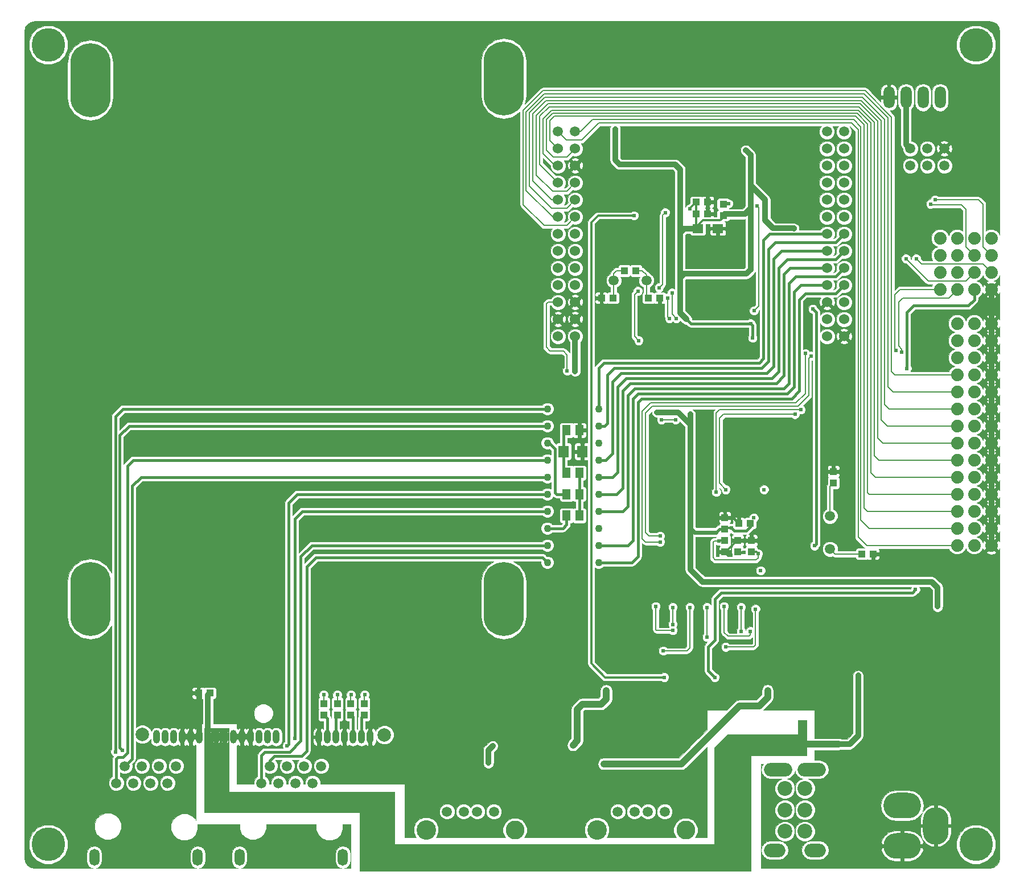
<source format=gbl>
G04 (created by PCBNEW (2013-03-19 BZR 4004)-stable) date 2015/1/22 14:09:10*
%MOIN*%
G04 Gerber Fmt 3.4, Leading zero omitted, Abs format*
%FSLAX34Y34*%
G01*
G70*
G90*
G04 APERTURE LIST*
%ADD10C,0*%
%ADD11R,0.0629X0.0708*%
%ADD12R,0.0511X0.059*%
%ADD13O,0.15X0.22*%
%ADD14O,0.22X0.15*%
%ADD15C,0.19685*%
%ADD16C,0.06*%
%ADD17C,0.0593*%
%ADD18C,0.0433071*%
%ADD19R,0.0433X0.0393*%
%ADD20R,0.0393X0.0433*%
%ADD21C,0.0591*%
%ADD22R,0.0629X0.0551*%
%ADD23C,0.074*%
%ADD24C,0.114173*%
%ADD25C,0.110236*%
%ADD26O,0.0645X0.129*%
%ADD27O,0.23622X0.433071*%
%ADD28C,0.0866142*%
%ADD29O,0.125984X0.0787402*%
%ADD30O,0.165354X0.0787402*%
%ADD31O,0.0590551X0.0984252*%
%ADD32O,0.0393701X0.0787402*%
%ADD33C,0.0787402*%
%ADD34C,0.0240157*%
%ADD35C,0.032*%
%ADD36C,0.024*%
%ADD37C,0.032*%
%ADD38C,0.024*%
%ADD39C,0.016*%
%ADD40C,0.012*%
%ADD41C,0.008*%
%ADD42C,0.04*%
%ADD43C,0.006*%
%ADD44C,0.001*%
G04 APERTURE END LIST*
G54D10*
G54D11*
X56949Y-53750D03*
X58051Y-53750D03*
G54D12*
X57874Y-55000D03*
X57126Y-55000D03*
G54D13*
X78750Y-75680D03*
G54D14*
X76780Y-74500D03*
X76780Y-76860D03*
G54D15*
X81102Y-76771D03*
X26771Y-76771D03*
X81102Y-29921D03*
G54D16*
X57631Y-47001D03*
X56631Y-47001D03*
X57631Y-46001D03*
X56631Y-46001D03*
X57631Y-45001D03*
X56631Y-45001D03*
X57631Y-44001D03*
X56631Y-44001D03*
X57631Y-43001D03*
X56631Y-43001D03*
X57631Y-42001D03*
X56631Y-42001D03*
X57631Y-41001D03*
X56631Y-41001D03*
X57631Y-40001D03*
X56631Y-40001D03*
X57631Y-39001D03*
X56631Y-39001D03*
X57631Y-38001D03*
X56631Y-38001D03*
X57631Y-37001D03*
X56631Y-37001D03*
X57631Y-36001D03*
X56631Y-36001D03*
G54D17*
X57631Y-35001D03*
X56631Y-35001D03*
G54D16*
X73379Y-47001D03*
X72379Y-47001D03*
X73379Y-46001D03*
X72379Y-46001D03*
X73379Y-45001D03*
X72379Y-45001D03*
X73379Y-44001D03*
X72379Y-44001D03*
X73379Y-43001D03*
X72379Y-43001D03*
X73379Y-42001D03*
X72379Y-42001D03*
X73379Y-41001D03*
X72379Y-41001D03*
X73379Y-40001D03*
X72379Y-40001D03*
X73379Y-39001D03*
X72379Y-39001D03*
X73379Y-38001D03*
X72379Y-38001D03*
X73379Y-37001D03*
X72379Y-37001D03*
X73379Y-36001D03*
X72379Y-36001D03*
G54D17*
X73379Y-35001D03*
X72379Y-35001D03*
G54D18*
X59000Y-60250D03*
X59000Y-59250D03*
X59000Y-58250D03*
X59000Y-57250D03*
X59000Y-56250D03*
X59000Y-55250D03*
X59000Y-54250D03*
X59000Y-53250D03*
X59000Y-52250D03*
X59000Y-51250D03*
X56000Y-51250D03*
X56000Y-52250D03*
X56000Y-53250D03*
X56000Y-54250D03*
X56000Y-55250D03*
X56000Y-56250D03*
X56000Y-57250D03*
X56000Y-58250D03*
X56000Y-59250D03*
X56000Y-60250D03*
G54D12*
X57126Y-57500D03*
X57874Y-57500D03*
X57126Y-56250D03*
X57874Y-56250D03*
X57126Y-52500D03*
X57874Y-52500D03*
G54D19*
X66302Y-39245D03*
X66302Y-39913D03*
G54D20*
X61184Y-43150D03*
X60516Y-43150D03*
G54D21*
X59887Y-43726D03*
X61809Y-43726D03*
G54D22*
X64812Y-40679D03*
X65992Y-40679D03*
G54D20*
X45280Y-68511D03*
X45280Y-69179D03*
X44492Y-68511D03*
X44492Y-69179D03*
X43705Y-68511D03*
X43705Y-69179D03*
X42918Y-68511D03*
X42918Y-69179D03*
G54D19*
X36234Y-67900D03*
X35566Y-67900D03*
X64718Y-39129D03*
X65386Y-39129D03*
X64718Y-39829D03*
X65386Y-39829D03*
X61916Y-44750D03*
X62584Y-44750D03*
G54D20*
X72750Y-55584D03*
X72750Y-54916D03*
G54D19*
X67881Y-57954D03*
X67213Y-57954D03*
G54D20*
X66397Y-58288D03*
X66397Y-57620D03*
X67147Y-59638D03*
X67147Y-58970D03*
X67947Y-58970D03*
X67947Y-59638D03*
X66397Y-58970D03*
X66397Y-59638D03*
G54D19*
X74416Y-59750D03*
X75084Y-59750D03*
X59834Y-44750D03*
X59166Y-44750D03*
G54D23*
X82000Y-50250D03*
X81000Y-50250D03*
X80000Y-50250D03*
X82000Y-49250D03*
X81000Y-49250D03*
X80000Y-49250D03*
X82000Y-54250D03*
X81000Y-54250D03*
X80000Y-54250D03*
X82000Y-51250D03*
X81000Y-51250D03*
X80000Y-51250D03*
X82000Y-48250D03*
X81000Y-48250D03*
X80000Y-48250D03*
X82000Y-52250D03*
X81000Y-52250D03*
X80000Y-52250D03*
X82000Y-53250D03*
X81000Y-53250D03*
X80000Y-53250D03*
X82000Y-55250D03*
X81000Y-55250D03*
X80000Y-55250D03*
X82000Y-59250D03*
X81000Y-59250D03*
X80000Y-59250D03*
X82000Y-46250D03*
X81000Y-46250D03*
X80000Y-46250D03*
X82000Y-47250D03*
X81000Y-47250D03*
X80000Y-47250D03*
G54D17*
X61106Y-74856D03*
X61893Y-74856D03*
X62877Y-74856D03*
X60122Y-74856D03*
G54D24*
X58901Y-75919D03*
G54D25*
X64098Y-75919D03*
G54D17*
X51106Y-74856D03*
X51893Y-74856D03*
X52877Y-74856D03*
X50122Y-74856D03*
G54D24*
X48901Y-75919D03*
G54D25*
X54098Y-75919D03*
G54D26*
X76000Y-33000D03*
X77000Y-33000D03*
X78000Y-33000D03*
X79000Y-33000D03*
G54D15*
X26771Y-29921D03*
G54D27*
X53444Y-31889D03*
X29232Y-31988D03*
X53444Y-62401D03*
X29232Y-62401D03*
G54D23*
X82000Y-42250D03*
X81000Y-42250D03*
X80000Y-42250D03*
X79000Y-42250D03*
X82000Y-41250D03*
X81000Y-41250D03*
X80000Y-41250D03*
X79000Y-41250D03*
X82000Y-43250D03*
X81000Y-43250D03*
X80000Y-43250D03*
X79000Y-43250D03*
X79000Y-44250D03*
X80000Y-44250D03*
X81000Y-44250D03*
X82000Y-44250D03*
X82000Y-58250D03*
X81000Y-58250D03*
X80000Y-58250D03*
X82000Y-57250D03*
X81000Y-57250D03*
X80000Y-57250D03*
X82000Y-56250D03*
X81000Y-56250D03*
X80000Y-56250D03*
G54D28*
X71090Y-76009D03*
X69909Y-76009D03*
X71090Y-74750D03*
X69909Y-74750D03*
X71090Y-73490D03*
X69909Y-73490D03*
G54D29*
X69318Y-77112D03*
X71681Y-77112D03*
G54D30*
X71484Y-72387D03*
X69515Y-72387D03*
G54D17*
X77250Y-37000D03*
X77250Y-36000D03*
X78250Y-37000D03*
X78250Y-36000D03*
X79250Y-37000D03*
X79250Y-36000D03*
G54D21*
X72550Y-57539D03*
X72550Y-59461D03*
G54D17*
X40750Y-72181D03*
X41250Y-73181D03*
X42250Y-73181D03*
X42750Y-72181D03*
X41750Y-72181D03*
X39250Y-73181D03*
X39750Y-72181D03*
X40250Y-73181D03*
G54D31*
X44031Y-77521D03*
X37968Y-77521D03*
G54D17*
X32250Y-72181D03*
X32750Y-73181D03*
X33750Y-73181D03*
X34250Y-72181D03*
X33250Y-72181D03*
X30750Y-73181D03*
X31250Y-72181D03*
X31750Y-73181D03*
G54D31*
X35531Y-77521D03*
X29468Y-77521D03*
G54D32*
X45620Y-70472D03*
X45120Y-70472D03*
X44620Y-70472D03*
X44120Y-70472D03*
X43620Y-70472D03*
X43120Y-70472D03*
X42620Y-70472D03*
X40120Y-70472D03*
X39620Y-70472D03*
X39120Y-70472D03*
X38620Y-70472D03*
X38120Y-70472D03*
X37620Y-70472D03*
X37120Y-70472D03*
X36620Y-70472D03*
X36120Y-70472D03*
X35620Y-70472D03*
X35120Y-70472D03*
X34620Y-70472D03*
X34120Y-70472D03*
X33620Y-70472D03*
X33120Y-70472D03*
G54D33*
X32283Y-70314D03*
X46456Y-70354D03*
G54D34*
X70450Y-40681D03*
G54D35*
X67625Y-36100D03*
G54D34*
X68650Y-61400D03*
X68025Y-47100D03*
X67900Y-46250D03*
G54D35*
X59975Y-34850D03*
X61000Y-36925D03*
X64150Y-46000D03*
X62425Y-51450D03*
X64375Y-51575D03*
X78850Y-62837D03*
X57625Y-49050D03*
G54D36*
X67517Y-59659D03*
X66777Y-58219D03*
X65897Y-58479D03*
X68697Y-55979D03*
X68497Y-60729D03*
X64402Y-43339D03*
X64352Y-40629D03*
X64352Y-39529D03*
X66652Y-39829D03*
X68097Y-57639D03*
G54D35*
X44300Y-74550D03*
X44300Y-73850D03*
X43000Y-74500D03*
X43000Y-73850D03*
X42100Y-74500D03*
X42100Y-73850D03*
X41000Y-74500D03*
X41000Y-73850D03*
X39950Y-74550D03*
X40000Y-73900D03*
X38850Y-74550D03*
X38850Y-73900D03*
X37850Y-73950D03*
X37850Y-74550D03*
X37000Y-74500D03*
X36200Y-74450D03*
X36200Y-73850D03*
X36200Y-73000D03*
X36150Y-72100D03*
X37050Y-73800D03*
X37100Y-72900D03*
X37100Y-72050D03*
X36600Y-73800D03*
X36600Y-72950D03*
X36600Y-72100D03*
X36600Y-71250D03*
X37100Y-71250D03*
X36120Y-71270D03*
X45550Y-74250D03*
X46250Y-74250D03*
X46250Y-75250D03*
X45550Y-75250D03*
X46250Y-76250D03*
X45550Y-76300D03*
X46400Y-77200D03*
X45550Y-77200D03*
X45550Y-77950D03*
X46400Y-77950D03*
X47150Y-77900D03*
X47150Y-77100D03*
X48050Y-77100D03*
X48050Y-77950D03*
X49050Y-77750D03*
X49050Y-77000D03*
X50050Y-77050D03*
X50050Y-77750D03*
X51000Y-77750D03*
X51000Y-77050D03*
X52100Y-77050D03*
X52100Y-77750D03*
X53100Y-77750D03*
X53100Y-77050D03*
X54100Y-77050D03*
X54100Y-77750D03*
X55200Y-77750D03*
X55200Y-77050D03*
X56500Y-77050D03*
X56500Y-77750D03*
X57650Y-77750D03*
X57650Y-77050D03*
X58800Y-77050D03*
X58800Y-77750D03*
X59950Y-77750D03*
X59950Y-77050D03*
X61100Y-77050D03*
X61100Y-77750D03*
X62400Y-77750D03*
X62450Y-77050D03*
X63350Y-77100D03*
X63350Y-77750D03*
X64400Y-77800D03*
X64400Y-77100D03*
X65350Y-77100D03*
X65250Y-77800D03*
X66300Y-77850D03*
X67300Y-77850D03*
X67350Y-76750D03*
X66300Y-76750D03*
X67350Y-75900D03*
X66350Y-75900D03*
X67350Y-75000D03*
X66400Y-75000D03*
X67300Y-74250D03*
X66450Y-74250D03*
X67300Y-73450D03*
X66450Y-73450D03*
X67300Y-72750D03*
X66450Y-72750D03*
X67300Y-72050D03*
X66450Y-72050D03*
X66450Y-71250D03*
X67300Y-71250D03*
X67300Y-70650D03*
X68050Y-70650D03*
X68050Y-71250D03*
X68800Y-71250D03*
X68800Y-70650D03*
X69550Y-70650D03*
X69550Y-71250D03*
X70350Y-71250D03*
X70350Y-70650D03*
X70950Y-71250D03*
X70950Y-70725D03*
X70950Y-70225D03*
X70950Y-69775D03*
G54D36*
X71650Y-59275D03*
X71550Y-45400D03*
G54D35*
X73050Y-70900D03*
G54D36*
X74204Y-66871D03*
X63050Y-44750D03*
X63150Y-45950D03*
X63300Y-44450D03*
X63550Y-45950D03*
G54D34*
X62550Y-44150D03*
X61300Y-44350D03*
X61350Y-47250D03*
X62900Y-39750D03*
G54D36*
X68275Y-39375D03*
X68100Y-45500D03*
X43700Y-68000D03*
X42900Y-68000D03*
X44500Y-68000D03*
X45300Y-68000D03*
X77600Y-42450D03*
X78700Y-39000D03*
X77000Y-42450D03*
X78450Y-39250D03*
G54D34*
X63500Y-51880D03*
X62680Y-51880D03*
X57160Y-49020D03*
X77060Y-48880D03*
X77560Y-61840D03*
X65800Y-66980D03*
G54D35*
X62350Y-72050D03*
X68900Y-67750D03*
X59300Y-72050D03*
X52550Y-72000D03*
X52800Y-71000D03*
X57500Y-70950D03*
X59450Y-67750D03*
G54D36*
X61075Y-39925D03*
X62847Y-66979D03*
G54D35*
X75750Y-64950D03*
X74445Y-64888D03*
G54D34*
X66000Y-40700D03*
X57900Y-51850D03*
X71700Y-40450D03*
X67850Y-44750D03*
X68150Y-48050D03*
X66700Y-47800D03*
X62200Y-47800D03*
X53150Y-71950D03*
X53850Y-74100D03*
X71000Y-56400D03*
X73100Y-62500D03*
X76800Y-60850D03*
X73600Y-72000D03*
X70050Y-68550D03*
X60400Y-73000D03*
X63100Y-71450D03*
X63850Y-74100D03*
X49850Y-72000D03*
G54D36*
X66747Y-59829D03*
X65997Y-59629D03*
X69352Y-39029D03*
X66802Y-41879D03*
X63252Y-40729D03*
X66352Y-44263D03*
X63252Y-39429D03*
X65952Y-37679D03*
X64652Y-36095D03*
X61518Y-38429D03*
X61552Y-42379D03*
G54D35*
X77254Y-65337D03*
X73479Y-68794D03*
G54D36*
X68897Y-65179D03*
X68097Y-56279D03*
X65647Y-54720D03*
X69097Y-60079D03*
X70947Y-60879D03*
X70297Y-58479D03*
X61347Y-67479D03*
X59847Y-65079D03*
X59397Y-63479D03*
X67647Y-52755D03*
X65947Y-57879D03*
G54D34*
X63997Y-69719D03*
X59447Y-70279D03*
G54D35*
X77945Y-64621D03*
G54D36*
X66037Y-58979D03*
X68337Y-59739D03*
X40750Y-71000D03*
X41200Y-70550D03*
X31100Y-71250D03*
X30700Y-71350D03*
X66602Y-39229D03*
X67347Y-64279D03*
X67347Y-62879D03*
X65347Y-64629D03*
X65347Y-62879D03*
X63347Y-64229D03*
X62347Y-62829D03*
X64347Y-62879D03*
X62797Y-65429D03*
X63347Y-63879D03*
X63347Y-62879D03*
X70850Y-51300D03*
X65897Y-56129D03*
X70500Y-51575D03*
X66447Y-55979D03*
X67897Y-64279D03*
X66347Y-62829D03*
X68197Y-62979D03*
X66447Y-65204D03*
X76750Y-47925D03*
X71450Y-48150D03*
X62600Y-58700D03*
X76425Y-47825D03*
X62600Y-59050D03*
X71100Y-48000D03*
G54D37*
X69950Y-40675D02*
X70443Y-40675D01*
X70443Y-40675D02*
X70450Y-40681D01*
G54D38*
X65897Y-58479D02*
X64629Y-58479D01*
X64629Y-58479D02*
X64375Y-58225D01*
G54D37*
X67900Y-37850D02*
X67900Y-36375D01*
X67900Y-37925D02*
X67900Y-37850D01*
X67900Y-36375D02*
X67625Y-36100D01*
X67900Y-38150D02*
X67900Y-37925D01*
X67900Y-37925D02*
X67900Y-37875D01*
X67900Y-38150D02*
X68750Y-39000D01*
X67900Y-39500D02*
X67900Y-38525D01*
X67900Y-38525D02*
X67900Y-38150D01*
X69225Y-40675D02*
X69950Y-40675D01*
X68750Y-40200D02*
X69225Y-40675D01*
X68750Y-39000D02*
X68750Y-40200D01*
X64812Y-40679D02*
X64020Y-40679D01*
X64020Y-40679D02*
X63775Y-40925D01*
X63775Y-43825D02*
X63775Y-40925D01*
X63775Y-40925D02*
X63775Y-37225D01*
X63775Y-37225D02*
X63475Y-36925D01*
G54D39*
X68650Y-61400D02*
X68650Y-61379D01*
G54D37*
X68497Y-61379D02*
X68650Y-61379D01*
X68650Y-61379D02*
X78504Y-61379D01*
X78504Y-61379D02*
X78850Y-61725D01*
X78850Y-61725D02*
X78850Y-62837D01*
G54D39*
X67900Y-46250D02*
X64400Y-46250D01*
X64400Y-46250D02*
X64150Y-46000D01*
X68025Y-47100D02*
X68025Y-46375D01*
X68025Y-46375D02*
X67900Y-46250D01*
G54D37*
X77000Y-33000D02*
X77000Y-35750D01*
X77000Y-35750D02*
X77250Y-36000D01*
X61000Y-36925D02*
X60225Y-36925D01*
X60225Y-36925D02*
X59975Y-36675D01*
X59975Y-36675D02*
X59975Y-34850D01*
X63475Y-36925D02*
X61000Y-36925D01*
X66652Y-39829D02*
X66386Y-39829D01*
X66386Y-39829D02*
X66302Y-39913D01*
X66652Y-39829D02*
X67570Y-39829D01*
X67570Y-39829D02*
X67900Y-39500D01*
X64402Y-43339D02*
X67660Y-43339D01*
X67660Y-43339D02*
X67900Y-43100D01*
X67900Y-43100D02*
X67900Y-39500D01*
X64150Y-46000D02*
X63775Y-45625D01*
X63775Y-45625D02*
X63775Y-43825D01*
X63775Y-43825D02*
X63775Y-43575D01*
X63775Y-43575D02*
X64010Y-43339D01*
X64010Y-43339D02*
X64402Y-43339D01*
X64375Y-52175D02*
X63650Y-51450D01*
X63650Y-51450D02*
X62425Y-51450D01*
X68497Y-61379D02*
X65079Y-61379D01*
X65079Y-61379D02*
X64375Y-60675D01*
X64375Y-60675D02*
X64375Y-58225D01*
X64375Y-58225D02*
X64375Y-52175D01*
X64375Y-52175D02*
X64375Y-51575D01*
X57631Y-47001D02*
X57631Y-49043D01*
X57631Y-49043D02*
X57625Y-49050D01*
G54D40*
X66777Y-58219D02*
X66466Y-58219D01*
X66466Y-58219D02*
X66397Y-58288D01*
X64352Y-39529D02*
X64352Y-39495D01*
X64352Y-39495D02*
X64718Y-39129D01*
X66302Y-39913D02*
X66302Y-40022D01*
X66302Y-40022D02*
X66125Y-40200D01*
X66125Y-40200D02*
X65103Y-40200D01*
X65103Y-40200D02*
X64812Y-40491D01*
X64812Y-40491D02*
X64812Y-40679D01*
X64718Y-39829D02*
X64718Y-40585D01*
X64718Y-40585D02*
X64812Y-40679D01*
X64718Y-39129D02*
X64718Y-39829D01*
G54D41*
X66302Y-39913D02*
X66568Y-39913D01*
X66568Y-39913D02*
X66652Y-39829D01*
G54D39*
X67517Y-59659D02*
X67168Y-59659D01*
X67168Y-59659D02*
X67147Y-59638D01*
X67881Y-57954D02*
X67881Y-58168D01*
X66957Y-58400D02*
X66777Y-58219D01*
X67650Y-58400D02*
X66957Y-58400D01*
X67881Y-58168D02*
X67650Y-58400D01*
X66397Y-58288D02*
X66088Y-58288D01*
X66088Y-58288D02*
X65897Y-58479D01*
G54D41*
X43000Y-73850D02*
X44300Y-73850D01*
X42100Y-73850D02*
X43000Y-73850D01*
X41000Y-73850D02*
X42100Y-73850D01*
X40000Y-73900D02*
X40950Y-73900D01*
X40950Y-73900D02*
X41000Y-73850D01*
X38850Y-73900D02*
X40000Y-73900D01*
X37850Y-73950D02*
X38800Y-73950D01*
X38800Y-73950D02*
X38850Y-73900D01*
X37000Y-74500D02*
X37800Y-74500D01*
X37800Y-74500D02*
X37850Y-74550D01*
X36200Y-73850D02*
X36200Y-74450D01*
X36150Y-72100D02*
X36150Y-72950D01*
X36150Y-72950D02*
X36200Y-73000D01*
X36150Y-72100D02*
X36120Y-72100D01*
X37100Y-72900D02*
X37100Y-73750D01*
X37100Y-73750D02*
X37050Y-73800D01*
X37100Y-71250D02*
X37100Y-72050D01*
X36600Y-72100D02*
X36600Y-72950D01*
X36600Y-71250D02*
X36600Y-72100D01*
X37120Y-70472D02*
X37120Y-71229D01*
X37120Y-71229D02*
X37100Y-71250D01*
X36120Y-71270D02*
X36120Y-71250D01*
X45550Y-75250D02*
X45550Y-74250D01*
X46250Y-76250D02*
X46250Y-75250D01*
X46400Y-77200D02*
X46400Y-76400D01*
X46400Y-76400D02*
X46250Y-76250D01*
X46400Y-77950D02*
X46400Y-77200D01*
X46400Y-77950D02*
X45550Y-77950D01*
X47150Y-77100D02*
X47150Y-77900D01*
X48050Y-77950D02*
X48050Y-77100D01*
X49050Y-77000D02*
X49050Y-77750D01*
X50050Y-77750D02*
X50050Y-77050D01*
X51000Y-77050D02*
X51000Y-77750D01*
X52100Y-77750D02*
X52100Y-77050D01*
X53100Y-77050D02*
X53100Y-77750D01*
X54100Y-77750D02*
X54100Y-77050D01*
X55200Y-77050D02*
X55200Y-77750D01*
X56500Y-77750D02*
X56500Y-77050D01*
X57650Y-77050D02*
X57650Y-77750D01*
X58800Y-77750D02*
X58800Y-77050D01*
X59950Y-77050D02*
X59950Y-77750D01*
X61100Y-77750D02*
X61100Y-77050D01*
X62450Y-77050D02*
X62450Y-77700D01*
X62450Y-77700D02*
X62400Y-77750D01*
X63350Y-77750D02*
X63350Y-77100D01*
X66300Y-77850D02*
X65300Y-77850D01*
X65300Y-77850D02*
X65250Y-77800D01*
X66300Y-76750D02*
X66300Y-77850D01*
X67350Y-76750D02*
X67350Y-77800D01*
X67350Y-77800D02*
X67300Y-77850D01*
X67350Y-75900D02*
X67350Y-76750D01*
X66400Y-75000D02*
X66400Y-75850D01*
X66400Y-75850D02*
X66350Y-75900D01*
X66450Y-74250D02*
X66450Y-74950D01*
X66450Y-74950D02*
X66400Y-75000D01*
X67300Y-73450D02*
X67300Y-74250D01*
X66450Y-72050D02*
X66450Y-72750D01*
X67300Y-71250D02*
X67300Y-72050D01*
X66450Y-71250D02*
X66450Y-72050D01*
X67300Y-71250D02*
X66450Y-71250D01*
X67300Y-70650D02*
X67300Y-71250D01*
X68050Y-70650D02*
X67300Y-70650D01*
X68050Y-71250D02*
X68050Y-70650D01*
X68800Y-71250D02*
X68050Y-71250D01*
X68800Y-70650D02*
X68800Y-71250D01*
X69550Y-70650D02*
X68800Y-70650D01*
X69550Y-71250D02*
X69550Y-70650D01*
X70350Y-71250D02*
X69550Y-71250D01*
X70350Y-70650D02*
X70350Y-71250D01*
X70950Y-70725D02*
X70425Y-70725D01*
X70425Y-70725D02*
X70350Y-70650D01*
G54D37*
X70950Y-69775D02*
X70950Y-70225D01*
X74204Y-66871D02*
X74204Y-70395D01*
X74204Y-70395D02*
X73700Y-70900D01*
X73700Y-70900D02*
X73050Y-70900D01*
G54D39*
X71650Y-59275D02*
X71750Y-59175D01*
X71750Y-59175D02*
X71750Y-45600D01*
X71750Y-45600D02*
X71550Y-45400D01*
G54D42*
X36550Y-74200D02*
X36600Y-74250D01*
X36120Y-73770D02*
X36200Y-73850D01*
X36200Y-73850D02*
X36550Y-74200D01*
X36120Y-70472D02*
X36120Y-71250D01*
X36120Y-71250D02*
X36120Y-72100D01*
X36120Y-72100D02*
X36120Y-73770D01*
X67150Y-70900D02*
X73050Y-70900D01*
X66850Y-71200D02*
X67150Y-70900D01*
X66850Y-76950D02*
X66850Y-71200D01*
X66450Y-77350D02*
X66850Y-76950D01*
X46850Y-77350D02*
X66450Y-77350D01*
X46250Y-76750D02*
X46850Y-77350D01*
X46250Y-74550D02*
X46250Y-76750D01*
X45950Y-74250D02*
X46250Y-74550D01*
X36600Y-74250D02*
X45950Y-74250D01*
G54D37*
X36120Y-70472D02*
X36120Y-68013D01*
X36120Y-68013D02*
X36234Y-67900D01*
X36120Y-70472D02*
X36620Y-70472D01*
X36620Y-70472D02*
X37120Y-70472D01*
G54D41*
X80000Y-52250D02*
X75900Y-52250D01*
X56251Y-39001D02*
X56631Y-39001D01*
X55150Y-37900D02*
X56251Y-39001D01*
X55150Y-33950D02*
X55150Y-37900D01*
X55910Y-33189D02*
X55150Y-33950D01*
X74389Y-33189D02*
X55910Y-33189D01*
X75550Y-34350D02*
X74389Y-33189D01*
X75550Y-51900D02*
X75550Y-34350D01*
X75900Y-52250D02*
X75550Y-51900D01*
X80000Y-53250D02*
X75650Y-53250D01*
X57133Y-38500D02*
X57631Y-38001D01*
X56300Y-38500D02*
X57133Y-38500D01*
X55350Y-37550D02*
X56300Y-38500D01*
X55350Y-34050D02*
X55350Y-37550D01*
X56050Y-33350D02*
X55350Y-34050D01*
X74300Y-33350D02*
X56050Y-33350D01*
X75350Y-34400D02*
X74300Y-33350D01*
X75350Y-52950D02*
X75350Y-34400D01*
X75650Y-53250D02*
X75350Y-52950D01*
X80000Y-51250D02*
X76000Y-51250D01*
X57133Y-39500D02*
X57631Y-39001D01*
X56250Y-39500D02*
X57133Y-39500D01*
X54950Y-38200D02*
X56250Y-39500D01*
X54950Y-33900D02*
X54950Y-38200D01*
X55850Y-33000D02*
X54950Y-33900D01*
X74450Y-33000D02*
X55850Y-33000D01*
X75750Y-34300D02*
X74450Y-33000D01*
X75750Y-51000D02*
X75750Y-34300D01*
X76000Y-51250D02*
X75750Y-51000D01*
X80000Y-49250D02*
X76350Y-49250D01*
X57133Y-40500D02*
X57631Y-40001D01*
X55800Y-40500D02*
X57133Y-40500D01*
X54589Y-39289D02*
X55800Y-40500D01*
X54589Y-33760D02*
X54589Y-39289D01*
X55750Y-32600D02*
X54589Y-33760D01*
X74600Y-32600D02*
X55750Y-32600D01*
X76150Y-34150D02*
X74600Y-32600D01*
X76150Y-49050D02*
X76150Y-34150D01*
X76350Y-49250D02*
X76150Y-49050D01*
X80000Y-50250D02*
X76250Y-50250D01*
X56301Y-40001D02*
X56631Y-40001D01*
X54750Y-38450D02*
X56301Y-40001D01*
X54750Y-33850D02*
X54750Y-38450D01*
X55800Y-32800D02*
X54750Y-33850D01*
X74550Y-32800D02*
X55800Y-32800D01*
X75950Y-34200D02*
X74550Y-32800D01*
X75950Y-49950D02*
X75950Y-34200D01*
X76250Y-50250D02*
X75950Y-49950D01*
X80000Y-55250D02*
X75200Y-55250D01*
X56451Y-37001D02*
X56631Y-37001D01*
X55750Y-36300D02*
X56451Y-37001D01*
X55750Y-34250D02*
X55750Y-36300D01*
X56250Y-33750D02*
X55750Y-34250D01*
X74200Y-33750D02*
X56250Y-33750D01*
X74950Y-34500D02*
X74200Y-33750D01*
X74950Y-55000D02*
X74950Y-34500D01*
X75200Y-55250D02*
X74950Y-55000D01*
X57631Y-36001D02*
X57631Y-36018D01*
X74850Y-56250D02*
X80000Y-56250D01*
X74750Y-56150D02*
X74850Y-56250D01*
X74750Y-34550D02*
X74750Y-56150D01*
X74139Y-33939D02*
X74750Y-34550D01*
X56310Y-33939D02*
X74139Y-33939D01*
X55950Y-34300D02*
X56310Y-33939D01*
X55950Y-36100D02*
X55950Y-34300D01*
X56350Y-36500D02*
X55950Y-36100D01*
X57150Y-36500D02*
X56350Y-36500D01*
X57631Y-36018D02*
X57150Y-36500D01*
X80000Y-57250D02*
X74750Y-57250D01*
X56150Y-35520D02*
X56631Y-36001D01*
X56150Y-34350D02*
X56150Y-35520D01*
X56400Y-34100D02*
X56150Y-34350D01*
X74050Y-34100D02*
X56400Y-34100D01*
X74550Y-34600D02*
X74050Y-34100D01*
X74550Y-57050D02*
X74550Y-34600D01*
X74750Y-57250D02*
X74550Y-57050D01*
X59000Y-34300D02*
X58650Y-34300D01*
X57948Y-35001D02*
X57631Y-35001D01*
X58650Y-34300D02*
X57948Y-35001D01*
X80000Y-58250D02*
X74850Y-58250D01*
X73950Y-34300D02*
X59000Y-34300D01*
X74360Y-34710D02*
X73950Y-34300D01*
X74360Y-57760D02*
X74360Y-34710D01*
X74850Y-58250D02*
X74360Y-57760D01*
X56631Y-35001D02*
X57129Y-35500D01*
X58000Y-35500D02*
X59000Y-34500D01*
X57129Y-35500D02*
X58000Y-35500D01*
X74700Y-59250D02*
X80000Y-59250D01*
X74200Y-58750D02*
X74700Y-59250D01*
X74200Y-34900D02*
X74200Y-58750D01*
X73800Y-34500D02*
X74200Y-34900D01*
X59000Y-34500D02*
X73800Y-34500D01*
X63150Y-45950D02*
X63050Y-45850D01*
X63050Y-45850D02*
X63050Y-44750D01*
X63300Y-44450D02*
X63300Y-45050D01*
X63300Y-45050D02*
X63300Y-45650D01*
X63300Y-45650D02*
X63300Y-45700D01*
X63300Y-45700D02*
X63550Y-45950D01*
X62900Y-39750D02*
X62750Y-39900D01*
X62750Y-39900D02*
X62750Y-43950D01*
X62750Y-43950D02*
X62550Y-44150D01*
X61300Y-44350D02*
X61100Y-44550D01*
X61100Y-44550D02*
X61100Y-47000D01*
X61100Y-47000D02*
X61350Y-47250D01*
X68375Y-44775D02*
X68375Y-39475D01*
X68375Y-39475D02*
X68275Y-39375D01*
X68100Y-45500D02*
X68375Y-45225D01*
X68375Y-45225D02*
X68375Y-44775D01*
X68375Y-44775D02*
X68375Y-44725D01*
X43705Y-68005D02*
X43700Y-68000D01*
X43705Y-68005D02*
X43705Y-68511D01*
X42918Y-68018D02*
X42918Y-68511D01*
X42900Y-68000D02*
X42918Y-68018D01*
X44492Y-68007D02*
X44492Y-68511D01*
X44500Y-68000D02*
X44492Y-68007D01*
X45280Y-68511D02*
X45280Y-68019D01*
X45280Y-68019D02*
X45300Y-68000D01*
X59887Y-43726D02*
X59887Y-43312D01*
X60050Y-43150D02*
X60516Y-43150D01*
X59887Y-43312D02*
X60050Y-43150D01*
X59887Y-43726D02*
X59887Y-44696D01*
G54D43*
X59887Y-44696D02*
X59834Y-44750D01*
X61809Y-43726D02*
X61809Y-43409D01*
G54D41*
X61550Y-43150D02*
X61184Y-43150D01*
X61809Y-43409D02*
X61550Y-43150D01*
G54D43*
X61809Y-44643D02*
X61916Y-44750D01*
G54D41*
X61809Y-43726D02*
X61809Y-44643D01*
X81500Y-42750D02*
X82000Y-43250D01*
X77900Y-42750D02*
X81500Y-42750D01*
X77600Y-42450D02*
X77900Y-42750D01*
X81500Y-41750D02*
X82000Y-42250D01*
X78700Y-39000D02*
X81250Y-39000D01*
X81250Y-39000D02*
X81500Y-39250D01*
X81500Y-39250D02*
X81500Y-41750D01*
X80500Y-43750D02*
X78400Y-43750D01*
X80500Y-43750D02*
X81000Y-43250D01*
X78300Y-43750D02*
X78400Y-43750D01*
X77000Y-42450D02*
X78300Y-43750D01*
X80500Y-41750D02*
X81000Y-42250D01*
X78450Y-39250D02*
X78500Y-39300D01*
X78500Y-39300D02*
X80250Y-39300D01*
X80250Y-39300D02*
X80500Y-39550D01*
X80500Y-39550D02*
X80500Y-41750D01*
X80000Y-54250D02*
X75400Y-54250D01*
X55550Y-36920D02*
X56631Y-38001D01*
X55550Y-34100D02*
X55550Y-36920D01*
X56100Y-33550D02*
X55550Y-34100D01*
X74250Y-33550D02*
X56100Y-33550D01*
X75150Y-34450D02*
X74250Y-33550D01*
X75150Y-54000D02*
X75150Y-34450D01*
X75400Y-54250D02*
X75150Y-54000D01*
G54D39*
X59000Y-60250D02*
X60950Y-60250D01*
X72881Y-44500D02*
X73379Y-44001D01*
X71100Y-44500D02*
X72881Y-44500D01*
X70750Y-44850D02*
X71100Y-44500D01*
X70750Y-50200D02*
X70750Y-44850D01*
X70300Y-50650D02*
X70750Y-50200D01*
X61500Y-50650D02*
X70300Y-50650D01*
X61300Y-50850D02*
X61500Y-50650D01*
X61300Y-59900D02*
X61300Y-50850D01*
X60950Y-60250D02*
X61300Y-59900D01*
X68500Y-49450D02*
X69150Y-49450D01*
X59800Y-55250D02*
X60100Y-54950D01*
X60100Y-54950D02*
X60100Y-49950D01*
X60100Y-49950D02*
X60600Y-49450D01*
X60600Y-49450D02*
X68500Y-49450D01*
X59000Y-55250D02*
X59800Y-55250D01*
X72881Y-42500D02*
X73379Y-42001D01*
X70050Y-42500D02*
X72881Y-42500D01*
X69550Y-43000D02*
X70050Y-42500D01*
X69550Y-49050D02*
X69550Y-43000D01*
X69150Y-49450D02*
X69550Y-49050D01*
X72379Y-44001D02*
X70848Y-44001D01*
X60700Y-59250D02*
X59000Y-59250D01*
X61000Y-58950D02*
X60700Y-59250D01*
X61000Y-50650D02*
X61000Y-58950D01*
X61300Y-50350D02*
X61000Y-50650D01*
X70050Y-50350D02*
X61300Y-50350D01*
X70450Y-49950D02*
X70050Y-50350D01*
X70450Y-44400D02*
X70450Y-49950D01*
X70848Y-44001D02*
X70450Y-44400D01*
X69250Y-47950D02*
X69250Y-48750D01*
X59400Y-54250D02*
X59000Y-54250D01*
X59800Y-53850D02*
X59400Y-54250D01*
X59800Y-49650D02*
X59800Y-53850D01*
X60300Y-49150D02*
X59800Y-49650D01*
X68850Y-49150D02*
X60300Y-49150D01*
X69250Y-48750D02*
X68850Y-49150D01*
X72379Y-42001D02*
X69698Y-42001D01*
X69250Y-42450D02*
X69250Y-47950D01*
X69698Y-42001D02*
X69250Y-42450D01*
X59000Y-57250D02*
X60400Y-57250D01*
X72881Y-43500D02*
X73379Y-43001D01*
X70550Y-43500D02*
X72881Y-43500D01*
X70150Y-43900D02*
X70550Y-43500D01*
X70150Y-49750D02*
X70150Y-43900D01*
X69850Y-50050D02*
X70150Y-49750D01*
X61100Y-50050D02*
X69850Y-50050D01*
X60700Y-50450D02*
X61100Y-50050D01*
X60700Y-56950D02*
X60700Y-50450D01*
X60400Y-57250D02*
X60700Y-56950D01*
X59000Y-52250D02*
X59350Y-52250D01*
X68550Y-48850D02*
X68950Y-48450D01*
X59900Y-48850D02*
X68550Y-48850D01*
X59500Y-49250D02*
X59900Y-48850D01*
X59500Y-52100D02*
X59500Y-49250D01*
X59350Y-52250D02*
X59500Y-52100D01*
X72881Y-41500D02*
X73379Y-41001D01*
X69350Y-41500D02*
X72881Y-41500D01*
X68950Y-41900D02*
X69350Y-41500D01*
X68950Y-48450D02*
X68950Y-41900D01*
X72379Y-43001D02*
X70198Y-43001D01*
X60050Y-56250D02*
X59000Y-56250D01*
X60400Y-55900D02*
X60050Y-56250D01*
X60400Y-50200D02*
X60400Y-55900D01*
X60850Y-49750D02*
X60400Y-50200D01*
X69400Y-49750D02*
X60850Y-49750D01*
X69850Y-49300D02*
X69400Y-49750D01*
X69850Y-43350D02*
X69850Y-49300D01*
X70198Y-43001D02*
X69850Y-43350D01*
X68650Y-47750D02*
X68650Y-48300D01*
X59000Y-48850D02*
X59000Y-51250D01*
X59300Y-48550D02*
X59000Y-48850D01*
X68400Y-48550D02*
X59300Y-48550D01*
X68650Y-48300D02*
X68400Y-48550D01*
X72379Y-41001D02*
X68998Y-41001D01*
X68650Y-41350D02*
X68650Y-47750D01*
X68998Y-41001D02*
X68650Y-41350D01*
G54D41*
X63500Y-51880D02*
X62680Y-51880D01*
X57160Y-49020D02*
X57160Y-48080D01*
X57160Y-48080D02*
X56940Y-47860D01*
X56940Y-47860D02*
X56160Y-47860D01*
X56160Y-47860D02*
X55940Y-47640D01*
X55940Y-47640D02*
X55940Y-45100D01*
X55940Y-45100D02*
X56038Y-45001D01*
X56038Y-45001D02*
X56631Y-45001D01*
G54D39*
X81000Y-44250D02*
X81000Y-44860D01*
X81000Y-44860D02*
X80660Y-45200D01*
X80660Y-45200D02*
X77460Y-45200D01*
X77460Y-45200D02*
X77060Y-45600D01*
X77060Y-45600D02*
X77060Y-48880D01*
X77560Y-61840D02*
X77380Y-62020D01*
X77380Y-62020D02*
X66180Y-62020D01*
X66180Y-62020D02*
X65820Y-62380D01*
X65820Y-62380D02*
X65820Y-64780D01*
X65820Y-64780D02*
X65420Y-65180D01*
X65420Y-65180D02*
X65420Y-66600D01*
X65420Y-66600D02*
X65800Y-66980D01*
G54D42*
X62350Y-72050D02*
X63850Y-72050D01*
X63850Y-72050D02*
X67250Y-68650D01*
X67250Y-68650D02*
X68400Y-68650D01*
X68400Y-68650D02*
X68900Y-68150D01*
X68900Y-68150D02*
X68900Y-67750D01*
X59300Y-72050D02*
X62350Y-72050D01*
G54D37*
X65425Y-70475D02*
X67250Y-68650D01*
X67250Y-68650D02*
X68400Y-68650D01*
X68400Y-68650D02*
X68900Y-68150D01*
X68900Y-68150D02*
X68900Y-67750D01*
X59300Y-72050D02*
X62350Y-72050D01*
X62350Y-72050D02*
X63850Y-72050D01*
X63850Y-72050D02*
X65425Y-70475D01*
G54D42*
X57500Y-70950D02*
X57750Y-70700D01*
X57750Y-70700D02*
X57750Y-68850D01*
X57750Y-68850D02*
X58050Y-68550D01*
X58050Y-68550D02*
X59150Y-68550D01*
X59150Y-68550D02*
X59450Y-68250D01*
X59450Y-68250D02*
X59450Y-67750D01*
G54D37*
X52550Y-72000D02*
X52550Y-71250D01*
X52550Y-71250D02*
X52800Y-71000D01*
X57500Y-70950D02*
X57750Y-70700D01*
X57750Y-70700D02*
X57750Y-68850D01*
X57750Y-68850D02*
X58050Y-68550D01*
X58050Y-68550D02*
X59150Y-68550D01*
X59150Y-68550D02*
X59450Y-68250D01*
X59450Y-68250D02*
X59450Y-67750D01*
G54D40*
X62847Y-66979D02*
X59379Y-66979D01*
X59379Y-66979D02*
X58575Y-66175D01*
X58575Y-66175D02*
X58575Y-40325D01*
X58575Y-40325D02*
X58975Y-39925D01*
X58975Y-39925D02*
X61075Y-39925D01*
G54D37*
X74445Y-64888D02*
X74450Y-64892D01*
X74450Y-64892D02*
X74450Y-64900D01*
X82000Y-47250D02*
X82000Y-48250D01*
X82000Y-46250D02*
X82000Y-47250D01*
X82000Y-44250D02*
X82000Y-46250D01*
X82000Y-49250D02*
X82000Y-48250D01*
X82000Y-50250D02*
X82000Y-49250D01*
X82000Y-51250D02*
X82000Y-50250D01*
X82000Y-52250D02*
X82000Y-51250D01*
X82000Y-53250D02*
X82000Y-52250D01*
X82000Y-54250D02*
X82000Y-53250D01*
X82000Y-55250D02*
X82000Y-54250D01*
X82000Y-56250D02*
X82000Y-55250D01*
X82000Y-57250D02*
X82000Y-56250D01*
X82000Y-58250D02*
X82000Y-57250D01*
X82000Y-59250D02*
X82000Y-58250D01*
G54D39*
X68150Y-48050D02*
X68150Y-47700D01*
X68150Y-47700D02*
X68350Y-47500D01*
X68350Y-47500D02*
X68350Y-46200D01*
X68350Y-46200D02*
X68000Y-45850D01*
X68000Y-45850D02*
X67750Y-45850D01*
X67750Y-45850D02*
X67550Y-45650D01*
X67550Y-45650D02*
X67550Y-45050D01*
X67550Y-45050D02*
X67850Y-44750D01*
G54D41*
X66000Y-40700D02*
X65992Y-40692D01*
X65992Y-40692D02*
X65992Y-40679D01*
G54D40*
X66397Y-59638D02*
X66436Y-59638D01*
X66436Y-59638D02*
X67104Y-58970D01*
X67104Y-58970D02*
X67147Y-58970D01*
G54D39*
X66397Y-57620D02*
X66879Y-57620D01*
X66879Y-57620D02*
X67213Y-57954D01*
X67147Y-58970D02*
X67947Y-58970D01*
X66747Y-59829D02*
X66588Y-59829D01*
X66588Y-59829D02*
X66397Y-59638D01*
X65997Y-59629D02*
X66388Y-59629D01*
X66388Y-59629D02*
X66397Y-59638D01*
G54D37*
X77254Y-65337D02*
X77254Y-65321D01*
X35620Y-70472D02*
X35620Y-67954D01*
X35620Y-67954D02*
X35566Y-67900D01*
X77945Y-64621D02*
X77954Y-64621D01*
X34620Y-70472D02*
X35120Y-70472D01*
X35620Y-70472D02*
X35120Y-70472D01*
X38120Y-70472D02*
X38620Y-70472D01*
X37620Y-70472D02*
X38120Y-70472D01*
X35620Y-70472D02*
X35620Y-69199D01*
G54D41*
X68337Y-59739D02*
X68337Y-59987D01*
X68337Y-59987D02*
X68225Y-60100D01*
X68225Y-60100D02*
X65825Y-60100D01*
X65825Y-60100D02*
X65700Y-59975D01*
X65700Y-59975D02*
X65700Y-59075D01*
X65700Y-59075D02*
X65795Y-58979D01*
X65795Y-58979D02*
X66037Y-58979D01*
G54D40*
X66397Y-58970D02*
X66046Y-58970D01*
X66046Y-58970D02*
X66037Y-58979D01*
X67947Y-59638D02*
X68236Y-59638D01*
X68236Y-59638D02*
X68337Y-59739D01*
G54D39*
X41350Y-56250D02*
X56000Y-56250D01*
X40850Y-56750D02*
X41350Y-56250D01*
X40850Y-70900D02*
X40850Y-56750D01*
X40750Y-71000D02*
X40850Y-70900D01*
X41900Y-61500D02*
X41900Y-60500D01*
X42450Y-59950D02*
X43200Y-59950D01*
X41900Y-60500D02*
X42450Y-59950D01*
X39750Y-72181D02*
X39750Y-71850D01*
X55700Y-59950D02*
X56000Y-60250D01*
X43200Y-59950D02*
X55700Y-59950D01*
X41900Y-71300D02*
X41900Y-61500D01*
X41600Y-71600D02*
X41900Y-71300D01*
X40000Y-71600D02*
X41600Y-71600D01*
X39750Y-71850D02*
X40000Y-71600D01*
X39250Y-73181D02*
X39250Y-71550D01*
X42200Y-59250D02*
X56000Y-59250D01*
X41550Y-59900D02*
X42200Y-59250D01*
X41550Y-70700D02*
X41550Y-59900D01*
X40900Y-71350D02*
X41550Y-70700D01*
X39450Y-71350D02*
X40900Y-71350D01*
X39250Y-71550D02*
X39450Y-71350D01*
X56000Y-58250D02*
X56900Y-58250D01*
X57126Y-58024D02*
X57126Y-57500D01*
X56900Y-58250D02*
X57126Y-58024D01*
X41650Y-57250D02*
X56000Y-57250D01*
X41200Y-57700D02*
X41650Y-57250D01*
X41200Y-69800D02*
X41200Y-57700D01*
X41200Y-70550D02*
X41200Y-69800D01*
X56000Y-53250D02*
X56100Y-53250D01*
X56550Y-56250D02*
X57126Y-56250D01*
X56450Y-56150D02*
X56550Y-56250D01*
X56450Y-53600D02*
X56450Y-56150D01*
X56100Y-53250D02*
X56450Y-53600D01*
X56949Y-53750D02*
X56949Y-52677D01*
X56949Y-52677D02*
X57126Y-52500D01*
X56949Y-53750D02*
X56949Y-54823D01*
X56949Y-54823D02*
X57126Y-55000D01*
X57874Y-56250D02*
X57874Y-55000D01*
X57874Y-57500D02*
X57874Y-56250D01*
X31100Y-71250D02*
X30950Y-71100D01*
X30950Y-52800D02*
X31500Y-52250D01*
X30950Y-71100D02*
X30950Y-52800D01*
X31500Y-52250D02*
X35450Y-52250D01*
X56000Y-52250D02*
X35450Y-52250D01*
X30700Y-71350D02*
X30700Y-62150D01*
X31150Y-51250D02*
X34100Y-51250D01*
X30700Y-51700D02*
X31150Y-51250D01*
X30700Y-62150D02*
X30700Y-51700D01*
X56000Y-51250D02*
X34100Y-51250D01*
X31275Y-71525D02*
X31400Y-71400D01*
X31400Y-54600D02*
X31750Y-54250D01*
X31400Y-71400D02*
X31400Y-54600D01*
X31750Y-54250D02*
X34450Y-54250D01*
X34450Y-54250D02*
X56000Y-54250D01*
X31150Y-71650D02*
X30850Y-71650D01*
X31275Y-71525D02*
X31150Y-71650D01*
X30750Y-73181D02*
X30750Y-71750D01*
X30750Y-71750D02*
X30850Y-71650D01*
X31250Y-72181D02*
X31675Y-71756D01*
X31675Y-55775D02*
X32200Y-55250D01*
X31675Y-71756D02*
X31675Y-55775D01*
X32200Y-55250D02*
X34000Y-55250D01*
X56000Y-55250D02*
X34000Y-55250D01*
G54D40*
X66302Y-39245D02*
X66586Y-39245D01*
X66586Y-39245D02*
X66602Y-39229D01*
G54D39*
X44620Y-70472D02*
X44620Y-69307D01*
X44620Y-69307D02*
X44492Y-69179D01*
X43620Y-70472D02*
X43620Y-69265D01*
X43620Y-69265D02*
X43705Y-69179D01*
X43120Y-70472D02*
X43120Y-69381D01*
X43120Y-69381D02*
X42918Y-69179D01*
X45120Y-70472D02*
X45120Y-69340D01*
X45120Y-69340D02*
X45280Y-69179D01*
G54D43*
X67347Y-64279D02*
X67347Y-62879D01*
X65347Y-64629D02*
X65347Y-62879D01*
X63347Y-64229D02*
X62379Y-64229D01*
X62379Y-64229D02*
X62347Y-64197D01*
X62347Y-64197D02*
X62347Y-62829D01*
X64347Y-62879D02*
X64347Y-65252D01*
X64347Y-65252D02*
X64170Y-65429D01*
X64170Y-65429D02*
X62797Y-65429D01*
X63347Y-63879D02*
X63347Y-62879D01*
G54D41*
X70675Y-51300D02*
X70850Y-51300D01*
X65897Y-56129D02*
X65897Y-51477D01*
X65897Y-51477D02*
X66075Y-51300D01*
X66075Y-51300D02*
X70675Y-51300D01*
X70675Y-51300D02*
X70850Y-51300D01*
X70500Y-51575D02*
X70475Y-51550D01*
X70475Y-51550D02*
X66325Y-51550D01*
X66325Y-51550D02*
X66075Y-51800D01*
X66075Y-51800D02*
X66075Y-55607D01*
X66075Y-55607D02*
X66447Y-55979D01*
G54D43*
X67897Y-64279D02*
X67897Y-64502D01*
X67897Y-64502D02*
X67825Y-64575D01*
X67825Y-64575D02*
X66575Y-64575D01*
X66575Y-64575D02*
X66347Y-64347D01*
X66347Y-64347D02*
X66347Y-62829D01*
X66447Y-65204D02*
X68070Y-65204D01*
X68070Y-65204D02*
X68197Y-65077D01*
X68197Y-65077D02*
X68197Y-62979D01*
G54D41*
X70175Y-51100D02*
X70675Y-51100D01*
X70675Y-51100D02*
X71300Y-50475D01*
X71300Y-50475D02*
X71300Y-50350D01*
X76750Y-47925D02*
X76750Y-47750D01*
X76750Y-47750D02*
X76575Y-47575D01*
X76575Y-47575D02*
X76575Y-45000D01*
X76575Y-45000D02*
X76825Y-44750D01*
X76825Y-44750D02*
X79500Y-44750D01*
X79500Y-44750D02*
X80000Y-44250D01*
X62600Y-58700D02*
X61950Y-58700D01*
X61950Y-58700D02*
X61750Y-58500D01*
X61750Y-58500D02*
X61750Y-51500D01*
X61750Y-51500D02*
X62150Y-51100D01*
X62150Y-51100D02*
X70175Y-51100D01*
X71300Y-50350D02*
X71300Y-48300D01*
X71300Y-48300D02*
X71450Y-48150D01*
X76425Y-47825D02*
X76350Y-47750D01*
X76350Y-47750D02*
X76350Y-44550D01*
X76350Y-44550D02*
X76650Y-44250D01*
X76650Y-44250D02*
X79000Y-44250D01*
X62600Y-59050D02*
X61750Y-59050D01*
X61750Y-59050D02*
X61550Y-58850D01*
X61550Y-58850D02*
X61550Y-51400D01*
X61550Y-51400D02*
X62050Y-50900D01*
X62050Y-50900D02*
X70550Y-50900D01*
X70550Y-50900D02*
X71100Y-50350D01*
X71100Y-50350D02*
X71100Y-48000D01*
X74416Y-59750D02*
X72839Y-59750D01*
X72839Y-59750D02*
X72550Y-59461D01*
X72550Y-57539D02*
X72550Y-55784D01*
X72550Y-55784D02*
X72750Y-55584D01*
G54D10*
G36*
X71170Y-71545D02*
X70675Y-71545D01*
X67920Y-71545D01*
X67920Y-78310D01*
X45030Y-78310D01*
X45030Y-74895D01*
X37322Y-74895D01*
X37322Y-70764D01*
X37322Y-70567D01*
X37322Y-70377D01*
X37322Y-70180D01*
X37241Y-70113D01*
X37215Y-70098D01*
X37215Y-70377D01*
X37322Y-70377D01*
X37322Y-70567D01*
X37215Y-70567D01*
X37215Y-70846D01*
X37241Y-70831D01*
X37322Y-70764D01*
X37322Y-74895D01*
X37025Y-74895D01*
X37025Y-70846D01*
X37025Y-70567D01*
X37025Y-70377D01*
X37025Y-70098D01*
X36998Y-70113D01*
X36917Y-70180D01*
X36917Y-70377D01*
X37025Y-70377D01*
X37025Y-70567D01*
X36917Y-70567D01*
X36917Y-70764D01*
X36998Y-70831D01*
X37025Y-70846D01*
X37025Y-74895D01*
X36822Y-74895D01*
X36822Y-70764D01*
X36822Y-70567D01*
X36822Y-70377D01*
X36822Y-70180D01*
X36741Y-70113D01*
X36715Y-70098D01*
X36715Y-70377D01*
X36822Y-70377D01*
X36822Y-70567D01*
X36715Y-70567D01*
X36715Y-70846D01*
X36741Y-70831D01*
X36822Y-70764D01*
X36822Y-74895D01*
X36525Y-74895D01*
X36525Y-70846D01*
X36525Y-70567D01*
X36525Y-70377D01*
X36525Y-70098D01*
X36498Y-70113D01*
X36417Y-70180D01*
X36417Y-70377D01*
X36525Y-70377D01*
X36525Y-70567D01*
X36417Y-70567D01*
X36417Y-70764D01*
X36498Y-70831D01*
X36525Y-70846D01*
X36525Y-74895D01*
X36322Y-74895D01*
X36322Y-70764D01*
X36322Y-70567D01*
X36322Y-70377D01*
X36322Y-70180D01*
X36241Y-70113D01*
X36215Y-70098D01*
X36215Y-70377D01*
X36322Y-70377D01*
X36322Y-70567D01*
X36215Y-70567D01*
X36215Y-70846D01*
X36241Y-70831D01*
X36322Y-70764D01*
X36322Y-74895D01*
X36025Y-74895D01*
X36025Y-70846D01*
X36025Y-70567D01*
X36025Y-70377D01*
X36025Y-70098D01*
X35998Y-70113D01*
X35917Y-70180D01*
X35917Y-70377D01*
X36025Y-70377D01*
X36025Y-70567D01*
X35917Y-70567D01*
X35917Y-70764D01*
X35998Y-70831D01*
X36025Y-70846D01*
X36025Y-74895D01*
X35905Y-74895D01*
X35905Y-69955D01*
X37345Y-69955D01*
X37345Y-70232D01*
X37338Y-70266D01*
X37338Y-70678D01*
X37345Y-70712D01*
X37345Y-73680D01*
X47045Y-73680D01*
X47045Y-76755D01*
X65780Y-76755D01*
X65780Y-71102D01*
X66552Y-70330D01*
X70680Y-70330D01*
X70680Y-69505D01*
X71170Y-69505D01*
X71170Y-71545D01*
X71170Y-71545D01*
G37*
G54D44*
X71170Y-71545D02*
X70675Y-71545D01*
X67920Y-71545D01*
X67920Y-78310D01*
X45030Y-78310D01*
X45030Y-74895D01*
X37322Y-74895D01*
X37322Y-70764D01*
X37322Y-70567D01*
X37322Y-70377D01*
X37322Y-70180D01*
X37241Y-70113D01*
X37215Y-70098D01*
X37215Y-70377D01*
X37322Y-70377D01*
X37322Y-70567D01*
X37215Y-70567D01*
X37215Y-70846D01*
X37241Y-70831D01*
X37322Y-70764D01*
X37322Y-74895D01*
X37025Y-74895D01*
X37025Y-70846D01*
X37025Y-70567D01*
X37025Y-70377D01*
X37025Y-70098D01*
X36998Y-70113D01*
X36917Y-70180D01*
X36917Y-70377D01*
X37025Y-70377D01*
X37025Y-70567D01*
X36917Y-70567D01*
X36917Y-70764D01*
X36998Y-70831D01*
X37025Y-70846D01*
X37025Y-74895D01*
X36822Y-74895D01*
X36822Y-70764D01*
X36822Y-70567D01*
X36822Y-70377D01*
X36822Y-70180D01*
X36741Y-70113D01*
X36715Y-70098D01*
X36715Y-70377D01*
X36822Y-70377D01*
X36822Y-70567D01*
X36715Y-70567D01*
X36715Y-70846D01*
X36741Y-70831D01*
X36822Y-70764D01*
X36822Y-74895D01*
X36525Y-74895D01*
X36525Y-70846D01*
X36525Y-70567D01*
X36525Y-70377D01*
X36525Y-70098D01*
X36498Y-70113D01*
X36417Y-70180D01*
X36417Y-70377D01*
X36525Y-70377D01*
X36525Y-70567D01*
X36417Y-70567D01*
X36417Y-70764D01*
X36498Y-70831D01*
X36525Y-70846D01*
X36525Y-74895D01*
X36322Y-74895D01*
X36322Y-70764D01*
X36322Y-70567D01*
X36322Y-70377D01*
X36322Y-70180D01*
X36241Y-70113D01*
X36215Y-70098D01*
X36215Y-70377D01*
X36322Y-70377D01*
X36322Y-70567D01*
X36215Y-70567D01*
X36215Y-70846D01*
X36241Y-70831D01*
X36322Y-70764D01*
X36322Y-74895D01*
X36025Y-74895D01*
X36025Y-70846D01*
X36025Y-70567D01*
X36025Y-70377D01*
X36025Y-70098D01*
X35998Y-70113D01*
X35917Y-70180D01*
X35917Y-70377D01*
X36025Y-70377D01*
X36025Y-70567D01*
X35917Y-70567D01*
X35917Y-70764D01*
X35998Y-70831D01*
X36025Y-70846D01*
X36025Y-74895D01*
X35905Y-74895D01*
X35905Y-69955D01*
X37345Y-69955D01*
X37345Y-70232D01*
X37338Y-70266D01*
X37338Y-70678D01*
X37345Y-70712D01*
X37345Y-73680D01*
X47045Y-73680D01*
X47045Y-76755D01*
X65780Y-76755D01*
X65780Y-71102D01*
X66552Y-70330D01*
X70680Y-70330D01*
X70680Y-69505D01*
X71170Y-69505D01*
X71170Y-71545D01*
G54D10*
G36*
X67585Y-42969D02*
X67530Y-43024D01*
X66461Y-43024D01*
X66461Y-40923D01*
X66461Y-40812D01*
X66423Y-40774D01*
X66087Y-40774D01*
X66087Y-41070D01*
X66126Y-41109D01*
X66337Y-41109D01*
X66394Y-41086D01*
X66438Y-41042D01*
X66461Y-40985D01*
X66461Y-40923D01*
X66461Y-43024D01*
X65897Y-43024D01*
X65897Y-41070D01*
X65897Y-40774D01*
X65561Y-40774D01*
X65522Y-40812D01*
X65522Y-40923D01*
X65522Y-40985D01*
X65546Y-41042D01*
X65590Y-41086D01*
X65647Y-41109D01*
X65858Y-41109D01*
X65897Y-41070D01*
X65897Y-43024D01*
X64402Y-43024D01*
X64090Y-43024D01*
X64090Y-41055D01*
X64151Y-40994D01*
X64346Y-40994D01*
X64366Y-41042D01*
X64409Y-41085D01*
X64466Y-41109D01*
X64528Y-41109D01*
X65157Y-41109D01*
X65214Y-41086D01*
X65258Y-41042D01*
X65281Y-40985D01*
X65281Y-40923D01*
X65281Y-40415D01*
X65522Y-40415D01*
X65522Y-40434D01*
X65522Y-40545D01*
X65561Y-40584D01*
X65897Y-40584D01*
X65897Y-40576D01*
X66087Y-40576D01*
X66087Y-40584D01*
X66423Y-40584D01*
X66461Y-40545D01*
X66461Y-40434D01*
X66461Y-40372D01*
X66438Y-40315D01*
X66394Y-40272D01*
X66376Y-40264D01*
X66549Y-40264D01*
X66606Y-40241D01*
X66650Y-40197D01*
X66672Y-40144D01*
X67570Y-40144D01*
X67585Y-40141D01*
X67585Y-42969D01*
X67585Y-42969D01*
G37*
G54D44*
X67585Y-42969D02*
X67530Y-43024D01*
X66461Y-43024D01*
X66461Y-40923D01*
X66461Y-40812D01*
X66423Y-40774D01*
X66087Y-40774D01*
X66087Y-41070D01*
X66126Y-41109D01*
X66337Y-41109D01*
X66394Y-41086D01*
X66438Y-41042D01*
X66461Y-40985D01*
X66461Y-40923D01*
X66461Y-43024D01*
X65897Y-43024D01*
X65897Y-41070D01*
X65897Y-40774D01*
X65561Y-40774D01*
X65522Y-40812D01*
X65522Y-40923D01*
X65522Y-40985D01*
X65546Y-41042D01*
X65590Y-41086D01*
X65647Y-41109D01*
X65858Y-41109D01*
X65897Y-41070D01*
X65897Y-43024D01*
X64402Y-43024D01*
X64090Y-43024D01*
X64090Y-41055D01*
X64151Y-40994D01*
X64346Y-40994D01*
X64366Y-41042D01*
X64409Y-41085D01*
X64466Y-41109D01*
X64528Y-41109D01*
X65157Y-41109D01*
X65214Y-41086D01*
X65258Y-41042D01*
X65281Y-40985D01*
X65281Y-40923D01*
X65281Y-40415D01*
X65522Y-40415D01*
X65522Y-40434D01*
X65522Y-40545D01*
X65561Y-40584D01*
X65897Y-40584D01*
X65897Y-40576D01*
X66087Y-40576D01*
X66087Y-40584D01*
X66423Y-40584D01*
X66461Y-40545D01*
X66461Y-40434D01*
X66461Y-40372D01*
X66438Y-40315D01*
X66394Y-40272D01*
X66376Y-40264D01*
X66549Y-40264D01*
X66606Y-40241D01*
X66650Y-40197D01*
X66672Y-40144D01*
X67570Y-40144D01*
X67585Y-40141D01*
X67585Y-42969D01*
G54D10*
G36*
X82492Y-77542D02*
X82443Y-77787D01*
X82313Y-77983D01*
X82277Y-78007D01*
X82277Y-59661D01*
X82000Y-59384D01*
X81722Y-59661D01*
X81767Y-59732D01*
X81969Y-59784D01*
X82176Y-59755D01*
X82232Y-59732D01*
X82277Y-59661D01*
X82277Y-78007D01*
X82241Y-78030D01*
X82241Y-76546D01*
X82068Y-76127D01*
X81748Y-75806D01*
X81329Y-75632D01*
X80876Y-75632D01*
X80457Y-75805D01*
X80137Y-76125D01*
X79963Y-76544D01*
X79962Y-76997D01*
X80135Y-77416D01*
X80456Y-77736D01*
X80874Y-77910D01*
X81327Y-77911D01*
X81746Y-77738D01*
X82067Y-77417D01*
X82241Y-76999D01*
X82241Y-76546D01*
X82241Y-78030D01*
X82119Y-78112D01*
X81871Y-78161D01*
X79655Y-78161D01*
X79655Y-76125D01*
X79655Y-75775D01*
X79655Y-75585D01*
X79655Y-75235D01*
X79549Y-74895D01*
X79322Y-74622D01*
X79008Y-74457D01*
X78984Y-74455D01*
X78845Y-74468D01*
X78845Y-75585D01*
X79655Y-75585D01*
X79655Y-75775D01*
X78845Y-75775D01*
X78845Y-76891D01*
X78984Y-76904D01*
X79008Y-76902D01*
X79322Y-76737D01*
X79549Y-76464D01*
X79655Y-76125D01*
X79655Y-78161D01*
X78655Y-78161D01*
X78655Y-76891D01*
X78655Y-75775D01*
X78655Y-75585D01*
X78655Y-74468D01*
X78515Y-74455D01*
X78491Y-74457D01*
X78177Y-74622D01*
X77987Y-74851D01*
X77990Y-74846D01*
X78059Y-74500D01*
X77990Y-74153D01*
X77794Y-73860D01*
X77500Y-73663D01*
X77154Y-73595D01*
X76405Y-73595D01*
X76059Y-73663D01*
X75765Y-73860D01*
X75569Y-74153D01*
X75500Y-74500D01*
X75569Y-74846D01*
X75765Y-75139D01*
X76059Y-75336D01*
X76405Y-75405D01*
X77154Y-75405D01*
X77500Y-75336D01*
X77794Y-75139D01*
X77943Y-74916D01*
X77845Y-75235D01*
X77845Y-75585D01*
X78655Y-75585D01*
X78655Y-75775D01*
X77845Y-75775D01*
X77845Y-76125D01*
X77950Y-76464D01*
X78177Y-76737D01*
X78491Y-76902D01*
X78515Y-76904D01*
X78655Y-76891D01*
X78655Y-78161D01*
X78004Y-78161D01*
X78004Y-77094D01*
X78004Y-76625D01*
X78002Y-76601D01*
X77837Y-76287D01*
X77564Y-76060D01*
X77225Y-75955D01*
X76875Y-75955D01*
X76875Y-76765D01*
X77991Y-76765D01*
X78004Y-76625D01*
X78004Y-77094D01*
X77991Y-76955D01*
X76875Y-76955D01*
X76875Y-77765D01*
X77225Y-77765D01*
X77564Y-77659D01*
X77837Y-77432D01*
X78002Y-77118D01*
X78004Y-77094D01*
X78004Y-78161D01*
X76685Y-78161D01*
X76685Y-77765D01*
X76685Y-76955D01*
X76685Y-76765D01*
X76685Y-75955D01*
X76335Y-75955D01*
X75995Y-76060D01*
X75722Y-76287D01*
X75557Y-76601D01*
X75555Y-76625D01*
X75568Y-76765D01*
X76685Y-76765D01*
X76685Y-76955D01*
X75568Y-76955D01*
X75555Y-77094D01*
X75557Y-77118D01*
X75722Y-77432D01*
X75995Y-77659D01*
X76335Y-77765D01*
X76685Y-77765D01*
X76685Y-78161D01*
X72481Y-78161D01*
X72481Y-77112D01*
X72439Y-76902D01*
X72320Y-76724D01*
X72142Y-76605D01*
X71932Y-76563D01*
X71678Y-76563D01*
X71678Y-75893D01*
X71678Y-74633D01*
X71589Y-74417D01*
X71424Y-74251D01*
X71208Y-74162D01*
X70974Y-74161D01*
X70757Y-74251D01*
X70592Y-74416D01*
X70502Y-74632D01*
X70502Y-74866D01*
X70591Y-75082D01*
X70757Y-75248D01*
X70973Y-75337D01*
X71207Y-75338D01*
X71423Y-75248D01*
X71588Y-75083D01*
X71678Y-74867D01*
X71678Y-74633D01*
X71678Y-75893D01*
X71589Y-75677D01*
X71424Y-75511D01*
X71208Y-75421D01*
X70974Y-75421D01*
X70757Y-75511D01*
X70592Y-75676D01*
X70502Y-75892D01*
X70502Y-76126D01*
X70591Y-76342D01*
X70757Y-76508D01*
X70973Y-76597D01*
X71207Y-76598D01*
X71423Y-76508D01*
X71588Y-76343D01*
X71678Y-76127D01*
X71678Y-75893D01*
X71678Y-76563D01*
X71429Y-76563D01*
X71219Y-76605D01*
X71041Y-76724D01*
X70922Y-76902D01*
X70880Y-77112D01*
X70922Y-77322D01*
X71041Y-77500D01*
X71219Y-77619D01*
X71429Y-77660D01*
X71932Y-77660D01*
X72142Y-77619D01*
X72320Y-77500D01*
X72439Y-77322D01*
X72481Y-77112D01*
X72481Y-78161D01*
X70497Y-78161D01*
X70497Y-75893D01*
X70497Y-74633D01*
X70408Y-74417D01*
X70242Y-74251D01*
X70026Y-74162D01*
X69792Y-74161D01*
X69576Y-74251D01*
X69411Y-74416D01*
X69321Y-74632D01*
X69321Y-74866D01*
X69410Y-75082D01*
X69575Y-75248D01*
X69791Y-75337D01*
X70025Y-75338D01*
X70242Y-75248D01*
X70407Y-75083D01*
X70497Y-74867D01*
X70497Y-74633D01*
X70497Y-75893D01*
X70408Y-75677D01*
X70242Y-75511D01*
X70026Y-75421D01*
X69792Y-75421D01*
X69576Y-75511D01*
X69411Y-75676D01*
X69321Y-75892D01*
X69321Y-76126D01*
X69410Y-76342D01*
X69575Y-76508D01*
X69791Y-76597D01*
X70025Y-76598D01*
X70242Y-76508D01*
X70407Y-76343D01*
X70497Y-76127D01*
X70497Y-75893D01*
X70497Y-78161D01*
X70119Y-78161D01*
X70119Y-77112D01*
X70077Y-76902D01*
X69958Y-76724D01*
X69780Y-76605D01*
X69570Y-76563D01*
X69067Y-76563D01*
X68857Y-76605D01*
X68679Y-76724D01*
X68560Y-76902D01*
X68518Y-77112D01*
X68560Y-77322D01*
X68679Y-77500D01*
X68857Y-77619D01*
X69067Y-77660D01*
X69570Y-77660D01*
X69780Y-77619D01*
X69958Y-77500D01*
X70077Y-77322D01*
X70119Y-77112D01*
X70119Y-78161D01*
X68897Y-78161D01*
X68508Y-78161D01*
X68508Y-72052D01*
X68640Y-72052D01*
X68556Y-72177D01*
X68514Y-72387D01*
X68556Y-72597D01*
X68675Y-72775D01*
X68853Y-72894D01*
X69063Y-72936D01*
X69709Y-72936D01*
X69576Y-72991D01*
X69411Y-73156D01*
X69321Y-73372D01*
X69321Y-73606D01*
X69410Y-73822D01*
X69575Y-73988D01*
X69791Y-74078D01*
X70025Y-74078D01*
X70242Y-73988D01*
X70407Y-73823D01*
X70497Y-73607D01*
X70497Y-73373D01*
X70408Y-73157D01*
X70242Y-72991D01*
X70063Y-72917D01*
X70178Y-72894D01*
X70356Y-72775D01*
X70474Y-72597D01*
X70500Y-72472D01*
X70525Y-72597D01*
X70643Y-72775D01*
X70821Y-72894D01*
X70936Y-72917D01*
X70757Y-72991D01*
X70592Y-73156D01*
X70502Y-73372D01*
X70502Y-73606D01*
X70591Y-73822D01*
X70757Y-73988D01*
X70973Y-74078D01*
X71207Y-74078D01*
X71423Y-73988D01*
X71588Y-73823D01*
X71678Y-73607D01*
X71678Y-73373D01*
X71589Y-73157D01*
X71424Y-72991D01*
X71290Y-72936D01*
X71936Y-72936D01*
X72146Y-72894D01*
X72324Y-72775D01*
X72443Y-72597D01*
X72485Y-72387D01*
X72443Y-72177D01*
X72324Y-71999D01*
X72146Y-71880D01*
X71936Y-71839D01*
X71658Y-71839D01*
X71658Y-71255D01*
X73050Y-71255D01*
X73185Y-71227D01*
X73205Y-71215D01*
X73700Y-71215D01*
X73820Y-71191D01*
X73922Y-71122D01*
X74426Y-70618D01*
X74495Y-70516D01*
X74519Y-70395D01*
X74519Y-70395D01*
X74519Y-66871D01*
X74495Y-66751D01*
X74426Y-66649D01*
X74324Y-66580D01*
X74204Y-66556D01*
X74083Y-66580D01*
X73981Y-66649D01*
X73913Y-66751D01*
X73889Y-66871D01*
X73889Y-70265D01*
X73569Y-70585D01*
X73205Y-70585D01*
X73185Y-70572D01*
X73050Y-70545D01*
X71658Y-70545D01*
X71658Y-68892D01*
X68659Y-68892D01*
X69151Y-68401D01*
X69227Y-68285D01*
X69227Y-68285D01*
X69255Y-68150D01*
X69255Y-67750D01*
X69227Y-67614D01*
X69151Y-67498D01*
X69035Y-67422D01*
X68900Y-67395D01*
X68764Y-67422D01*
X68648Y-67498D01*
X68572Y-67614D01*
X68545Y-67750D01*
X68545Y-68002D01*
X68472Y-68075D01*
X68472Y-62925D01*
X68430Y-62824D01*
X68353Y-62746D01*
X68252Y-62704D01*
X68143Y-62704D01*
X68042Y-62746D01*
X67964Y-62823D01*
X67922Y-62924D01*
X67922Y-63034D01*
X67964Y-63135D01*
X68012Y-63183D01*
X68012Y-64029D01*
X67952Y-64004D01*
X67843Y-64004D01*
X67742Y-64046D01*
X67664Y-64123D01*
X67622Y-64224D01*
X67622Y-64225D01*
X67580Y-64124D01*
X67532Y-64075D01*
X67532Y-63083D01*
X67580Y-63035D01*
X67622Y-62934D01*
X67622Y-62825D01*
X67580Y-62724D01*
X67503Y-62646D01*
X67402Y-62604D01*
X67293Y-62604D01*
X67192Y-62646D01*
X67114Y-62723D01*
X67072Y-62824D01*
X67072Y-62934D01*
X67114Y-63035D01*
X67162Y-63083D01*
X67162Y-64076D01*
X67114Y-64123D01*
X67072Y-64224D01*
X67072Y-64334D01*
X67095Y-64390D01*
X66651Y-64390D01*
X66532Y-64271D01*
X66532Y-63033D01*
X66580Y-62985D01*
X66622Y-62884D01*
X66622Y-62775D01*
X66580Y-62674D01*
X66503Y-62596D01*
X66402Y-62554D01*
X66293Y-62554D01*
X66192Y-62596D01*
X66114Y-62673D01*
X66072Y-62774D01*
X66072Y-62884D01*
X66114Y-62985D01*
X66162Y-63033D01*
X66162Y-64347D01*
X66176Y-64418D01*
X66216Y-64478D01*
X66444Y-64705D01*
X66444Y-64705D01*
X66504Y-64745D01*
X66575Y-64760D01*
X67825Y-64760D01*
X67825Y-64759D01*
X67895Y-64745D01*
X67955Y-64705D01*
X68012Y-64648D01*
X68012Y-65000D01*
X67993Y-65019D01*
X66651Y-65019D01*
X66603Y-64971D01*
X66502Y-64929D01*
X66393Y-64929D01*
X66292Y-64971D01*
X66214Y-65048D01*
X66172Y-65149D01*
X66172Y-65259D01*
X66214Y-65360D01*
X66291Y-65437D01*
X66392Y-65479D01*
X66502Y-65479D01*
X66603Y-65438D01*
X66651Y-65389D01*
X68070Y-65389D01*
X68070Y-65389D01*
X68140Y-65375D01*
X68200Y-65335D01*
X68328Y-65208D01*
X68328Y-65208D01*
X68368Y-65148D01*
X68382Y-65077D01*
X68382Y-65077D01*
X68382Y-63183D01*
X68430Y-63135D01*
X68472Y-63034D01*
X68472Y-62925D01*
X68472Y-68075D01*
X68252Y-68295D01*
X67250Y-68295D01*
X67114Y-68322D01*
X66998Y-68398D01*
X66505Y-68892D01*
X65349Y-68892D01*
X65349Y-70048D01*
X64622Y-70775D01*
X64622Y-62825D01*
X64580Y-62724D01*
X64503Y-62646D01*
X64402Y-62604D01*
X64293Y-62604D01*
X64192Y-62646D01*
X64114Y-62723D01*
X64072Y-62824D01*
X64072Y-62934D01*
X64114Y-63035D01*
X64162Y-63083D01*
X64162Y-65175D01*
X64093Y-65244D01*
X63622Y-65244D01*
X63622Y-64175D01*
X63580Y-64074D01*
X63561Y-64054D01*
X63580Y-64035D01*
X63622Y-63934D01*
X63622Y-63825D01*
X63580Y-63724D01*
X63532Y-63675D01*
X63532Y-63083D01*
X63580Y-63035D01*
X63622Y-62934D01*
X63622Y-62825D01*
X63580Y-62724D01*
X63503Y-62646D01*
X63402Y-62604D01*
X63293Y-62604D01*
X63192Y-62646D01*
X63114Y-62723D01*
X63072Y-62824D01*
X63072Y-62934D01*
X63114Y-63035D01*
X63162Y-63083D01*
X63162Y-63676D01*
X63114Y-63723D01*
X63072Y-63824D01*
X63072Y-63934D01*
X63114Y-64035D01*
X63123Y-64044D01*
X62532Y-64044D01*
X62532Y-63033D01*
X62580Y-62985D01*
X62622Y-62884D01*
X62622Y-62775D01*
X62580Y-62674D01*
X62503Y-62596D01*
X62402Y-62554D01*
X62293Y-62554D01*
X62192Y-62596D01*
X62114Y-62673D01*
X62072Y-62774D01*
X62072Y-62884D01*
X62114Y-62985D01*
X62162Y-63033D01*
X62162Y-64197D01*
X62176Y-64268D01*
X62216Y-64328D01*
X62249Y-64360D01*
X62249Y-64360D01*
X62309Y-64400D01*
X62379Y-64414D01*
X63143Y-64414D01*
X63191Y-64462D01*
X63292Y-64504D01*
X63402Y-64504D01*
X63503Y-64463D01*
X63580Y-64385D01*
X63622Y-64284D01*
X63622Y-64175D01*
X63622Y-65244D01*
X63001Y-65244D01*
X62953Y-65196D01*
X62852Y-65154D01*
X62743Y-65154D01*
X62642Y-65196D01*
X62564Y-65273D01*
X62522Y-65374D01*
X62522Y-65484D01*
X62564Y-65585D01*
X62641Y-65662D01*
X62742Y-65704D01*
X62852Y-65704D01*
X62953Y-65663D01*
X63001Y-65614D01*
X64170Y-65614D01*
X64170Y-65614D01*
X64240Y-65600D01*
X64300Y-65560D01*
X64478Y-65383D01*
X64478Y-65383D01*
X64518Y-65323D01*
X64532Y-65252D01*
X64532Y-65252D01*
X64532Y-63083D01*
X64580Y-63035D01*
X64622Y-62934D01*
X64622Y-62825D01*
X64622Y-70775D01*
X63702Y-71695D01*
X62350Y-71695D01*
X59805Y-71695D01*
X59805Y-68250D01*
X59805Y-67750D01*
X59777Y-67614D01*
X59701Y-67498D01*
X59585Y-67422D01*
X59450Y-67395D01*
X59314Y-67422D01*
X59198Y-67498D01*
X59122Y-67614D01*
X59095Y-67750D01*
X59095Y-68102D01*
X59002Y-68195D01*
X58050Y-68195D01*
X57914Y-68222D01*
X57798Y-68298D01*
X57498Y-68598D01*
X57422Y-68714D01*
X57395Y-68850D01*
X57395Y-70552D01*
X57248Y-70698D01*
X57172Y-70814D01*
X57145Y-70950D01*
X57172Y-71085D01*
X57248Y-71201D01*
X57364Y-71277D01*
X57500Y-71305D01*
X57635Y-71277D01*
X57751Y-71201D01*
X58001Y-70951D01*
X58001Y-70951D01*
X58077Y-70835D01*
X58104Y-70700D01*
X58105Y-70700D01*
X58105Y-68997D01*
X58197Y-68905D01*
X59150Y-68905D01*
X59285Y-68877D01*
X59285Y-68877D01*
X59401Y-68801D01*
X59701Y-68501D01*
X59701Y-68501D01*
X59777Y-68385D01*
X59804Y-68250D01*
X59805Y-68250D01*
X59805Y-71695D01*
X59300Y-71695D01*
X59164Y-71722D01*
X59048Y-71798D01*
X58972Y-71914D01*
X58945Y-72050D01*
X58972Y-72185D01*
X59048Y-72301D01*
X59164Y-72377D01*
X59300Y-72405D01*
X62350Y-72405D01*
X63850Y-72405D01*
X63985Y-72377D01*
X63985Y-72377D01*
X64101Y-72301D01*
X65349Y-71052D01*
X65349Y-76372D01*
X64643Y-76372D01*
X64696Y-76319D01*
X64804Y-76060D01*
X64804Y-75779D01*
X64697Y-75519D01*
X64498Y-75320D01*
X64239Y-75213D01*
X63958Y-75212D01*
X63698Y-75320D01*
X63500Y-75518D01*
X63392Y-75778D01*
X63392Y-76059D01*
X63499Y-76318D01*
X63553Y-76372D01*
X63329Y-76372D01*
X63329Y-74766D01*
X63260Y-74600D01*
X63134Y-74473D01*
X62968Y-74404D01*
X62788Y-74404D01*
X62622Y-74473D01*
X62495Y-74600D01*
X62426Y-74766D01*
X62426Y-74945D01*
X62494Y-75111D01*
X62621Y-75238D01*
X62787Y-75307D01*
X62967Y-75307D01*
X63133Y-75239D01*
X63260Y-75112D01*
X63329Y-74946D01*
X63329Y-74766D01*
X63329Y-76372D01*
X62345Y-76372D01*
X62345Y-74766D01*
X62276Y-74600D01*
X62149Y-74473D01*
X61983Y-74404D01*
X61804Y-74404D01*
X61638Y-74473D01*
X61511Y-74600D01*
X61500Y-74626D01*
X61489Y-74600D01*
X61362Y-74473D01*
X61196Y-74404D01*
X61016Y-74404D01*
X60850Y-74473D01*
X60723Y-74600D01*
X60654Y-74766D01*
X60654Y-74945D01*
X60723Y-75111D01*
X60850Y-75238D01*
X61016Y-75307D01*
X61195Y-75307D01*
X61361Y-75239D01*
X61488Y-75112D01*
X61499Y-75085D01*
X61510Y-75111D01*
X61637Y-75238D01*
X61803Y-75307D01*
X61983Y-75307D01*
X62149Y-75239D01*
X62276Y-75112D01*
X62345Y-74946D01*
X62345Y-74766D01*
X62345Y-76372D01*
X60573Y-76372D01*
X60573Y-74766D01*
X60505Y-74600D01*
X60378Y-74473D01*
X60212Y-74404D01*
X60032Y-74404D01*
X59866Y-74473D01*
X59739Y-74600D01*
X59670Y-74766D01*
X59670Y-74945D01*
X59739Y-75111D01*
X59865Y-75238D01*
X60031Y-75307D01*
X60211Y-75307D01*
X60377Y-75239D01*
X60504Y-75112D01*
X60573Y-74946D01*
X60573Y-74766D01*
X60573Y-76372D01*
X59474Y-76372D01*
X59516Y-76330D01*
X59627Y-76064D01*
X59627Y-75775D01*
X59517Y-75508D01*
X59313Y-75304D01*
X59046Y-75193D01*
X58757Y-75193D01*
X58490Y-75303D01*
X58286Y-75507D01*
X58175Y-75774D01*
X58175Y-76063D01*
X58285Y-76329D01*
X58328Y-76372D01*
X54643Y-76372D01*
X54696Y-76319D01*
X54804Y-76060D01*
X54804Y-75779D01*
X54697Y-75519D01*
X54498Y-75320D01*
X54239Y-75213D01*
X53958Y-75212D01*
X53698Y-75320D01*
X53500Y-75518D01*
X53392Y-75778D01*
X53392Y-76059D01*
X53499Y-76318D01*
X53553Y-76372D01*
X53329Y-76372D01*
X53329Y-74766D01*
X53260Y-74600D01*
X53134Y-74473D01*
X53115Y-74465D01*
X53115Y-70937D01*
X53091Y-70879D01*
X53067Y-70821D01*
X53022Y-70777D01*
X52978Y-70733D01*
X52920Y-70708D01*
X52862Y-70685D01*
X52737Y-70684D01*
X52621Y-70732D01*
X52577Y-70777D01*
X52577Y-70777D01*
X52577Y-70777D01*
X52533Y-70821D01*
X52533Y-70821D01*
X52327Y-71027D01*
X52258Y-71129D01*
X52235Y-71250D01*
X52235Y-71999D01*
X52234Y-72062D01*
X52282Y-72178D01*
X52327Y-72222D01*
X52371Y-72266D01*
X52429Y-72291D01*
X52487Y-72314D01*
X52550Y-72315D01*
X52612Y-72315D01*
X52670Y-72291D01*
X52728Y-72267D01*
X52772Y-72222D01*
X52816Y-72178D01*
X52841Y-72120D01*
X52864Y-72062D01*
X52865Y-72000D01*
X52865Y-71937D01*
X52865Y-71937D01*
X52865Y-71380D01*
X53022Y-71222D01*
X53022Y-71222D01*
X53066Y-71178D01*
X53091Y-71120D01*
X53114Y-71062D01*
X53115Y-70937D01*
X53115Y-74465D01*
X52968Y-74404D01*
X52788Y-74404D01*
X52622Y-74473D01*
X52495Y-74600D01*
X52426Y-74766D01*
X52426Y-74945D01*
X52494Y-75111D01*
X52621Y-75238D01*
X52787Y-75307D01*
X52967Y-75307D01*
X53133Y-75239D01*
X53260Y-75112D01*
X53329Y-74946D01*
X53329Y-74766D01*
X53329Y-76372D01*
X52345Y-76372D01*
X52345Y-74766D01*
X52276Y-74600D01*
X52149Y-74473D01*
X51983Y-74404D01*
X51804Y-74404D01*
X51638Y-74473D01*
X51511Y-74600D01*
X51500Y-74626D01*
X51489Y-74600D01*
X51362Y-74473D01*
X51196Y-74404D01*
X51016Y-74404D01*
X50850Y-74473D01*
X50723Y-74600D01*
X50654Y-74766D01*
X50654Y-74945D01*
X50723Y-75111D01*
X50850Y-75238D01*
X51016Y-75307D01*
X51195Y-75307D01*
X51361Y-75239D01*
X51488Y-75112D01*
X51499Y-75085D01*
X51510Y-75111D01*
X51637Y-75238D01*
X51803Y-75307D01*
X51983Y-75307D01*
X52149Y-75239D01*
X52276Y-75112D01*
X52345Y-74946D01*
X52345Y-74766D01*
X52345Y-76372D01*
X50573Y-76372D01*
X50573Y-74766D01*
X50505Y-74600D01*
X50378Y-74473D01*
X50212Y-74404D01*
X50032Y-74404D01*
X49866Y-74473D01*
X49739Y-74600D01*
X49670Y-74766D01*
X49670Y-74945D01*
X49739Y-75111D01*
X49865Y-75238D01*
X50031Y-75307D01*
X50211Y-75307D01*
X50377Y-75239D01*
X50504Y-75112D01*
X50573Y-74946D01*
X50573Y-74766D01*
X50573Y-76372D01*
X49474Y-76372D01*
X49516Y-76330D01*
X49627Y-76064D01*
X49627Y-75775D01*
X49517Y-75508D01*
X49313Y-75304D01*
X49046Y-75193D01*
X48757Y-75193D01*
X48490Y-75303D01*
X48286Y-75507D01*
X48175Y-75774D01*
X48175Y-76063D01*
X48285Y-76329D01*
X48328Y-76372D01*
X47642Y-76372D01*
X47642Y-73223D01*
X47005Y-73223D01*
X47005Y-70245D01*
X46922Y-70043D01*
X46767Y-69889D01*
X46566Y-69805D01*
X46348Y-69805D01*
X46146Y-69888D01*
X45991Y-70043D01*
X45951Y-70139D01*
X45908Y-70053D01*
X45801Y-69959D01*
X45766Y-69955D01*
X45715Y-69977D01*
X45715Y-70377D01*
X45722Y-70377D01*
X45722Y-70567D01*
X45715Y-70567D01*
X45715Y-70967D01*
X45766Y-70989D01*
X45801Y-70985D01*
X45908Y-70891D01*
X45971Y-70764D01*
X45971Y-70617D01*
X45991Y-70664D01*
X46145Y-70819D01*
X46347Y-70902D01*
X46565Y-70903D01*
X46767Y-70819D01*
X46921Y-70665D01*
X47005Y-70463D01*
X47005Y-70245D01*
X47005Y-73223D01*
X45631Y-73223D01*
X45631Y-69365D01*
X45631Y-68932D01*
X45608Y-68875D01*
X45578Y-68845D01*
X45608Y-68816D01*
X45631Y-68759D01*
X45631Y-68697D01*
X45631Y-68264D01*
X45608Y-68207D01*
X45564Y-68164D01*
X45534Y-68151D01*
X45574Y-68054D01*
X45575Y-67945D01*
X45533Y-67844D01*
X45455Y-67767D01*
X45354Y-67725D01*
X45245Y-67724D01*
X45144Y-67766D01*
X45067Y-67844D01*
X45025Y-67945D01*
X45024Y-68054D01*
X45060Y-68140D01*
X45053Y-68140D01*
X44996Y-68164D01*
X44952Y-68207D01*
X44928Y-68264D01*
X44928Y-68326D01*
X44928Y-68759D01*
X44952Y-68816D01*
X44982Y-68845D01*
X44952Y-68875D01*
X44928Y-68932D01*
X44928Y-68994D01*
X44928Y-69211D01*
X44902Y-69250D01*
X44885Y-69340D01*
X44885Y-70006D01*
X44871Y-70016D01*
X44870Y-70017D01*
X44868Y-70016D01*
X44855Y-70006D01*
X44855Y-69307D01*
X44855Y-69307D01*
X44844Y-69253D01*
X44844Y-69253D01*
X44844Y-68932D01*
X44820Y-68875D01*
X44791Y-68845D01*
X44820Y-68816D01*
X44844Y-68759D01*
X44844Y-68697D01*
X44844Y-68264D01*
X44820Y-68207D01*
X44777Y-68164D01*
X44736Y-68147D01*
X44774Y-68054D01*
X44775Y-67945D01*
X44733Y-67844D01*
X44655Y-67767D01*
X44554Y-67725D01*
X44445Y-67724D01*
X44344Y-67766D01*
X44267Y-67844D01*
X44225Y-67945D01*
X44224Y-68054D01*
X44261Y-68142D01*
X44208Y-68164D01*
X44165Y-68207D01*
X44141Y-68264D01*
X44141Y-68326D01*
X44141Y-68759D01*
X44164Y-68816D01*
X44194Y-68845D01*
X44165Y-68875D01*
X44141Y-68932D01*
X44141Y-68994D01*
X44141Y-69427D01*
X44164Y-69484D01*
X44208Y-69527D01*
X44265Y-69551D01*
X44327Y-69551D01*
X44385Y-69551D01*
X44385Y-70006D01*
X44371Y-70016D01*
X44369Y-70018D01*
X44301Y-69959D01*
X44266Y-69955D01*
X44215Y-69977D01*
X44215Y-70377D01*
X44222Y-70377D01*
X44222Y-70567D01*
X44215Y-70567D01*
X44215Y-70967D01*
X44266Y-70989D01*
X44301Y-70985D01*
X44369Y-70926D01*
X44371Y-70928D01*
X44485Y-71005D01*
X44620Y-71031D01*
X44754Y-71005D01*
X44868Y-70928D01*
X44870Y-70927D01*
X44871Y-70928D01*
X44985Y-71005D01*
X45120Y-71031D01*
X45254Y-71005D01*
X45368Y-70928D01*
X45370Y-70926D01*
X45438Y-70985D01*
X45473Y-70989D01*
X45525Y-70967D01*
X45525Y-70567D01*
X45517Y-70567D01*
X45517Y-70377D01*
X45525Y-70377D01*
X45525Y-69977D01*
X45473Y-69955D01*
X45438Y-69959D01*
X45370Y-70018D01*
X45368Y-70016D01*
X45355Y-70006D01*
X45355Y-69551D01*
X45507Y-69551D01*
X45564Y-69527D01*
X45608Y-69484D01*
X45631Y-69427D01*
X45631Y-69365D01*
X45631Y-73223D01*
X44057Y-73223D01*
X44057Y-69365D01*
X44057Y-68932D01*
X44033Y-68875D01*
X44003Y-68845D01*
X44033Y-68816D01*
X44056Y-68759D01*
X44057Y-68697D01*
X44057Y-68264D01*
X44033Y-68207D01*
X43989Y-68164D01*
X43938Y-68142D01*
X43974Y-68054D01*
X43975Y-67945D01*
X43933Y-67844D01*
X43855Y-67767D01*
X43754Y-67725D01*
X43645Y-67724D01*
X43544Y-67766D01*
X43467Y-67844D01*
X43425Y-67945D01*
X43424Y-68054D01*
X43463Y-68146D01*
X43421Y-68164D01*
X43377Y-68207D01*
X43354Y-68264D01*
X43353Y-68326D01*
X43353Y-68759D01*
X43377Y-68816D01*
X43407Y-68845D01*
X43377Y-68875D01*
X43354Y-68932D01*
X43353Y-68994D01*
X43353Y-69376D01*
X43337Y-69292D01*
X43286Y-69215D01*
X43269Y-69199D01*
X43269Y-68932D01*
X43246Y-68875D01*
X43216Y-68845D01*
X43245Y-68816D01*
X43269Y-68759D01*
X43269Y-68697D01*
X43269Y-68264D01*
X43246Y-68207D01*
X43202Y-68164D01*
X43145Y-68140D01*
X43139Y-68140D01*
X43174Y-68054D01*
X43175Y-67945D01*
X43133Y-67844D01*
X43055Y-67767D01*
X42954Y-67725D01*
X42845Y-67724D01*
X42744Y-67766D01*
X42667Y-67844D01*
X42625Y-67945D01*
X42624Y-68054D01*
X42664Y-68151D01*
X42633Y-68164D01*
X42590Y-68207D01*
X42566Y-68264D01*
X42566Y-68326D01*
X42566Y-68759D01*
X42590Y-68816D01*
X42619Y-68845D01*
X42590Y-68875D01*
X42566Y-68932D01*
X42566Y-68994D01*
X42566Y-69427D01*
X42590Y-69484D01*
X42633Y-69527D01*
X42690Y-69551D01*
X42752Y-69551D01*
X42885Y-69551D01*
X42885Y-70006D01*
X42871Y-70016D01*
X42869Y-70018D01*
X42801Y-69959D01*
X42766Y-69955D01*
X42715Y-69977D01*
X42715Y-70377D01*
X42722Y-70377D01*
X42722Y-70567D01*
X42715Y-70567D01*
X42715Y-70967D01*
X42766Y-70989D01*
X42801Y-70985D01*
X42869Y-70926D01*
X42871Y-70928D01*
X42985Y-71005D01*
X43120Y-71031D01*
X43254Y-71005D01*
X43368Y-70928D01*
X43370Y-70927D01*
X43371Y-70928D01*
X43485Y-71005D01*
X43620Y-71031D01*
X43754Y-71005D01*
X43868Y-70928D01*
X43870Y-70926D01*
X43938Y-70985D01*
X43973Y-70989D01*
X44025Y-70967D01*
X44025Y-70567D01*
X44017Y-70567D01*
X44017Y-70377D01*
X44025Y-70377D01*
X44025Y-69977D01*
X43973Y-69955D01*
X43938Y-69959D01*
X43870Y-70018D01*
X43868Y-70016D01*
X43855Y-70006D01*
X43855Y-69551D01*
X43932Y-69551D01*
X43989Y-69527D01*
X44033Y-69484D01*
X44056Y-69427D01*
X44057Y-69365D01*
X44057Y-73223D01*
X43201Y-73223D01*
X43201Y-72091D01*
X43132Y-71925D01*
X43006Y-71798D01*
X42840Y-71729D01*
X42660Y-71729D01*
X42525Y-71785D01*
X42525Y-70967D01*
X42525Y-70567D01*
X42525Y-70377D01*
X42525Y-69977D01*
X42473Y-69955D01*
X42438Y-69959D01*
X42331Y-70053D01*
X42268Y-70180D01*
X42268Y-70377D01*
X42525Y-70377D01*
X42525Y-70567D01*
X42268Y-70567D01*
X42268Y-70764D01*
X42331Y-70891D01*
X42438Y-70985D01*
X42473Y-70989D01*
X42525Y-70967D01*
X42525Y-71785D01*
X42494Y-71798D01*
X42367Y-71924D01*
X42298Y-72090D01*
X42298Y-72270D01*
X42367Y-72436D01*
X42493Y-72563D01*
X42659Y-72632D01*
X42839Y-72632D01*
X43005Y-72563D01*
X43132Y-72437D01*
X43201Y-72271D01*
X43201Y-72091D01*
X43201Y-73223D01*
X42701Y-73223D01*
X42701Y-73091D01*
X42632Y-72925D01*
X42506Y-72798D01*
X42340Y-72729D01*
X42160Y-72729D01*
X41994Y-72798D01*
X41867Y-72924D01*
X41798Y-73090D01*
X41798Y-73223D01*
X41701Y-73223D01*
X41701Y-73091D01*
X41632Y-72925D01*
X41506Y-72798D01*
X41340Y-72729D01*
X41160Y-72729D01*
X40994Y-72798D01*
X40867Y-72924D01*
X40798Y-73090D01*
X40798Y-73223D01*
X40701Y-73223D01*
X40701Y-73091D01*
X40632Y-72925D01*
X40506Y-72798D01*
X40340Y-72729D01*
X40160Y-72729D01*
X39994Y-72798D01*
X39867Y-72924D01*
X39798Y-73090D01*
X39798Y-73223D01*
X39701Y-73223D01*
X39701Y-73091D01*
X39632Y-72925D01*
X39506Y-72798D01*
X39485Y-72789D01*
X39485Y-72554D01*
X39493Y-72563D01*
X39659Y-72632D01*
X39839Y-72632D01*
X40005Y-72563D01*
X40132Y-72437D01*
X40201Y-72271D01*
X40201Y-72091D01*
X40132Y-71925D01*
X40069Y-71862D01*
X40097Y-71835D01*
X40457Y-71835D01*
X40367Y-71924D01*
X40298Y-72090D01*
X40298Y-72270D01*
X40367Y-72436D01*
X40493Y-72563D01*
X40659Y-72632D01*
X40839Y-72632D01*
X41005Y-72563D01*
X41132Y-72437D01*
X41201Y-72271D01*
X41201Y-72091D01*
X41132Y-71925D01*
X41042Y-71835D01*
X41457Y-71835D01*
X41367Y-71924D01*
X41298Y-72090D01*
X41298Y-72270D01*
X41367Y-72436D01*
X41493Y-72563D01*
X41659Y-72632D01*
X41839Y-72632D01*
X42005Y-72563D01*
X42132Y-72437D01*
X42201Y-72271D01*
X42201Y-72091D01*
X42132Y-71925D01*
X42006Y-71798D01*
X41840Y-71729D01*
X41802Y-71729D01*
X42066Y-71466D01*
X42066Y-71466D01*
X42117Y-71389D01*
X42134Y-71300D01*
X42135Y-71300D01*
X42135Y-61500D01*
X42135Y-60597D01*
X42547Y-60185D01*
X43200Y-60185D01*
X52862Y-60185D01*
X52500Y-60427D01*
X52210Y-60860D01*
X52108Y-61371D01*
X52108Y-63431D01*
X52210Y-63942D01*
X52500Y-64376D01*
X52933Y-64665D01*
X53444Y-64767D01*
X53956Y-64665D01*
X54389Y-64376D01*
X54679Y-63942D01*
X54780Y-63431D01*
X54780Y-61371D01*
X54679Y-60860D01*
X54389Y-60427D01*
X54027Y-60185D01*
X55602Y-60185D01*
X55628Y-60210D01*
X55628Y-60323D01*
X55684Y-60460D01*
X55789Y-60564D01*
X55925Y-60621D01*
X56073Y-60621D01*
X56210Y-60565D01*
X56314Y-60460D01*
X56371Y-60324D01*
X56371Y-60176D01*
X56315Y-60039D01*
X56210Y-59935D01*
X56074Y-59878D01*
X55960Y-59878D01*
X55866Y-59783D01*
X55789Y-59732D01*
X55700Y-59715D01*
X43200Y-59715D01*
X42450Y-59715D01*
X42360Y-59732D01*
X42283Y-59783D01*
X41785Y-60282D01*
X41785Y-59997D01*
X42297Y-59485D01*
X55709Y-59485D01*
X55789Y-59564D01*
X55925Y-59621D01*
X56073Y-59621D01*
X56210Y-59565D01*
X56314Y-59460D01*
X56371Y-59324D01*
X56371Y-59176D01*
X56315Y-59039D01*
X56210Y-58935D01*
X56074Y-58878D01*
X55926Y-58878D01*
X55789Y-58934D01*
X55709Y-59015D01*
X42200Y-59015D01*
X42110Y-59032D01*
X42033Y-59083D01*
X41435Y-59682D01*
X41435Y-57797D01*
X41747Y-57485D01*
X55709Y-57485D01*
X55789Y-57564D01*
X55925Y-57621D01*
X56073Y-57621D01*
X56210Y-57565D01*
X56314Y-57460D01*
X56371Y-57324D01*
X56371Y-57176D01*
X56315Y-57039D01*
X56210Y-56935D01*
X56074Y-56878D01*
X55926Y-56878D01*
X55789Y-56934D01*
X55709Y-57015D01*
X41650Y-57015D01*
X41560Y-57032D01*
X41483Y-57083D01*
X41085Y-57482D01*
X41085Y-56847D01*
X41447Y-56485D01*
X55709Y-56485D01*
X55789Y-56564D01*
X55925Y-56621D01*
X56073Y-56621D01*
X56210Y-56565D01*
X56314Y-56460D01*
X56348Y-56380D01*
X56383Y-56416D01*
X56460Y-56467D01*
X56550Y-56485D01*
X56715Y-56485D01*
X56715Y-56575D01*
X56739Y-56632D01*
X56782Y-56676D01*
X56839Y-56699D01*
X56901Y-56700D01*
X57412Y-56700D01*
X57469Y-56676D01*
X57500Y-56645D01*
X57530Y-56676D01*
X57587Y-56699D01*
X57639Y-56700D01*
X57639Y-57049D01*
X57587Y-57049D01*
X57530Y-57073D01*
X57499Y-57104D01*
X57469Y-57073D01*
X57412Y-57050D01*
X57350Y-57049D01*
X56839Y-57049D01*
X56782Y-57073D01*
X56739Y-57117D01*
X56715Y-57174D01*
X56715Y-57235D01*
X56715Y-57825D01*
X56739Y-57882D01*
X56782Y-57926D01*
X56839Y-57949D01*
X56867Y-57949D01*
X56802Y-58015D01*
X56290Y-58015D01*
X56210Y-57935D01*
X56074Y-57878D01*
X55926Y-57878D01*
X55789Y-57934D01*
X55685Y-58039D01*
X55628Y-58175D01*
X55628Y-58323D01*
X55684Y-58460D01*
X55789Y-58564D01*
X55925Y-58621D01*
X56073Y-58621D01*
X56210Y-58565D01*
X56290Y-58485D01*
X56900Y-58485D01*
X56989Y-58467D01*
X57066Y-58416D01*
X57292Y-58190D01*
X57343Y-58113D01*
X57361Y-58024D01*
X57361Y-57950D01*
X57412Y-57950D01*
X57469Y-57926D01*
X57500Y-57895D01*
X57530Y-57926D01*
X57587Y-57949D01*
X57649Y-57950D01*
X58160Y-57950D01*
X58217Y-57926D01*
X58260Y-57882D01*
X58284Y-57825D01*
X58284Y-57764D01*
X58284Y-57174D01*
X58260Y-57117D01*
X58217Y-57073D01*
X58160Y-57050D01*
X58109Y-57049D01*
X58109Y-56700D01*
X58160Y-56700D01*
X58217Y-56676D01*
X58260Y-56632D01*
X58284Y-56575D01*
X58284Y-56514D01*
X58284Y-55924D01*
X58260Y-55867D01*
X58217Y-55823D01*
X58160Y-55800D01*
X58109Y-55799D01*
X58109Y-55450D01*
X58160Y-55450D01*
X58217Y-55426D01*
X58260Y-55382D01*
X58284Y-55325D01*
X58284Y-55264D01*
X58284Y-54674D01*
X58260Y-54617D01*
X58217Y-54573D01*
X58160Y-54550D01*
X58098Y-54549D01*
X57956Y-54549D01*
X57956Y-54220D01*
X57956Y-53845D01*
X57956Y-53655D01*
X57956Y-53279D01*
X57917Y-53241D01*
X57705Y-53240D01*
X57648Y-53264D01*
X57605Y-53308D01*
X57581Y-53365D01*
X57581Y-53426D01*
X57581Y-53616D01*
X57620Y-53655D01*
X57956Y-53655D01*
X57956Y-53845D01*
X57620Y-53845D01*
X57581Y-53883D01*
X57581Y-54073D01*
X57581Y-54134D01*
X57605Y-54191D01*
X57648Y-54235D01*
X57705Y-54259D01*
X57917Y-54259D01*
X57956Y-54220D01*
X57956Y-54549D01*
X57587Y-54549D01*
X57530Y-54573D01*
X57499Y-54604D01*
X57469Y-54573D01*
X57412Y-54550D01*
X57350Y-54549D01*
X57184Y-54549D01*
X57184Y-54259D01*
X57294Y-54259D01*
X57351Y-54235D01*
X57394Y-54191D01*
X57418Y-54134D01*
X57418Y-54073D01*
X57418Y-53365D01*
X57394Y-53308D01*
X57351Y-53264D01*
X57294Y-53241D01*
X57232Y-53240D01*
X57184Y-53240D01*
X57184Y-52950D01*
X57412Y-52950D01*
X57469Y-52926D01*
X57500Y-52895D01*
X57530Y-52926D01*
X57587Y-52950D01*
X57740Y-52950D01*
X57779Y-52911D01*
X57779Y-52595D01*
X57771Y-52595D01*
X57771Y-52405D01*
X57779Y-52405D01*
X57779Y-52088D01*
X57740Y-52050D01*
X57587Y-52049D01*
X57530Y-52073D01*
X57499Y-52104D01*
X57469Y-52073D01*
X57412Y-52050D01*
X57350Y-52049D01*
X56839Y-52049D01*
X56782Y-52073D01*
X56739Y-52117D01*
X56715Y-52174D01*
X56715Y-52235D01*
X56715Y-52669D01*
X56714Y-52677D01*
X56714Y-53240D01*
X56603Y-53240D01*
X56546Y-53264D01*
X56503Y-53308D01*
X56499Y-53317D01*
X56371Y-53189D01*
X56371Y-53176D01*
X56315Y-53039D01*
X56210Y-52935D01*
X56074Y-52878D01*
X55926Y-52878D01*
X55789Y-52934D01*
X55685Y-53039D01*
X55628Y-53175D01*
X55628Y-53323D01*
X55684Y-53460D01*
X55789Y-53564D01*
X55925Y-53621D01*
X56073Y-53621D01*
X56120Y-53602D01*
X56215Y-53697D01*
X56215Y-53939D01*
X56210Y-53935D01*
X56074Y-53878D01*
X55926Y-53878D01*
X55789Y-53934D01*
X55709Y-54015D01*
X34450Y-54015D01*
X31750Y-54015D01*
X31660Y-54032D01*
X31583Y-54083D01*
X31583Y-54083D01*
X31583Y-54083D01*
X31233Y-54433D01*
X31185Y-54506D01*
X31185Y-52897D01*
X31597Y-52485D01*
X35450Y-52485D01*
X55709Y-52485D01*
X55789Y-52564D01*
X55925Y-52621D01*
X56073Y-52621D01*
X56210Y-52565D01*
X56314Y-52460D01*
X56371Y-52324D01*
X56371Y-52176D01*
X56315Y-52039D01*
X56210Y-51935D01*
X56074Y-51878D01*
X55926Y-51878D01*
X55789Y-51934D01*
X55709Y-52015D01*
X35450Y-52015D01*
X31500Y-52015D01*
X31410Y-52032D01*
X31333Y-52083D01*
X30935Y-52482D01*
X30935Y-51797D01*
X31247Y-51485D01*
X34100Y-51485D01*
X55709Y-51485D01*
X55789Y-51564D01*
X55925Y-51621D01*
X56073Y-51621D01*
X56210Y-51565D01*
X56314Y-51460D01*
X56371Y-51324D01*
X56371Y-51176D01*
X56315Y-51039D01*
X56210Y-50935D01*
X56074Y-50878D01*
X55926Y-50878D01*
X55789Y-50934D01*
X55709Y-51015D01*
X34100Y-51015D01*
X31150Y-51015D01*
X31060Y-51032D01*
X30983Y-51083D01*
X30568Y-51499D01*
X30568Y-33017D01*
X30568Y-30958D01*
X30466Y-30447D01*
X30177Y-30013D01*
X29743Y-29724D01*
X29232Y-29622D01*
X28720Y-29724D01*
X28287Y-30013D01*
X27997Y-30447D01*
X27911Y-30883D01*
X27911Y-29695D01*
X27738Y-29276D01*
X27417Y-28956D01*
X26999Y-28782D01*
X26546Y-28781D01*
X26127Y-28954D01*
X25806Y-29275D01*
X25632Y-29693D01*
X25632Y-30146D01*
X25805Y-30565D01*
X26125Y-30886D01*
X26544Y-31060D01*
X26997Y-31060D01*
X27416Y-30887D01*
X27736Y-30567D01*
X27910Y-30148D01*
X27911Y-29695D01*
X27911Y-30883D01*
X27896Y-30958D01*
X27896Y-33017D01*
X27997Y-33529D01*
X28287Y-33962D01*
X28720Y-34252D01*
X29232Y-34354D01*
X29743Y-34252D01*
X30177Y-33962D01*
X30466Y-33529D01*
X30568Y-33017D01*
X30568Y-51499D01*
X30533Y-51533D01*
X30482Y-51610D01*
X30465Y-51700D01*
X30465Y-60858D01*
X30177Y-60427D01*
X29743Y-60137D01*
X29232Y-60035D01*
X28720Y-60137D01*
X28287Y-60427D01*
X27997Y-60860D01*
X27896Y-61371D01*
X27896Y-63431D01*
X27997Y-63942D01*
X28287Y-64376D01*
X28720Y-64665D01*
X29232Y-64767D01*
X29743Y-64665D01*
X30177Y-64376D01*
X30465Y-63945D01*
X30465Y-71198D01*
X30425Y-71295D01*
X30424Y-71404D01*
X30466Y-71505D01*
X30544Y-71582D01*
X30575Y-71596D01*
X30532Y-71660D01*
X30515Y-71750D01*
X30515Y-72789D01*
X30494Y-72798D01*
X30367Y-72924D01*
X30298Y-73090D01*
X30298Y-73270D01*
X30367Y-73436D01*
X30493Y-73563D01*
X30659Y-73632D01*
X30839Y-73632D01*
X31005Y-73563D01*
X31132Y-73437D01*
X31201Y-73271D01*
X31201Y-73091D01*
X31132Y-72925D01*
X31006Y-72798D01*
X30985Y-72789D01*
X30985Y-72554D01*
X30993Y-72563D01*
X31159Y-72632D01*
X31339Y-72632D01*
X31505Y-72563D01*
X31632Y-72437D01*
X31701Y-72271D01*
X31701Y-72091D01*
X31692Y-72070D01*
X31841Y-71922D01*
X31892Y-71845D01*
X31910Y-71756D01*
X31910Y-70717D01*
X31972Y-70779D01*
X32173Y-70863D01*
X32392Y-70863D01*
X32593Y-70780D01*
X32748Y-70626D01*
X32768Y-70578D01*
X32768Y-70680D01*
X32795Y-70814D01*
X32871Y-70928D01*
X32985Y-71005D01*
X33120Y-71031D01*
X33254Y-71005D01*
X33368Y-70928D01*
X33370Y-70927D01*
X33371Y-70928D01*
X33485Y-71005D01*
X33620Y-71031D01*
X33754Y-71005D01*
X33868Y-70928D01*
X33870Y-70927D01*
X33871Y-70928D01*
X33985Y-71005D01*
X34120Y-71031D01*
X34254Y-71005D01*
X34368Y-70928D01*
X34370Y-70926D01*
X34438Y-70985D01*
X34473Y-70989D01*
X34525Y-70967D01*
X34525Y-70567D01*
X34517Y-70567D01*
X34517Y-70377D01*
X34525Y-70377D01*
X34525Y-69977D01*
X34473Y-69955D01*
X34438Y-69959D01*
X34370Y-70018D01*
X34368Y-70016D01*
X34254Y-69939D01*
X34120Y-69912D01*
X33985Y-69939D01*
X33871Y-70016D01*
X33870Y-70017D01*
X33868Y-70016D01*
X33754Y-69939D01*
X33620Y-69912D01*
X33485Y-69939D01*
X33371Y-70016D01*
X33370Y-70017D01*
X33368Y-70016D01*
X33254Y-69939D01*
X33120Y-69912D01*
X32985Y-69939D01*
X32871Y-70016D01*
X32798Y-70124D01*
X32748Y-70004D01*
X32594Y-69850D01*
X32393Y-69766D01*
X32174Y-69766D01*
X31973Y-69849D01*
X31910Y-69912D01*
X31910Y-55872D01*
X32297Y-55485D01*
X34000Y-55485D01*
X55709Y-55485D01*
X55789Y-55564D01*
X55925Y-55621D01*
X56073Y-55621D01*
X56210Y-55565D01*
X56215Y-55560D01*
X56215Y-55939D01*
X56210Y-55935D01*
X56074Y-55878D01*
X55926Y-55878D01*
X55789Y-55934D01*
X55709Y-56015D01*
X41350Y-56015D01*
X41260Y-56032D01*
X41183Y-56083D01*
X40683Y-56583D01*
X40632Y-56660D01*
X40615Y-56750D01*
X40615Y-70758D01*
X40594Y-70766D01*
X40517Y-70844D01*
X40475Y-70945D01*
X40474Y-71054D01*
X40499Y-71115D01*
X40471Y-71115D01*
X40471Y-70680D01*
X40471Y-70264D01*
X40445Y-70130D01*
X40368Y-70016D01*
X40254Y-69939D01*
X40120Y-69912D01*
X39985Y-69939D01*
X39938Y-69971D01*
X39938Y-68981D01*
X39852Y-68772D01*
X39692Y-68612D01*
X39483Y-68526D01*
X39257Y-68526D01*
X39048Y-68612D01*
X38888Y-68772D01*
X38801Y-68980D01*
X38801Y-69207D01*
X38887Y-69416D01*
X39047Y-69576D01*
X39256Y-69662D01*
X39482Y-69662D01*
X39691Y-69576D01*
X39851Y-69416D01*
X39938Y-69208D01*
X39938Y-68981D01*
X39938Y-69971D01*
X39871Y-70016D01*
X39870Y-70017D01*
X39868Y-70016D01*
X39754Y-69939D01*
X39620Y-69912D01*
X39485Y-69939D01*
X39371Y-70016D01*
X39370Y-70017D01*
X39368Y-70016D01*
X39254Y-69939D01*
X39120Y-69912D01*
X38985Y-69939D01*
X38871Y-70016D01*
X38869Y-70018D01*
X38801Y-69959D01*
X38766Y-69955D01*
X38715Y-69977D01*
X38715Y-70377D01*
X38722Y-70377D01*
X38722Y-70567D01*
X38715Y-70567D01*
X38715Y-70967D01*
X38766Y-70989D01*
X38801Y-70985D01*
X38869Y-70926D01*
X38871Y-70928D01*
X38985Y-71005D01*
X39120Y-71031D01*
X39254Y-71005D01*
X39368Y-70928D01*
X39370Y-70927D01*
X39371Y-70928D01*
X39485Y-71005D01*
X39620Y-71031D01*
X39754Y-71005D01*
X39868Y-70928D01*
X39870Y-70927D01*
X39871Y-70928D01*
X39985Y-71005D01*
X40120Y-71031D01*
X40254Y-71005D01*
X40368Y-70928D01*
X40445Y-70814D01*
X40471Y-70680D01*
X40471Y-71115D01*
X39450Y-71115D01*
X39360Y-71132D01*
X39283Y-71183D01*
X39083Y-71383D01*
X39032Y-71460D01*
X39015Y-71550D01*
X39015Y-72789D01*
X38994Y-72798D01*
X38867Y-72924D01*
X38798Y-73090D01*
X38798Y-73223D01*
X38525Y-73223D01*
X38525Y-70967D01*
X38525Y-70567D01*
X38525Y-70377D01*
X38525Y-69977D01*
X38473Y-69955D01*
X38438Y-69959D01*
X38370Y-70019D01*
X38301Y-69959D01*
X38266Y-69955D01*
X38215Y-69977D01*
X38215Y-70377D01*
X38268Y-70377D01*
X38471Y-70377D01*
X38525Y-70377D01*
X38525Y-70567D01*
X38471Y-70567D01*
X38268Y-70567D01*
X38215Y-70567D01*
X38215Y-70967D01*
X38266Y-70989D01*
X38301Y-70985D01*
X38370Y-70925D01*
X38438Y-70985D01*
X38473Y-70989D01*
X38525Y-70967D01*
X38525Y-73223D01*
X37800Y-73223D01*
X37800Y-70985D01*
X37801Y-70985D01*
X37870Y-70925D01*
X37938Y-70985D01*
X37973Y-70989D01*
X38025Y-70967D01*
X38025Y-70567D01*
X38017Y-70567D01*
X38017Y-70377D01*
X38025Y-70377D01*
X38025Y-69977D01*
X37973Y-69955D01*
X37938Y-69959D01*
X37870Y-70019D01*
X37801Y-69959D01*
X37800Y-69959D01*
X37800Y-69680D01*
X36435Y-69680D01*
X36435Y-68251D01*
X36481Y-68251D01*
X36538Y-68227D01*
X36581Y-68184D01*
X36605Y-68127D01*
X36605Y-68065D01*
X36605Y-67672D01*
X36581Y-67615D01*
X36538Y-67572D01*
X36481Y-67548D01*
X36419Y-67548D01*
X35986Y-67548D01*
X35929Y-67572D01*
X35900Y-67601D01*
X35870Y-67572D01*
X35813Y-67548D01*
X35699Y-67548D01*
X35661Y-67587D01*
X35661Y-67805D01*
X35668Y-67805D01*
X35668Y-67995D01*
X35661Y-67995D01*
X35661Y-68212D01*
X35699Y-68251D01*
X35805Y-68251D01*
X35805Y-69680D01*
X35471Y-69680D01*
X35471Y-68212D01*
X35471Y-67995D01*
X35471Y-67805D01*
X35471Y-67587D01*
X35432Y-67548D01*
X35318Y-67548D01*
X35261Y-67572D01*
X35218Y-67615D01*
X35194Y-67672D01*
X35194Y-67734D01*
X35194Y-67766D01*
X35233Y-67805D01*
X35471Y-67805D01*
X35471Y-67995D01*
X35233Y-67995D01*
X35194Y-68033D01*
X35194Y-68065D01*
X35194Y-68127D01*
X35218Y-68184D01*
X35261Y-68227D01*
X35318Y-68251D01*
X35432Y-68251D01*
X35471Y-68212D01*
X35471Y-69680D01*
X35428Y-69680D01*
X35428Y-69968D01*
X35370Y-70019D01*
X35301Y-69959D01*
X35266Y-69955D01*
X35215Y-69977D01*
X35215Y-70377D01*
X35222Y-70377D01*
X35222Y-70567D01*
X35215Y-70567D01*
X35215Y-70967D01*
X35266Y-70989D01*
X35301Y-70985D01*
X35370Y-70925D01*
X35428Y-70976D01*
X35428Y-75349D01*
X35409Y-75305D01*
X35189Y-75084D01*
X35025Y-75016D01*
X35025Y-70967D01*
X35025Y-70567D01*
X35025Y-70377D01*
X35025Y-69977D01*
X34973Y-69955D01*
X34938Y-69959D01*
X34870Y-70019D01*
X34801Y-69959D01*
X34766Y-69955D01*
X34715Y-69977D01*
X34715Y-70377D01*
X34768Y-70377D01*
X34971Y-70377D01*
X35025Y-70377D01*
X35025Y-70567D01*
X34971Y-70567D01*
X34768Y-70567D01*
X34715Y-70567D01*
X34715Y-70967D01*
X34766Y-70989D01*
X34801Y-70985D01*
X34870Y-70925D01*
X34938Y-70985D01*
X34973Y-70989D01*
X35025Y-70967D01*
X35025Y-75016D01*
X34900Y-74965D01*
X34701Y-74965D01*
X34701Y-72091D01*
X34632Y-71925D01*
X34506Y-71798D01*
X34340Y-71729D01*
X34160Y-71729D01*
X33994Y-71798D01*
X33867Y-71924D01*
X33798Y-72090D01*
X33798Y-72270D01*
X33867Y-72436D01*
X33993Y-72563D01*
X34159Y-72632D01*
X34339Y-72632D01*
X34505Y-72563D01*
X34632Y-72437D01*
X34701Y-72271D01*
X34701Y-72091D01*
X34701Y-74965D01*
X34588Y-74964D01*
X34300Y-75084D01*
X34201Y-75182D01*
X34201Y-73091D01*
X34132Y-72925D01*
X34006Y-72798D01*
X33840Y-72729D01*
X33701Y-72729D01*
X33701Y-72091D01*
X33632Y-71925D01*
X33506Y-71798D01*
X33340Y-71729D01*
X33160Y-71729D01*
X32994Y-71798D01*
X32867Y-71924D01*
X32798Y-72090D01*
X32798Y-72270D01*
X32867Y-72436D01*
X32993Y-72563D01*
X33159Y-72632D01*
X33339Y-72632D01*
X33505Y-72563D01*
X33632Y-72437D01*
X33701Y-72271D01*
X33701Y-72091D01*
X33701Y-72729D01*
X33660Y-72729D01*
X33494Y-72798D01*
X33367Y-72924D01*
X33298Y-73090D01*
X33298Y-73270D01*
X33367Y-73436D01*
X33493Y-73563D01*
X33659Y-73632D01*
X33839Y-73632D01*
X34005Y-73563D01*
X34132Y-73437D01*
X34201Y-73271D01*
X34201Y-73091D01*
X34201Y-75182D01*
X34079Y-75304D01*
X33959Y-75593D01*
X33959Y-75905D01*
X34078Y-76194D01*
X34298Y-76415D01*
X34587Y-76534D01*
X34899Y-76535D01*
X35188Y-76415D01*
X35409Y-76195D01*
X35528Y-75906D01*
X35529Y-75595D01*
X37971Y-75595D01*
X37970Y-75866D01*
X38090Y-76154D01*
X38310Y-76375D01*
X38599Y-76495D01*
X38911Y-76495D01*
X39199Y-76376D01*
X39420Y-76155D01*
X39540Y-75867D01*
X39540Y-75595D01*
X42459Y-75595D01*
X42459Y-75905D01*
X42578Y-76194D01*
X42798Y-76415D01*
X43087Y-76534D01*
X43399Y-76535D01*
X43688Y-76415D01*
X43909Y-76195D01*
X44028Y-75906D01*
X44029Y-75595D01*
X44483Y-75595D01*
X44483Y-78161D01*
X44129Y-78161D01*
X44203Y-78147D01*
X44349Y-78049D01*
X44447Y-77903D01*
X44481Y-77731D01*
X44481Y-77312D01*
X44447Y-77139D01*
X44349Y-76993D01*
X44203Y-76896D01*
X44031Y-76861D01*
X43859Y-76896D01*
X43713Y-76993D01*
X43615Y-77139D01*
X43581Y-77312D01*
X43581Y-77731D01*
X43615Y-77903D01*
X43713Y-78049D01*
X43859Y-78147D01*
X43933Y-78161D01*
X39370Y-78161D01*
X38066Y-78161D01*
X38140Y-78147D01*
X38286Y-78049D01*
X38384Y-77903D01*
X38418Y-77731D01*
X38418Y-77312D01*
X38384Y-77139D01*
X38286Y-76993D01*
X38140Y-76896D01*
X37968Y-76861D01*
X37796Y-76896D01*
X37650Y-76993D01*
X37552Y-77139D01*
X37518Y-77312D01*
X37518Y-77731D01*
X37552Y-77903D01*
X37650Y-78049D01*
X37796Y-78147D01*
X37870Y-78161D01*
X36220Y-78161D01*
X35629Y-78161D01*
X35703Y-78147D01*
X35849Y-78049D01*
X35947Y-77903D01*
X35981Y-77731D01*
X35981Y-77312D01*
X35947Y-77139D01*
X35849Y-76993D01*
X35703Y-76896D01*
X35531Y-76861D01*
X35359Y-76896D01*
X35213Y-76993D01*
X35115Y-77139D01*
X35081Y-77312D01*
X35081Y-77731D01*
X35115Y-77903D01*
X35213Y-78049D01*
X35359Y-78147D01*
X35433Y-78161D01*
X33201Y-78161D01*
X33201Y-73091D01*
X33132Y-72925D01*
X33006Y-72798D01*
X32840Y-72729D01*
X32701Y-72729D01*
X32701Y-72091D01*
X32632Y-71925D01*
X32506Y-71798D01*
X32340Y-71729D01*
X32160Y-71729D01*
X31994Y-71798D01*
X31867Y-71924D01*
X31798Y-72090D01*
X31798Y-72270D01*
X31867Y-72436D01*
X31993Y-72563D01*
X32159Y-72632D01*
X32339Y-72632D01*
X32505Y-72563D01*
X32632Y-72437D01*
X32701Y-72271D01*
X32701Y-72091D01*
X32701Y-72729D01*
X32660Y-72729D01*
X32494Y-72798D01*
X32367Y-72924D01*
X32298Y-73090D01*
X32298Y-73270D01*
X32367Y-73436D01*
X32493Y-73563D01*
X32659Y-73632D01*
X32839Y-73632D01*
X33005Y-73563D01*
X33132Y-73437D01*
X33201Y-73271D01*
X33201Y-73091D01*
X33201Y-78161D01*
X32201Y-78161D01*
X32201Y-73091D01*
X32132Y-72925D01*
X32006Y-72798D01*
X31840Y-72729D01*
X31660Y-72729D01*
X31494Y-72798D01*
X31367Y-72924D01*
X31298Y-73090D01*
X31298Y-73270D01*
X31367Y-73436D01*
X31493Y-73563D01*
X31659Y-73632D01*
X31839Y-73632D01*
X32005Y-73563D01*
X32132Y-73437D01*
X32201Y-73271D01*
X32201Y-73091D01*
X32201Y-78161D01*
X31040Y-78161D01*
X31040Y-75555D01*
X30921Y-75266D01*
X30701Y-75045D01*
X30412Y-74925D01*
X30100Y-74925D01*
X29811Y-75044D01*
X29590Y-75265D01*
X29471Y-75553D01*
X29470Y-75866D01*
X29590Y-76154D01*
X29810Y-76375D01*
X30099Y-76495D01*
X30411Y-76495D01*
X30699Y-76376D01*
X30920Y-76155D01*
X31040Y-75867D01*
X31040Y-75555D01*
X31040Y-78161D01*
X29566Y-78161D01*
X29640Y-78147D01*
X29786Y-78049D01*
X29884Y-77903D01*
X29918Y-77731D01*
X29918Y-77312D01*
X29884Y-77139D01*
X29786Y-76993D01*
X29640Y-76896D01*
X29468Y-76861D01*
X29296Y-76896D01*
X29150Y-76993D01*
X29052Y-77139D01*
X29018Y-77312D01*
X29018Y-77731D01*
X29052Y-77903D01*
X29150Y-78049D01*
X29296Y-78147D01*
X29370Y-78161D01*
X27911Y-78161D01*
X27911Y-76546D01*
X27738Y-76127D01*
X27417Y-75806D01*
X26999Y-75632D01*
X26546Y-75632D01*
X26127Y-75805D01*
X25806Y-76125D01*
X25632Y-76544D01*
X25632Y-76997D01*
X25805Y-77416D01*
X26125Y-77736D01*
X26544Y-77910D01*
X26997Y-77911D01*
X27416Y-77738D01*
X27736Y-77417D01*
X27910Y-76999D01*
X27911Y-76546D01*
X27911Y-78161D01*
X27165Y-78161D01*
X26001Y-78161D01*
X25755Y-78112D01*
X25559Y-77982D01*
X25430Y-77788D01*
X25381Y-77540D01*
X25381Y-29152D01*
X25430Y-28903D01*
X25559Y-28710D01*
X25755Y-28580D01*
X26001Y-28530D01*
X27165Y-28530D01*
X74657Y-28530D01*
X74675Y-28534D01*
X74700Y-28534D01*
X74717Y-28530D01*
X81871Y-28530D01*
X82119Y-28580D01*
X82313Y-28709D01*
X82443Y-28905D01*
X82492Y-29150D01*
X82492Y-41067D01*
X82445Y-40953D01*
X82297Y-40805D01*
X82241Y-40781D01*
X82241Y-29695D01*
X82068Y-29276D01*
X81748Y-28956D01*
X81329Y-28782D01*
X80876Y-28781D01*
X80457Y-28954D01*
X80137Y-29275D01*
X79963Y-29693D01*
X79962Y-30146D01*
X80135Y-30565D01*
X80456Y-30886D01*
X80874Y-31060D01*
X81327Y-31060D01*
X81746Y-30887D01*
X82067Y-30567D01*
X82241Y-30148D01*
X82241Y-29695D01*
X82241Y-40781D01*
X82104Y-40725D01*
X81896Y-40724D01*
X81703Y-40804D01*
X81695Y-40812D01*
X81695Y-39250D01*
X81680Y-39175D01*
X81680Y-39175D01*
X81637Y-39112D01*
X81387Y-38862D01*
X81324Y-38819D01*
X81250Y-38805D01*
X79710Y-38805D01*
X79710Y-36012D01*
X79680Y-35835D01*
X79670Y-35812D01*
X79607Y-35776D01*
X79477Y-35906D01*
X79477Y-33338D01*
X79477Y-32661D01*
X79441Y-32479D01*
X79337Y-32324D01*
X79182Y-32220D01*
X79000Y-32184D01*
X78817Y-32220D01*
X78662Y-32324D01*
X78558Y-32479D01*
X78522Y-32661D01*
X78522Y-33338D01*
X78558Y-33520D01*
X78662Y-33675D01*
X78817Y-33779D01*
X79000Y-33815D01*
X79182Y-33779D01*
X79337Y-33675D01*
X79441Y-33520D01*
X79477Y-33338D01*
X79477Y-35906D01*
X79473Y-35911D01*
X79473Y-35642D01*
X79437Y-35579D01*
X79262Y-35539D01*
X79085Y-35569D01*
X79062Y-35579D01*
X79026Y-35642D01*
X79250Y-35865D01*
X79473Y-35642D01*
X79473Y-35911D01*
X79384Y-36000D01*
X79607Y-36223D01*
X79670Y-36187D01*
X79710Y-36012D01*
X79710Y-38805D01*
X79701Y-38805D01*
X79701Y-36910D01*
X79632Y-36744D01*
X79506Y-36617D01*
X79473Y-36603D01*
X79473Y-36357D01*
X79250Y-36134D01*
X79115Y-36268D01*
X79115Y-36000D01*
X78892Y-35776D01*
X78829Y-35812D01*
X78789Y-35987D01*
X78819Y-36164D01*
X78829Y-36187D01*
X78892Y-36223D01*
X79115Y-36000D01*
X79115Y-36268D01*
X79026Y-36357D01*
X79062Y-36420D01*
X79237Y-36460D01*
X79414Y-36430D01*
X79437Y-36420D01*
X79473Y-36357D01*
X79473Y-36603D01*
X79340Y-36548D01*
X79160Y-36548D01*
X78994Y-36617D01*
X78867Y-36743D01*
X78798Y-36909D01*
X78798Y-37089D01*
X78867Y-37255D01*
X78993Y-37382D01*
X79159Y-37451D01*
X79339Y-37451D01*
X79505Y-37382D01*
X79632Y-37256D01*
X79701Y-37090D01*
X79701Y-36910D01*
X79701Y-38805D01*
X78893Y-38805D01*
X78855Y-38767D01*
X78754Y-38725D01*
X78701Y-38725D01*
X78701Y-36910D01*
X78701Y-35910D01*
X78632Y-35744D01*
X78506Y-35617D01*
X78477Y-35605D01*
X78477Y-33338D01*
X78477Y-32661D01*
X78441Y-32479D01*
X78337Y-32324D01*
X78182Y-32220D01*
X78000Y-32184D01*
X77817Y-32220D01*
X77662Y-32324D01*
X77558Y-32479D01*
X77522Y-32661D01*
X77522Y-33338D01*
X77558Y-33520D01*
X77662Y-33675D01*
X77817Y-33779D01*
X78000Y-33815D01*
X78182Y-33779D01*
X78337Y-33675D01*
X78441Y-33520D01*
X78477Y-33338D01*
X78477Y-35605D01*
X78340Y-35548D01*
X78160Y-35548D01*
X77994Y-35617D01*
X77867Y-35743D01*
X77798Y-35909D01*
X77798Y-36089D01*
X77867Y-36255D01*
X77993Y-36382D01*
X78159Y-36451D01*
X78339Y-36451D01*
X78505Y-36382D01*
X78632Y-36256D01*
X78701Y-36090D01*
X78701Y-35910D01*
X78701Y-36910D01*
X78632Y-36744D01*
X78506Y-36617D01*
X78340Y-36548D01*
X78160Y-36548D01*
X77994Y-36617D01*
X77867Y-36743D01*
X77798Y-36909D01*
X77798Y-37089D01*
X77867Y-37255D01*
X77993Y-37382D01*
X78159Y-37451D01*
X78339Y-37451D01*
X78505Y-37382D01*
X78632Y-37256D01*
X78701Y-37090D01*
X78701Y-36910D01*
X78701Y-38725D01*
X78645Y-38724D01*
X78544Y-38766D01*
X78467Y-38844D01*
X78425Y-38945D01*
X78425Y-38974D01*
X78395Y-38974D01*
X78294Y-39016D01*
X78217Y-39094D01*
X78175Y-39195D01*
X78174Y-39304D01*
X78216Y-39405D01*
X78294Y-39482D01*
X78395Y-39524D01*
X78504Y-39525D01*
X78577Y-39495D01*
X80169Y-39495D01*
X80305Y-39630D01*
X80305Y-40812D01*
X80297Y-40805D01*
X80104Y-40725D01*
X79896Y-40724D01*
X79703Y-40804D01*
X79555Y-40952D01*
X79499Y-41085D01*
X79445Y-40953D01*
X79297Y-40805D01*
X79104Y-40725D01*
X78896Y-40724D01*
X78703Y-40804D01*
X78555Y-40952D01*
X78475Y-41145D01*
X78474Y-41353D01*
X78554Y-41547D01*
X78702Y-41694D01*
X78835Y-41750D01*
X78703Y-41804D01*
X78555Y-41952D01*
X78475Y-42145D01*
X78474Y-42353D01*
X78554Y-42547D01*
X78562Y-42555D01*
X77980Y-42555D01*
X77875Y-42449D01*
X77875Y-42395D01*
X77833Y-42294D01*
X77755Y-42217D01*
X77701Y-42194D01*
X77701Y-36910D01*
X77701Y-35910D01*
X77632Y-35744D01*
X77506Y-35617D01*
X77340Y-35548D01*
X77315Y-35548D01*
X77315Y-33690D01*
X77337Y-33675D01*
X77441Y-33520D01*
X77477Y-33338D01*
X77477Y-32661D01*
X77441Y-32479D01*
X77337Y-32324D01*
X77182Y-32220D01*
X77000Y-32184D01*
X76817Y-32220D01*
X76662Y-32324D01*
X76558Y-32479D01*
X76522Y-32661D01*
X76522Y-33338D01*
X76558Y-33520D01*
X76662Y-33675D01*
X76685Y-33690D01*
X76685Y-35750D01*
X76708Y-35870D01*
X76777Y-35972D01*
X76798Y-35993D01*
X76798Y-36089D01*
X76867Y-36255D01*
X76993Y-36382D01*
X77159Y-36451D01*
X77339Y-36451D01*
X77505Y-36382D01*
X77632Y-36256D01*
X77701Y-36090D01*
X77701Y-35910D01*
X77701Y-36910D01*
X77632Y-36744D01*
X77506Y-36617D01*
X77340Y-36548D01*
X77160Y-36548D01*
X76994Y-36617D01*
X76867Y-36743D01*
X76798Y-36909D01*
X76798Y-37089D01*
X76867Y-37255D01*
X76993Y-37382D01*
X77159Y-37451D01*
X77339Y-37451D01*
X77505Y-37382D01*
X77632Y-37256D01*
X77701Y-37090D01*
X77701Y-36910D01*
X77701Y-42194D01*
X77654Y-42175D01*
X77545Y-42174D01*
X77444Y-42216D01*
X77367Y-42294D01*
X77325Y-42395D01*
X77324Y-42499D01*
X77275Y-42449D01*
X77275Y-42395D01*
X77233Y-42294D01*
X77155Y-42217D01*
X77054Y-42175D01*
X76945Y-42174D01*
X76844Y-42216D01*
X76767Y-42294D01*
X76725Y-42395D01*
X76724Y-42504D01*
X76766Y-42605D01*
X76844Y-42682D01*
X76945Y-42724D01*
X76999Y-42724D01*
X78162Y-43887D01*
X78225Y-43930D01*
X78225Y-43930D01*
X78300Y-43945D01*
X78400Y-43945D01*
X78562Y-43945D01*
X78555Y-43952D01*
X78512Y-44055D01*
X76650Y-44055D01*
X76575Y-44069D01*
X76512Y-44112D01*
X76512Y-44112D01*
X76512Y-44112D01*
X76477Y-44146D01*
X76345Y-44279D01*
X76345Y-34150D01*
X76344Y-34149D01*
X76330Y-34075D01*
X76330Y-34075D01*
X76287Y-34012D01*
X76287Y-34012D01*
X76075Y-33800D01*
X76095Y-33800D01*
X76095Y-33750D01*
X76167Y-33769D01*
X76270Y-33727D01*
X76404Y-33593D01*
X76477Y-33417D01*
X76477Y-33095D01*
X76477Y-32905D01*
X76477Y-32582D01*
X76404Y-32407D01*
X76270Y-32272D01*
X76167Y-32230D01*
X76095Y-32249D01*
X76095Y-32905D01*
X76477Y-32905D01*
X76477Y-33095D01*
X76095Y-33095D01*
X76095Y-33102D01*
X75905Y-33102D01*
X75905Y-33095D01*
X75905Y-32905D01*
X75905Y-32249D01*
X75832Y-32230D01*
X75729Y-32272D01*
X75595Y-32407D01*
X75522Y-32582D01*
X75522Y-32905D01*
X75905Y-32905D01*
X75905Y-33095D01*
X75522Y-33095D01*
X75522Y-33246D01*
X74737Y-32462D01*
X74674Y-32419D01*
X74600Y-32405D01*
X55750Y-32405D01*
X55675Y-32419D01*
X55612Y-32462D01*
X54688Y-33386D01*
X54780Y-32919D01*
X54780Y-30860D01*
X54679Y-30348D01*
X54389Y-29915D01*
X53956Y-29625D01*
X53444Y-29523D01*
X52933Y-29625D01*
X52500Y-29915D01*
X52210Y-30348D01*
X52108Y-30860D01*
X52108Y-32919D01*
X52210Y-33430D01*
X52500Y-33864D01*
X52933Y-34153D01*
X53444Y-34255D01*
X53956Y-34153D01*
X54389Y-33864D01*
X54394Y-33856D01*
X54394Y-39289D01*
X54409Y-39364D01*
X54452Y-39427D01*
X55662Y-40637D01*
X55662Y-40637D01*
X55725Y-40680D01*
X55725Y-40680D01*
X55799Y-40694D01*
X55800Y-40695D01*
X56295Y-40695D01*
X56246Y-40743D01*
X56176Y-40911D01*
X56176Y-41092D01*
X56245Y-41259D01*
X56373Y-41387D01*
X56540Y-41456D01*
X56721Y-41457D01*
X56889Y-41387D01*
X57017Y-41260D01*
X57086Y-41092D01*
X57086Y-40911D01*
X57017Y-40744D01*
X56968Y-40695D01*
X57133Y-40695D01*
X57208Y-40680D01*
X57208Y-40680D01*
X57271Y-40637D01*
X57478Y-40430D01*
X57540Y-40456D01*
X57721Y-40457D01*
X57889Y-40387D01*
X58017Y-40260D01*
X58086Y-40092D01*
X58086Y-39911D01*
X58017Y-39744D01*
X57889Y-39616D01*
X57722Y-39547D01*
X57541Y-39546D01*
X57374Y-39616D01*
X57246Y-39743D01*
X57176Y-39911D01*
X57176Y-40092D01*
X57202Y-40155D01*
X57053Y-40305D01*
X56972Y-40305D01*
X57017Y-40260D01*
X57086Y-40092D01*
X57086Y-39911D01*
X57017Y-39744D01*
X56968Y-39695D01*
X57133Y-39695D01*
X57208Y-39680D01*
X57208Y-39680D01*
X57271Y-39637D01*
X57478Y-39430D01*
X57540Y-39456D01*
X57721Y-39457D01*
X57889Y-39387D01*
X58017Y-39260D01*
X58086Y-39092D01*
X58086Y-38911D01*
X58017Y-38744D01*
X57889Y-38616D01*
X57722Y-38547D01*
X57541Y-38546D01*
X57374Y-38616D01*
X57246Y-38743D01*
X57176Y-38911D01*
X57176Y-39092D01*
X57202Y-39155D01*
X57053Y-39305D01*
X56972Y-39305D01*
X57017Y-39260D01*
X57086Y-39092D01*
X57086Y-38911D01*
X57017Y-38744D01*
X56968Y-38695D01*
X57133Y-38695D01*
X57208Y-38680D01*
X57208Y-38680D01*
X57271Y-38637D01*
X57478Y-38430D01*
X57540Y-38456D01*
X57721Y-38457D01*
X57889Y-38387D01*
X58017Y-38260D01*
X58086Y-38092D01*
X58086Y-37911D01*
X58017Y-37744D01*
X57889Y-37616D01*
X57857Y-37603D01*
X57857Y-37362D01*
X57631Y-37136D01*
X57497Y-37270D01*
X57497Y-37001D01*
X57271Y-36776D01*
X57208Y-36811D01*
X57168Y-36988D01*
X57198Y-37166D01*
X57208Y-37192D01*
X57271Y-37227D01*
X57497Y-37001D01*
X57497Y-37270D01*
X57406Y-37362D01*
X57441Y-37425D01*
X57618Y-37465D01*
X57796Y-37435D01*
X57821Y-37425D01*
X57857Y-37362D01*
X57857Y-37603D01*
X57722Y-37547D01*
X57541Y-37546D01*
X57374Y-37616D01*
X57246Y-37743D01*
X57176Y-37911D01*
X57176Y-38092D01*
X57202Y-38155D01*
X57053Y-38305D01*
X56972Y-38305D01*
X57017Y-38260D01*
X57086Y-38092D01*
X57086Y-37911D01*
X57017Y-37744D01*
X56889Y-37616D01*
X56722Y-37547D01*
X56541Y-37546D01*
X56478Y-37572D01*
X55745Y-36839D01*
X55745Y-36570D01*
X56176Y-37002D01*
X56176Y-37092D01*
X56245Y-37259D01*
X56373Y-37387D01*
X56540Y-37456D01*
X56721Y-37457D01*
X56889Y-37387D01*
X57017Y-37260D01*
X57086Y-37092D01*
X57086Y-36911D01*
X57017Y-36744D01*
X56968Y-36695D01*
X57150Y-36695D01*
X57224Y-36680D01*
X57224Y-36680D01*
X57287Y-36637D01*
X57490Y-36435D01*
X57540Y-36456D01*
X57721Y-36457D01*
X57889Y-36387D01*
X58017Y-36260D01*
X58086Y-36092D01*
X58086Y-35911D01*
X58017Y-35744D01*
X57968Y-35695D01*
X58000Y-35695D01*
X58074Y-35680D01*
X58074Y-35680D01*
X58137Y-35637D01*
X59080Y-34695D01*
X59698Y-34695D01*
X59660Y-34787D01*
X59659Y-34912D01*
X59660Y-34912D01*
X59660Y-36675D01*
X59683Y-36795D01*
X59752Y-36897D01*
X60002Y-37147D01*
X60002Y-37147D01*
X60104Y-37216D01*
X60225Y-37240D01*
X60999Y-37240D01*
X61000Y-37240D01*
X61062Y-37240D01*
X61062Y-37240D01*
X63344Y-37240D01*
X63460Y-37355D01*
X63460Y-40925D01*
X63460Y-43575D01*
X63460Y-43825D01*
X63460Y-44221D01*
X63455Y-44217D01*
X63354Y-44175D01*
X63245Y-44174D01*
X63175Y-44204D01*
X63144Y-44216D01*
X63067Y-44294D01*
X63025Y-44395D01*
X63024Y-44474D01*
X62995Y-44474D01*
X62944Y-44496D01*
X62931Y-44465D01*
X62888Y-44422D01*
X62831Y-44398D01*
X62717Y-44398D01*
X62679Y-44437D01*
X62679Y-44398D01*
X62668Y-44398D01*
X62705Y-44383D01*
X62783Y-44306D01*
X62825Y-44204D01*
X62825Y-44150D01*
X62887Y-44087D01*
X62930Y-44024D01*
X62930Y-44024D01*
X62945Y-43950D01*
X62945Y-40025D01*
X62954Y-40025D01*
X63055Y-39983D01*
X63133Y-39906D01*
X63175Y-39804D01*
X63175Y-39695D01*
X63133Y-39594D01*
X63056Y-39516D01*
X62954Y-39474D01*
X62845Y-39474D01*
X62744Y-39516D01*
X62666Y-39593D01*
X62624Y-39695D01*
X62624Y-39749D01*
X62612Y-39762D01*
X62569Y-39825D01*
X62555Y-39900D01*
X62555Y-43869D01*
X62549Y-43874D01*
X62495Y-43874D01*
X62394Y-43916D01*
X62316Y-43993D01*
X62274Y-44095D01*
X62274Y-44204D01*
X62316Y-44305D01*
X62393Y-44383D01*
X62431Y-44398D01*
X62336Y-44398D01*
X62279Y-44422D01*
X62249Y-44451D01*
X62220Y-44422D01*
X62163Y-44398D01*
X62101Y-44398D01*
X62004Y-44398D01*
X62004Y-44133D01*
X62064Y-44108D01*
X62191Y-43981D01*
X62259Y-43816D01*
X62260Y-43637D01*
X62191Y-43471D01*
X62064Y-43344D01*
X61969Y-43305D01*
X61947Y-43271D01*
X61687Y-43012D01*
X61624Y-42969D01*
X61550Y-42955D01*
X61535Y-42955D01*
X61535Y-42902D01*
X61511Y-42845D01*
X61468Y-42802D01*
X61411Y-42778D01*
X61349Y-42778D01*
X60956Y-42778D01*
X60899Y-42802D01*
X60856Y-42845D01*
X60850Y-42860D01*
X60843Y-42845D01*
X60800Y-42802D01*
X60743Y-42778D01*
X60681Y-42778D01*
X60288Y-42778D01*
X60231Y-42802D01*
X60188Y-42845D01*
X60164Y-42902D01*
X60164Y-42955D01*
X60050Y-42955D01*
X59975Y-42969D01*
X59912Y-43012D01*
X59749Y-43174D01*
X59707Y-43237D01*
X59692Y-43312D01*
X59692Y-43319D01*
X59632Y-43344D01*
X59505Y-43470D01*
X59437Y-43636D01*
X59436Y-43815D01*
X59505Y-43981D01*
X59631Y-44108D01*
X59692Y-44133D01*
X59692Y-44398D01*
X59586Y-44398D01*
X59529Y-44422D01*
X59500Y-44451D01*
X59470Y-44422D01*
X59413Y-44398D01*
X59299Y-44398D01*
X59261Y-44437D01*
X59261Y-44655D01*
X59268Y-44655D01*
X59268Y-44845D01*
X59261Y-44845D01*
X59261Y-45062D01*
X59299Y-45101D01*
X59413Y-45101D01*
X59470Y-45077D01*
X59500Y-45048D01*
X59529Y-45077D01*
X59586Y-45101D01*
X59648Y-45101D01*
X60081Y-45101D01*
X60138Y-45077D01*
X60181Y-45034D01*
X60205Y-44977D01*
X60205Y-44915D01*
X60205Y-44522D01*
X60181Y-44465D01*
X60138Y-44422D01*
X60082Y-44398D01*
X60082Y-44133D01*
X60142Y-44108D01*
X60269Y-43981D01*
X60337Y-43816D01*
X60338Y-43637D01*
X60290Y-43521D01*
X60350Y-43521D01*
X60743Y-43521D01*
X60800Y-43497D01*
X60843Y-43454D01*
X60849Y-43439D01*
X60856Y-43454D01*
X60899Y-43497D01*
X60956Y-43521D01*
X61018Y-43521D01*
X61406Y-43521D01*
X61359Y-43636D01*
X61358Y-43815D01*
X61427Y-43981D01*
X61553Y-44108D01*
X61614Y-44133D01*
X61614Y-44420D01*
X61611Y-44422D01*
X61568Y-44465D01*
X61544Y-44522D01*
X61544Y-44584D01*
X61544Y-44977D01*
X61568Y-45034D01*
X61611Y-45077D01*
X61668Y-45101D01*
X61730Y-45101D01*
X62163Y-45101D01*
X62220Y-45077D01*
X62250Y-45048D01*
X62279Y-45077D01*
X62336Y-45101D01*
X62450Y-45101D01*
X62489Y-45062D01*
X62489Y-44845D01*
X62481Y-44845D01*
X62481Y-44655D01*
X62489Y-44655D01*
X62489Y-44647D01*
X62679Y-44647D01*
X62679Y-44655D01*
X62686Y-44655D01*
X62686Y-44845D01*
X62679Y-44845D01*
X62679Y-45062D01*
X62717Y-45101D01*
X62831Y-45101D01*
X62855Y-45091D01*
X62855Y-45850D01*
X62869Y-45924D01*
X62875Y-45932D01*
X62874Y-46004D01*
X62916Y-46105D01*
X62994Y-46182D01*
X63095Y-46224D01*
X63204Y-46225D01*
X63305Y-46183D01*
X63350Y-46138D01*
X63394Y-46182D01*
X63495Y-46224D01*
X63604Y-46225D01*
X63705Y-46183D01*
X63782Y-46105D01*
X63791Y-46086D01*
X63927Y-46222D01*
X63927Y-46222D01*
X63971Y-46266D01*
X64029Y-46291D01*
X64087Y-46314D01*
X64132Y-46314D01*
X64233Y-46416D01*
X64310Y-46467D01*
X64400Y-46485D01*
X67748Y-46485D01*
X67790Y-46502D01*
X67790Y-46948D01*
X67749Y-47045D01*
X67749Y-47154D01*
X67791Y-47255D01*
X67868Y-47333D01*
X67970Y-47375D01*
X68079Y-47375D01*
X68180Y-47333D01*
X68258Y-47256D01*
X68300Y-47154D01*
X68300Y-47045D01*
X68260Y-46948D01*
X68260Y-46375D01*
X68259Y-46374D01*
X68242Y-46285D01*
X68191Y-46208D01*
X68191Y-46208D01*
X68173Y-46190D01*
X68133Y-46094D01*
X68056Y-46016D01*
X67954Y-45974D01*
X67845Y-45974D01*
X67748Y-46015D01*
X64497Y-46015D01*
X64465Y-45982D01*
X64465Y-45937D01*
X64441Y-45879D01*
X64417Y-45821D01*
X64372Y-45777D01*
X64328Y-45733D01*
X64328Y-45733D01*
X64090Y-45494D01*
X64090Y-43825D01*
X64090Y-43705D01*
X64141Y-43654D01*
X64402Y-43654D01*
X67660Y-43654D01*
X67781Y-43630D01*
X67883Y-43561D01*
X68122Y-43322D01*
X68180Y-43237D01*
X68180Y-44725D01*
X68180Y-44775D01*
X68180Y-45144D01*
X68099Y-45224D01*
X68045Y-45224D01*
X67944Y-45266D01*
X67867Y-45344D01*
X67825Y-45445D01*
X67824Y-45554D01*
X67866Y-45655D01*
X67944Y-45732D01*
X68045Y-45774D01*
X68154Y-45775D01*
X68255Y-45733D01*
X68332Y-45655D01*
X68374Y-45554D01*
X68374Y-45500D01*
X68415Y-45460D01*
X68415Y-47750D01*
X68415Y-48202D01*
X68302Y-48315D01*
X61625Y-48315D01*
X61625Y-47195D01*
X61583Y-47094D01*
X61506Y-47016D01*
X61404Y-46974D01*
X61350Y-46974D01*
X61295Y-46919D01*
X61295Y-44630D01*
X61300Y-44625D01*
X61354Y-44625D01*
X61455Y-44583D01*
X61533Y-44506D01*
X61575Y-44404D01*
X61575Y-44295D01*
X61533Y-44194D01*
X61456Y-44116D01*
X61354Y-44074D01*
X61245Y-44074D01*
X61144Y-44116D01*
X61066Y-44193D01*
X61024Y-44295D01*
X61024Y-44349D01*
X60962Y-44412D01*
X60919Y-44475D01*
X60905Y-44550D01*
X60905Y-47000D01*
X60919Y-47074D01*
X60962Y-47137D01*
X61074Y-47250D01*
X61074Y-47304D01*
X61116Y-47405D01*
X61193Y-47483D01*
X61295Y-47525D01*
X61404Y-47525D01*
X61505Y-47483D01*
X61583Y-47406D01*
X61625Y-47304D01*
X61625Y-47195D01*
X61625Y-48315D01*
X59300Y-48315D01*
X59210Y-48332D01*
X59133Y-48383D01*
X59071Y-48446D01*
X59071Y-45062D01*
X59071Y-44845D01*
X59071Y-44655D01*
X59071Y-44437D01*
X59032Y-44398D01*
X58918Y-44398D01*
X58861Y-44422D01*
X58818Y-44465D01*
X58794Y-44522D01*
X58794Y-44584D01*
X58794Y-44616D01*
X58833Y-44655D01*
X59071Y-44655D01*
X59071Y-44845D01*
X58833Y-44845D01*
X58794Y-44883D01*
X58794Y-44915D01*
X58794Y-44977D01*
X58818Y-45034D01*
X58861Y-45077D01*
X58918Y-45101D01*
X59032Y-45101D01*
X59071Y-45062D01*
X59071Y-48446D01*
X58833Y-48683D01*
X58790Y-48749D01*
X58790Y-40414D01*
X59064Y-40140D01*
X60901Y-40140D01*
X60919Y-40157D01*
X61020Y-40199D01*
X61129Y-40200D01*
X61230Y-40158D01*
X61307Y-40080D01*
X61349Y-39979D01*
X61350Y-39870D01*
X61308Y-39769D01*
X61230Y-39692D01*
X61129Y-39650D01*
X61020Y-39649D01*
X60919Y-39691D01*
X60901Y-39710D01*
X58975Y-39710D01*
X58892Y-39726D01*
X58892Y-39726D01*
X58892Y-39726D01*
X58857Y-39749D01*
X58822Y-39772D01*
X58822Y-39772D01*
X58822Y-39772D01*
X58422Y-40172D01*
X58376Y-40242D01*
X58360Y-40325D01*
X58360Y-53240D01*
X58284Y-53240D01*
X58284Y-52764D01*
X58284Y-52235D01*
X58284Y-52174D01*
X58260Y-52117D01*
X58217Y-52073D01*
X58160Y-52049D01*
X58095Y-52049D01*
X58095Y-46015D01*
X58095Y-45015D01*
X58095Y-37015D01*
X58065Y-36837D01*
X58055Y-36811D01*
X57992Y-36776D01*
X57857Y-36910D01*
X57857Y-36641D01*
X57821Y-36578D01*
X57645Y-36538D01*
X57467Y-36568D01*
X57441Y-36578D01*
X57406Y-36641D01*
X57631Y-36867D01*
X57857Y-36641D01*
X57857Y-36910D01*
X57766Y-37001D01*
X57992Y-37227D01*
X58055Y-37192D01*
X58095Y-37015D01*
X58095Y-45015D01*
X58086Y-44964D01*
X58086Y-43911D01*
X58086Y-42911D01*
X58086Y-41911D01*
X58086Y-40911D01*
X58017Y-40744D01*
X57889Y-40616D01*
X57722Y-40547D01*
X57541Y-40546D01*
X57374Y-40616D01*
X57246Y-40743D01*
X57176Y-40911D01*
X57176Y-41092D01*
X57245Y-41259D01*
X57373Y-41387D01*
X57540Y-41456D01*
X57721Y-41457D01*
X57889Y-41387D01*
X58017Y-41260D01*
X58086Y-41092D01*
X58086Y-40911D01*
X58086Y-41911D01*
X58017Y-41744D01*
X57889Y-41616D01*
X57722Y-41547D01*
X57541Y-41546D01*
X57374Y-41616D01*
X57246Y-41743D01*
X57176Y-41911D01*
X57176Y-42092D01*
X57245Y-42259D01*
X57373Y-42387D01*
X57540Y-42456D01*
X57721Y-42457D01*
X57889Y-42387D01*
X58017Y-42260D01*
X58086Y-42092D01*
X58086Y-41911D01*
X58086Y-42911D01*
X58017Y-42744D01*
X57889Y-42616D01*
X57722Y-42547D01*
X57541Y-42546D01*
X57374Y-42616D01*
X57246Y-42743D01*
X57176Y-42911D01*
X57176Y-43092D01*
X57245Y-43259D01*
X57373Y-43387D01*
X57540Y-43456D01*
X57721Y-43457D01*
X57889Y-43387D01*
X58017Y-43260D01*
X58086Y-43092D01*
X58086Y-42911D01*
X58086Y-43911D01*
X58017Y-43744D01*
X57889Y-43616D01*
X57722Y-43547D01*
X57541Y-43546D01*
X57374Y-43616D01*
X57246Y-43743D01*
X57176Y-43911D01*
X57176Y-44092D01*
X57245Y-44259D01*
X57373Y-44387D01*
X57540Y-44456D01*
X57721Y-44457D01*
X57889Y-44387D01*
X58017Y-44260D01*
X58086Y-44092D01*
X58086Y-43911D01*
X58086Y-44964D01*
X58065Y-44837D01*
X58055Y-44811D01*
X57992Y-44776D01*
X57857Y-44910D01*
X57857Y-44641D01*
X57821Y-44578D01*
X57645Y-44538D01*
X57467Y-44568D01*
X57441Y-44578D01*
X57406Y-44641D01*
X57631Y-44867D01*
X57857Y-44641D01*
X57857Y-44910D01*
X57766Y-45001D01*
X57992Y-45227D01*
X58055Y-45192D01*
X58095Y-45015D01*
X58095Y-46015D01*
X58065Y-45837D01*
X58055Y-45811D01*
X57992Y-45776D01*
X57857Y-45910D01*
X57857Y-45641D01*
X57857Y-45362D01*
X57631Y-45136D01*
X57497Y-45270D01*
X57497Y-45001D01*
X57271Y-44776D01*
X57208Y-44811D01*
X57168Y-44988D01*
X57198Y-45166D01*
X57208Y-45192D01*
X57271Y-45227D01*
X57497Y-45001D01*
X57497Y-45270D01*
X57406Y-45362D01*
X57441Y-45425D01*
X57618Y-45465D01*
X57796Y-45435D01*
X57821Y-45425D01*
X57857Y-45362D01*
X57857Y-45641D01*
X57821Y-45578D01*
X57645Y-45538D01*
X57467Y-45568D01*
X57441Y-45578D01*
X57406Y-45641D01*
X57631Y-45867D01*
X57857Y-45641D01*
X57857Y-45910D01*
X57766Y-46001D01*
X57992Y-46227D01*
X58055Y-46192D01*
X58095Y-46015D01*
X58095Y-52049D01*
X58086Y-52049D01*
X58086Y-46911D01*
X58017Y-46744D01*
X57889Y-46616D01*
X57857Y-46603D01*
X57857Y-46362D01*
X57631Y-46136D01*
X57497Y-46270D01*
X57497Y-46001D01*
X57271Y-45776D01*
X57208Y-45811D01*
X57168Y-45988D01*
X57198Y-46166D01*
X57208Y-46192D01*
X57271Y-46227D01*
X57497Y-46001D01*
X57497Y-46270D01*
X57406Y-46362D01*
X57441Y-46425D01*
X57618Y-46465D01*
X57796Y-46435D01*
X57821Y-46425D01*
X57857Y-46362D01*
X57857Y-46603D01*
X57722Y-46547D01*
X57541Y-46546D01*
X57374Y-46616D01*
X57246Y-46743D01*
X57176Y-46911D01*
X57176Y-47092D01*
X57245Y-47259D01*
X57316Y-47330D01*
X57316Y-47970D01*
X57297Y-47942D01*
X57095Y-47739D01*
X57095Y-46015D01*
X57065Y-45837D01*
X57055Y-45811D01*
X56992Y-45776D01*
X56857Y-45910D01*
X56857Y-45641D01*
X56821Y-45578D01*
X56645Y-45538D01*
X56467Y-45568D01*
X56441Y-45578D01*
X56406Y-45641D01*
X56631Y-45867D01*
X56857Y-45641D01*
X56857Y-45910D01*
X56766Y-46001D01*
X56992Y-46227D01*
X57055Y-46192D01*
X57095Y-46015D01*
X57095Y-47739D01*
X57086Y-47731D01*
X57086Y-46911D01*
X57017Y-46744D01*
X56889Y-46616D01*
X56857Y-46603D01*
X56857Y-46362D01*
X56631Y-46136D01*
X56497Y-46270D01*
X56497Y-46001D01*
X56271Y-45776D01*
X56208Y-45811D01*
X56168Y-45988D01*
X56198Y-46166D01*
X56208Y-46192D01*
X56271Y-46227D01*
X56497Y-46001D01*
X56497Y-46270D01*
X56406Y-46362D01*
X56441Y-46425D01*
X56618Y-46465D01*
X56796Y-46435D01*
X56821Y-46425D01*
X56857Y-46362D01*
X56857Y-46603D01*
X56722Y-46547D01*
X56541Y-46546D01*
X56374Y-46616D01*
X56246Y-46743D01*
X56176Y-46911D01*
X56176Y-47092D01*
X56245Y-47259D01*
X56373Y-47387D01*
X56540Y-47456D01*
X56721Y-47457D01*
X56889Y-47387D01*
X57017Y-47260D01*
X57086Y-47092D01*
X57086Y-46911D01*
X57086Y-47731D01*
X57077Y-47722D01*
X57014Y-47679D01*
X56940Y-47665D01*
X56240Y-47665D01*
X56135Y-47559D01*
X56135Y-45196D01*
X56220Y-45196D01*
X56245Y-45259D01*
X56373Y-45387D01*
X56540Y-45456D01*
X56721Y-45457D01*
X56889Y-45387D01*
X57017Y-45260D01*
X57086Y-45092D01*
X57086Y-44911D01*
X57086Y-43911D01*
X57086Y-42911D01*
X57086Y-41911D01*
X57017Y-41744D01*
X56889Y-41616D01*
X56722Y-41547D01*
X56541Y-41546D01*
X56374Y-41616D01*
X56246Y-41743D01*
X56176Y-41911D01*
X56176Y-42092D01*
X56245Y-42259D01*
X56373Y-42387D01*
X56540Y-42456D01*
X56721Y-42457D01*
X56889Y-42387D01*
X57017Y-42260D01*
X57086Y-42092D01*
X57086Y-41911D01*
X57086Y-42911D01*
X57017Y-42744D01*
X56889Y-42616D01*
X56722Y-42547D01*
X56541Y-42546D01*
X56374Y-42616D01*
X56246Y-42743D01*
X56176Y-42911D01*
X56176Y-43092D01*
X56245Y-43259D01*
X56373Y-43387D01*
X56540Y-43456D01*
X56721Y-43457D01*
X56889Y-43387D01*
X57017Y-43260D01*
X57086Y-43092D01*
X57086Y-42911D01*
X57086Y-43911D01*
X57017Y-43744D01*
X56889Y-43616D01*
X56722Y-43547D01*
X56541Y-43546D01*
X56374Y-43616D01*
X56246Y-43743D01*
X56176Y-43911D01*
X56176Y-44092D01*
X56245Y-44259D01*
X56373Y-44387D01*
X56540Y-44456D01*
X56721Y-44457D01*
X56889Y-44387D01*
X57017Y-44260D01*
X57086Y-44092D01*
X57086Y-43911D01*
X57086Y-44911D01*
X57017Y-44744D01*
X56889Y-44616D01*
X56722Y-44547D01*
X56541Y-44546D01*
X56374Y-44616D01*
X56246Y-44743D01*
X56220Y-44806D01*
X56038Y-44806D01*
X55963Y-44821D01*
X55900Y-44864D01*
X55802Y-44962D01*
X55759Y-45025D01*
X55745Y-45100D01*
X55745Y-47640D01*
X55759Y-47714D01*
X55802Y-47777D01*
X56022Y-47997D01*
X56085Y-48040D01*
X56085Y-48040D01*
X56160Y-48055D01*
X56859Y-48055D01*
X56965Y-48160D01*
X56965Y-48825D01*
X56926Y-48863D01*
X56884Y-48965D01*
X56884Y-49074D01*
X56926Y-49175D01*
X57003Y-49253D01*
X57105Y-49295D01*
X57214Y-49295D01*
X57315Y-49253D01*
X57352Y-49216D01*
X57357Y-49228D01*
X57402Y-49272D01*
X57446Y-49316D01*
X57504Y-49341D01*
X57562Y-49364D01*
X57625Y-49365D01*
X57687Y-49365D01*
X57745Y-49341D01*
X57803Y-49317D01*
X57847Y-49272D01*
X57891Y-49228D01*
X57912Y-49179D01*
X57912Y-49179D01*
X57922Y-49163D01*
X57922Y-49163D01*
X57926Y-49145D01*
X57939Y-49112D01*
X57939Y-49077D01*
X57946Y-49043D01*
X57946Y-49043D01*
X57946Y-47330D01*
X58017Y-47260D01*
X58086Y-47092D01*
X58086Y-46911D01*
X58086Y-52049D01*
X58007Y-52050D01*
X57969Y-52088D01*
X57969Y-52405D01*
X58245Y-52405D01*
X58284Y-52366D01*
X58284Y-52235D01*
X58284Y-52764D01*
X58284Y-52633D01*
X58245Y-52595D01*
X57969Y-52595D01*
X57969Y-52911D01*
X58007Y-52950D01*
X58160Y-52950D01*
X58217Y-52926D01*
X58260Y-52882D01*
X58284Y-52825D01*
X58284Y-52764D01*
X58284Y-53240D01*
X58184Y-53241D01*
X58146Y-53279D01*
X58146Y-53655D01*
X58153Y-53655D01*
X58153Y-53845D01*
X58146Y-53845D01*
X58146Y-54220D01*
X58184Y-54259D01*
X58360Y-54259D01*
X58360Y-66175D01*
X58376Y-66257D01*
X58422Y-66327D01*
X59227Y-67131D01*
X59297Y-67178D01*
X59297Y-67178D01*
X59379Y-67194D01*
X62673Y-67194D01*
X62691Y-67212D01*
X62792Y-67254D01*
X62902Y-67254D01*
X63003Y-67213D01*
X63080Y-67135D01*
X63122Y-67034D01*
X63122Y-66925D01*
X63080Y-66824D01*
X63003Y-66746D01*
X62902Y-66704D01*
X62793Y-66704D01*
X62692Y-66746D01*
X62673Y-66764D01*
X59468Y-66764D01*
X58790Y-66085D01*
X58790Y-60565D01*
X58925Y-60621D01*
X59073Y-60621D01*
X59210Y-60565D01*
X59290Y-60485D01*
X60950Y-60485D01*
X61039Y-60467D01*
X61116Y-60416D01*
X61466Y-60066D01*
X61466Y-60066D01*
X61466Y-60066D01*
X61517Y-59989D01*
X61517Y-59989D01*
X61534Y-59900D01*
X61535Y-59900D01*
X61535Y-59110D01*
X61612Y-59187D01*
X61675Y-59230D01*
X61675Y-59230D01*
X61750Y-59245D01*
X62406Y-59245D01*
X62444Y-59282D01*
X62545Y-59324D01*
X62654Y-59325D01*
X62755Y-59283D01*
X62832Y-59205D01*
X62874Y-59104D01*
X62875Y-58995D01*
X62833Y-58894D01*
X62813Y-58875D01*
X62832Y-58855D01*
X62874Y-58754D01*
X62875Y-58645D01*
X62833Y-58544D01*
X62755Y-58467D01*
X62654Y-58425D01*
X62545Y-58424D01*
X62444Y-58466D01*
X62406Y-58505D01*
X62030Y-58505D01*
X61945Y-58419D01*
X61945Y-51580D01*
X62110Y-51415D01*
X62109Y-51512D01*
X62157Y-51628D01*
X62202Y-51672D01*
X62246Y-51716D01*
X62304Y-51741D01*
X62362Y-51764D01*
X62425Y-51765D01*
X62429Y-51765D01*
X62404Y-51825D01*
X62404Y-51934D01*
X62446Y-52035D01*
X62523Y-52113D01*
X62625Y-52155D01*
X62734Y-52155D01*
X62835Y-52113D01*
X62874Y-52075D01*
X63305Y-52075D01*
X63343Y-52113D01*
X63445Y-52155D01*
X63554Y-52155D01*
X63655Y-52113D01*
X63733Y-52036D01*
X63749Y-51995D01*
X64060Y-52305D01*
X64060Y-58225D01*
X64060Y-60675D01*
X64083Y-60795D01*
X64152Y-60897D01*
X64857Y-61602D01*
X64959Y-61670D01*
X65079Y-61694D01*
X68497Y-61694D01*
X68650Y-61694D01*
X77322Y-61694D01*
X77286Y-61781D01*
X77282Y-61785D01*
X66180Y-61785D01*
X66090Y-61802D01*
X66013Y-61853D01*
X66013Y-61853D01*
X66013Y-61853D01*
X65653Y-62213D01*
X65602Y-62290D01*
X65585Y-62380D01*
X65585Y-62734D01*
X65580Y-62724D01*
X65503Y-62646D01*
X65402Y-62604D01*
X65293Y-62604D01*
X65192Y-62646D01*
X65114Y-62723D01*
X65072Y-62824D01*
X65072Y-62934D01*
X65114Y-63035D01*
X65162Y-63083D01*
X65162Y-64426D01*
X65114Y-64473D01*
X65072Y-64574D01*
X65072Y-64684D01*
X65114Y-64785D01*
X65191Y-64862D01*
X65292Y-64904D01*
X65362Y-64904D01*
X65253Y-65013D01*
X65202Y-65090D01*
X65185Y-65180D01*
X65185Y-66600D01*
X65202Y-66689D01*
X65253Y-66766D01*
X65526Y-67039D01*
X65566Y-67135D01*
X65643Y-67213D01*
X65745Y-67255D01*
X65854Y-67255D01*
X65955Y-67213D01*
X66033Y-67136D01*
X66075Y-67034D01*
X66075Y-66925D01*
X66033Y-66824D01*
X65956Y-66746D01*
X65858Y-66706D01*
X65655Y-66502D01*
X65655Y-65277D01*
X65986Y-64946D01*
X65986Y-64946D01*
X65986Y-64946D01*
X66037Y-64869D01*
X66037Y-64869D01*
X66054Y-64780D01*
X66055Y-64780D01*
X66055Y-62477D01*
X66277Y-62255D01*
X77380Y-62255D01*
X77469Y-62237D01*
X77546Y-62186D01*
X77619Y-62113D01*
X77715Y-62073D01*
X77793Y-61996D01*
X77835Y-61894D01*
X77835Y-61785D01*
X77797Y-61694D01*
X78374Y-61694D01*
X78535Y-61855D01*
X78535Y-62837D01*
X78534Y-62900D01*
X78582Y-63015D01*
X78627Y-63060D01*
X78671Y-63104D01*
X78729Y-63128D01*
X78787Y-63152D01*
X78850Y-63152D01*
X78912Y-63152D01*
X78970Y-63128D01*
X79028Y-63104D01*
X79072Y-63060D01*
X79116Y-63016D01*
X79141Y-62958D01*
X79164Y-62900D01*
X79165Y-62837D01*
X79165Y-62775D01*
X79165Y-62775D01*
X79165Y-61725D01*
X79141Y-61604D01*
X79072Y-61502D01*
X78727Y-61157D01*
X78625Y-61088D01*
X78504Y-61064D01*
X75455Y-61064D01*
X75455Y-59915D01*
X75455Y-59883D01*
X75416Y-59845D01*
X75179Y-59845D01*
X75179Y-60062D01*
X75217Y-60101D01*
X75331Y-60101D01*
X75388Y-60077D01*
X75431Y-60034D01*
X75455Y-59977D01*
X75455Y-59915D01*
X75455Y-61064D01*
X68972Y-61064D01*
X68972Y-55925D01*
X68930Y-55824D01*
X68853Y-55746D01*
X68752Y-55704D01*
X68643Y-55704D01*
X68542Y-55746D01*
X68464Y-55823D01*
X68422Y-55924D01*
X68422Y-56034D01*
X68464Y-56135D01*
X68541Y-56212D01*
X68642Y-56254D01*
X68752Y-56254D01*
X68853Y-56213D01*
X68930Y-56135D01*
X68972Y-56034D01*
X68972Y-55925D01*
X68972Y-61064D01*
X68772Y-61064D01*
X68772Y-60675D01*
X68730Y-60574D01*
X68653Y-60496D01*
X68552Y-60454D01*
X68443Y-60454D01*
X68342Y-60496D01*
X68264Y-60573D01*
X68222Y-60674D01*
X68222Y-60784D01*
X68264Y-60885D01*
X68341Y-60962D01*
X68442Y-61004D01*
X68552Y-61004D01*
X68653Y-60963D01*
X68730Y-60885D01*
X68772Y-60784D01*
X68772Y-60675D01*
X68772Y-61064D01*
X68650Y-61064D01*
X68497Y-61064D01*
X65210Y-61064D01*
X64690Y-60544D01*
X64690Y-58754D01*
X65873Y-58754D01*
X65843Y-58784D01*
X65795Y-58784D01*
X65720Y-58799D01*
X65657Y-58842D01*
X65562Y-58937D01*
X65519Y-59000D01*
X65505Y-59075D01*
X65505Y-59975D01*
X65519Y-60049D01*
X65562Y-60112D01*
X65687Y-60237D01*
X65687Y-60237D01*
X65750Y-60280D01*
X65750Y-60280D01*
X65824Y-60294D01*
X65825Y-60295D01*
X68225Y-60295D01*
X68299Y-60280D01*
X68299Y-60280D01*
X68362Y-60237D01*
X68475Y-60125D01*
X68517Y-60061D01*
X68517Y-60061D01*
X68532Y-59987D01*
X68532Y-59933D01*
X68570Y-59895D01*
X68612Y-59794D01*
X68612Y-59685D01*
X68570Y-59584D01*
X68493Y-59506D01*
X68392Y-59464D01*
X68355Y-59464D01*
X68355Y-59464D01*
X68318Y-59440D01*
X68299Y-59436D01*
X68299Y-59436D01*
X68299Y-59391D01*
X68275Y-59334D01*
X68245Y-59304D01*
X68275Y-59274D01*
X68299Y-59217D01*
X68299Y-58723D01*
X68275Y-58666D01*
X68232Y-58622D01*
X68175Y-58599D01*
X68113Y-58599D01*
X68081Y-58599D01*
X68042Y-58637D01*
X68042Y-58875D01*
X68260Y-58875D01*
X68299Y-58836D01*
X68299Y-58723D01*
X68299Y-59217D01*
X68299Y-59104D01*
X68260Y-59065D01*
X68042Y-59065D01*
X68042Y-59073D01*
X67852Y-59073D01*
X67852Y-59065D01*
X67634Y-59065D01*
X67596Y-59104D01*
X67596Y-59217D01*
X67619Y-59274D01*
X67649Y-59304D01*
X67619Y-59334D01*
X67596Y-59391D01*
X67596Y-59394D01*
X67572Y-59384D01*
X67496Y-59384D01*
X67475Y-59334D01*
X67445Y-59304D01*
X67475Y-59274D01*
X67499Y-59217D01*
X67499Y-59104D01*
X67460Y-59065D01*
X67242Y-59065D01*
X67242Y-59073D01*
X67052Y-59073D01*
X67052Y-59065D01*
X66834Y-59065D01*
X66796Y-59104D01*
X66796Y-59217D01*
X66819Y-59274D01*
X66849Y-59304D01*
X66819Y-59334D01*
X66796Y-59391D01*
X66796Y-59452D01*
X66796Y-59885D01*
X66803Y-59905D01*
X66741Y-59905D01*
X66749Y-59885D01*
X66749Y-59772D01*
X66710Y-59733D01*
X66492Y-59733D01*
X66492Y-59741D01*
X66302Y-59741D01*
X66302Y-59733D01*
X66084Y-59733D01*
X66046Y-59772D01*
X66046Y-59885D01*
X66053Y-59905D01*
X65905Y-59905D01*
X65895Y-59894D01*
X65895Y-59218D01*
X65982Y-59254D01*
X66061Y-59254D01*
X66069Y-59274D01*
X66099Y-59304D01*
X66069Y-59334D01*
X66046Y-59391D01*
X66046Y-59504D01*
X66084Y-59543D01*
X66302Y-59543D01*
X66302Y-59535D01*
X66492Y-59535D01*
X66492Y-59543D01*
X66710Y-59543D01*
X66749Y-59504D01*
X66749Y-59391D01*
X66725Y-59334D01*
X66695Y-59304D01*
X66725Y-59275D01*
X66749Y-59218D01*
X66749Y-59156D01*
X66749Y-58723D01*
X66725Y-58666D01*
X66688Y-58629D01*
X66725Y-58593D01*
X66749Y-58536D01*
X66749Y-58523D01*
X66791Y-58566D01*
X66867Y-58617D01*
X66874Y-58618D01*
X66863Y-58622D01*
X66819Y-58666D01*
X66796Y-58723D01*
X66796Y-58836D01*
X66834Y-58875D01*
X67052Y-58875D01*
X67052Y-58867D01*
X67242Y-58867D01*
X67242Y-58875D01*
X67460Y-58875D01*
X67499Y-58836D01*
X67499Y-58723D01*
X67475Y-58666D01*
X67444Y-58635D01*
X67650Y-58635D01*
X67651Y-58634D01*
X67619Y-58666D01*
X67596Y-58723D01*
X67596Y-58836D01*
X67634Y-58875D01*
X67852Y-58875D01*
X67852Y-58637D01*
X67813Y-58599D01*
X67781Y-58599D01*
X67766Y-58599D01*
X67816Y-58566D01*
X68047Y-58334D01*
X68047Y-58334D01*
X68066Y-58306D01*
X68128Y-58306D01*
X68185Y-58282D01*
X68229Y-58239D01*
X68253Y-58182D01*
X68253Y-58120D01*
X68253Y-57873D01*
X68253Y-57873D01*
X68330Y-57795D01*
X68372Y-57694D01*
X68372Y-57585D01*
X68330Y-57484D01*
X68253Y-57406D01*
X68152Y-57364D01*
X68043Y-57364D01*
X67942Y-57406D01*
X67864Y-57483D01*
X67822Y-57584D01*
X67822Y-57603D01*
X67634Y-57603D01*
X67577Y-57626D01*
X67547Y-57656D01*
X67517Y-57626D01*
X67460Y-57603D01*
X67347Y-57603D01*
X67308Y-57641D01*
X67308Y-57859D01*
X67316Y-57859D01*
X67316Y-58049D01*
X67308Y-58049D01*
X67308Y-58057D01*
X67118Y-58057D01*
X67118Y-58049D01*
X67110Y-58049D01*
X67110Y-57859D01*
X67118Y-57859D01*
X67118Y-57641D01*
X67079Y-57603D01*
X66966Y-57603D01*
X66909Y-57626D01*
X66865Y-57670D01*
X66842Y-57727D01*
X66842Y-57788D01*
X66842Y-57820D01*
X66880Y-57859D01*
X66842Y-57859D01*
X66842Y-57948D01*
X66832Y-57944D01*
X66723Y-57944D01*
X66696Y-57955D01*
X66695Y-57954D01*
X66725Y-57924D01*
X66749Y-57867D01*
X66749Y-57373D01*
X66725Y-57316D01*
X66682Y-57272D01*
X66625Y-57249D01*
X66563Y-57249D01*
X66531Y-57249D01*
X66492Y-57287D01*
X66492Y-57525D01*
X66710Y-57525D01*
X66749Y-57486D01*
X66749Y-57373D01*
X66749Y-57867D01*
X66749Y-57754D01*
X66710Y-57715D01*
X66492Y-57715D01*
X66492Y-57723D01*
X66302Y-57723D01*
X66302Y-57715D01*
X66302Y-57525D01*
X66302Y-57287D01*
X66263Y-57249D01*
X66231Y-57249D01*
X66170Y-57249D01*
X66113Y-57272D01*
X66069Y-57316D01*
X66046Y-57373D01*
X66046Y-57486D01*
X66084Y-57525D01*
X66302Y-57525D01*
X66302Y-57715D01*
X66084Y-57715D01*
X66046Y-57754D01*
X66046Y-57867D01*
X66069Y-57924D01*
X66099Y-57954D01*
X66069Y-57984D01*
X66046Y-58041D01*
X66046Y-58062D01*
X65998Y-58071D01*
X65922Y-58122D01*
X65840Y-58204D01*
X64743Y-58204D01*
X64690Y-58151D01*
X64690Y-52175D01*
X64690Y-51575D01*
X64690Y-51575D01*
X64690Y-51512D01*
X64666Y-51454D01*
X64642Y-51396D01*
X64597Y-51352D01*
X64553Y-51308D01*
X64522Y-51295D01*
X65804Y-51295D01*
X65759Y-51339D01*
X65717Y-51402D01*
X65702Y-51477D01*
X65702Y-55936D01*
X65664Y-55973D01*
X65622Y-56074D01*
X65622Y-56184D01*
X65664Y-56285D01*
X65741Y-56362D01*
X65842Y-56404D01*
X65952Y-56404D01*
X66053Y-56363D01*
X66130Y-56285D01*
X66172Y-56184D01*
X66172Y-56075D01*
X66130Y-55974D01*
X66092Y-55936D01*
X66092Y-55900D01*
X66172Y-55980D01*
X66172Y-56034D01*
X66214Y-56135D01*
X66291Y-56212D01*
X66392Y-56254D01*
X66502Y-56254D01*
X66603Y-56213D01*
X66680Y-56135D01*
X66722Y-56034D01*
X66722Y-55925D01*
X66680Y-55824D01*
X66603Y-55746D01*
X66502Y-55704D01*
X66448Y-55704D01*
X66270Y-55526D01*
X66270Y-51880D01*
X66405Y-51745D01*
X70281Y-51745D01*
X70344Y-51807D01*
X70445Y-51849D01*
X70554Y-51850D01*
X70655Y-51808D01*
X70732Y-51730D01*
X70774Y-51629D01*
X70775Y-51566D01*
X70795Y-51574D01*
X70904Y-51575D01*
X71005Y-51533D01*
X71082Y-51455D01*
X71124Y-51354D01*
X71125Y-51245D01*
X71083Y-51144D01*
X71005Y-51067D01*
X70990Y-51060D01*
X71437Y-50612D01*
X71480Y-50549D01*
X71480Y-50549D01*
X71495Y-50475D01*
X71495Y-50350D01*
X71495Y-48425D01*
X71504Y-48425D01*
X71515Y-48420D01*
X71515Y-59033D01*
X71494Y-59041D01*
X71417Y-59119D01*
X71375Y-59220D01*
X71374Y-59329D01*
X71416Y-59430D01*
X71494Y-59507D01*
X71595Y-59549D01*
X71704Y-59550D01*
X71805Y-59508D01*
X71882Y-59430D01*
X71924Y-59329D01*
X71924Y-59328D01*
X71967Y-59264D01*
X71985Y-59175D01*
X71985Y-47237D01*
X71993Y-47259D01*
X72121Y-47387D01*
X72289Y-47456D01*
X72470Y-47457D01*
X72637Y-47387D01*
X72765Y-47260D01*
X72834Y-47092D01*
X72835Y-46911D01*
X72765Y-46744D01*
X72637Y-46616D01*
X72470Y-46547D01*
X72289Y-46546D01*
X72122Y-46616D01*
X71994Y-46743D01*
X71985Y-46766D01*
X71985Y-46237D01*
X71993Y-46259D01*
X72121Y-46387D01*
X72289Y-46456D01*
X72470Y-46457D01*
X72637Y-46387D01*
X72765Y-46260D01*
X72834Y-46092D01*
X72835Y-45911D01*
X72765Y-45744D01*
X72637Y-45616D01*
X72605Y-45603D01*
X72605Y-45362D01*
X72379Y-45136D01*
X72245Y-45270D01*
X72154Y-45362D01*
X72189Y-45425D01*
X72366Y-45465D01*
X72544Y-45435D01*
X72569Y-45425D01*
X72605Y-45362D01*
X72605Y-45603D01*
X72470Y-45547D01*
X72289Y-45546D01*
X72122Y-45616D01*
X71994Y-45743D01*
X71985Y-45766D01*
X71985Y-45600D01*
X71967Y-45510D01*
X71916Y-45433D01*
X71823Y-45340D01*
X71783Y-45244D01*
X71705Y-45167D01*
X71604Y-45125D01*
X71495Y-45124D01*
X71394Y-45166D01*
X71317Y-45244D01*
X71275Y-45345D01*
X71274Y-45454D01*
X71316Y-45555D01*
X71394Y-45632D01*
X71490Y-45673D01*
X71515Y-45697D01*
X71515Y-47879D01*
X71504Y-47875D01*
X71395Y-47874D01*
X71353Y-47892D01*
X71333Y-47844D01*
X71255Y-47767D01*
X71154Y-47725D01*
X71045Y-47724D01*
X70985Y-47749D01*
X70985Y-44947D01*
X71197Y-44735D01*
X71990Y-44735D01*
X71984Y-44741D01*
X72019Y-44776D01*
X71956Y-44811D01*
X71916Y-44988D01*
X71946Y-45166D01*
X71956Y-45192D01*
X72019Y-45227D01*
X72245Y-45001D01*
X72240Y-44996D01*
X72374Y-44862D01*
X72379Y-44867D01*
X72385Y-44862D01*
X72519Y-44996D01*
X72514Y-45001D01*
X72740Y-45227D01*
X72803Y-45192D01*
X72843Y-45015D01*
X72813Y-44837D01*
X72803Y-44811D01*
X72740Y-44776D01*
X72775Y-44741D01*
X72768Y-44735D01*
X72881Y-44735D01*
X72971Y-44717D01*
X73048Y-44666D01*
X73266Y-44447D01*
X73289Y-44456D01*
X73470Y-44457D01*
X73637Y-44387D01*
X73765Y-44260D01*
X73834Y-44092D01*
X73835Y-43911D01*
X73765Y-43744D01*
X73637Y-43616D01*
X73470Y-43547D01*
X73289Y-43546D01*
X73122Y-43616D01*
X72994Y-43743D01*
X72925Y-43911D01*
X72924Y-44092D01*
X72934Y-44115D01*
X72784Y-44265D01*
X72760Y-44265D01*
X72765Y-44260D01*
X72834Y-44092D01*
X72835Y-43911D01*
X72765Y-43744D01*
X72756Y-43735D01*
X72881Y-43735D01*
X72971Y-43717D01*
X73048Y-43666D01*
X73266Y-43447D01*
X73289Y-43456D01*
X73470Y-43457D01*
X73637Y-43387D01*
X73765Y-43260D01*
X73834Y-43092D01*
X73835Y-42911D01*
X73765Y-42744D01*
X73637Y-42616D01*
X73470Y-42547D01*
X73289Y-42546D01*
X73122Y-42616D01*
X72994Y-42743D01*
X72925Y-42911D01*
X72924Y-43092D01*
X72934Y-43115D01*
X72784Y-43265D01*
X72760Y-43265D01*
X72765Y-43260D01*
X72834Y-43092D01*
X72835Y-42911D01*
X72765Y-42744D01*
X72756Y-42735D01*
X72881Y-42735D01*
X72971Y-42717D01*
X73048Y-42666D01*
X73266Y-42447D01*
X73289Y-42456D01*
X73470Y-42457D01*
X73637Y-42387D01*
X73765Y-42260D01*
X73834Y-42092D01*
X73835Y-41911D01*
X73765Y-41744D01*
X73637Y-41616D01*
X73470Y-41547D01*
X73289Y-41546D01*
X73122Y-41616D01*
X72994Y-41743D01*
X72925Y-41911D01*
X72924Y-42092D01*
X72934Y-42115D01*
X72784Y-42265D01*
X72760Y-42265D01*
X72765Y-42260D01*
X72834Y-42092D01*
X72835Y-41911D01*
X72765Y-41744D01*
X72756Y-41735D01*
X72881Y-41735D01*
X72971Y-41717D01*
X73048Y-41666D01*
X73266Y-41447D01*
X73289Y-41456D01*
X73470Y-41457D01*
X73637Y-41387D01*
X73765Y-41260D01*
X73834Y-41092D01*
X73835Y-40911D01*
X73835Y-39911D01*
X73835Y-38911D01*
X73835Y-37911D01*
X73835Y-36911D01*
X73835Y-35911D01*
X73765Y-35744D01*
X73637Y-35616D01*
X73470Y-35547D01*
X73289Y-35546D01*
X73122Y-35616D01*
X72994Y-35743D01*
X72925Y-35911D01*
X72924Y-36092D01*
X72993Y-36259D01*
X73121Y-36387D01*
X73289Y-36456D01*
X73470Y-36457D01*
X73637Y-36387D01*
X73765Y-36260D01*
X73834Y-36092D01*
X73835Y-35911D01*
X73835Y-36911D01*
X73765Y-36744D01*
X73637Y-36616D01*
X73470Y-36547D01*
X73289Y-36546D01*
X73122Y-36616D01*
X72994Y-36743D01*
X72925Y-36911D01*
X72924Y-37092D01*
X72993Y-37259D01*
X73121Y-37387D01*
X73289Y-37456D01*
X73470Y-37457D01*
X73637Y-37387D01*
X73765Y-37260D01*
X73834Y-37092D01*
X73835Y-36911D01*
X73835Y-37911D01*
X73765Y-37744D01*
X73637Y-37616D01*
X73470Y-37547D01*
X73289Y-37546D01*
X73122Y-37616D01*
X72994Y-37743D01*
X72925Y-37911D01*
X72924Y-38092D01*
X72993Y-38259D01*
X73121Y-38387D01*
X73289Y-38456D01*
X73470Y-38457D01*
X73637Y-38387D01*
X73765Y-38260D01*
X73834Y-38092D01*
X73835Y-37911D01*
X73835Y-38911D01*
X73765Y-38744D01*
X73637Y-38616D01*
X73470Y-38547D01*
X73289Y-38546D01*
X73122Y-38616D01*
X72994Y-38743D01*
X72925Y-38911D01*
X72924Y-39092D01*
X72993Y-39259D01*
X73121Y-39387D01*
X73289Y-39456D01*
X73470Y-39457D01*
X73637Y-39387D01*
X73765Y-39260D01*
X73834Y-39092D01*
X73835Y-38911D01*
X73835Y-39911D01*
X73765Y-39744D01*
X73637Y-39616D01*
X73470Y-39547D01*
X73289Y-39546D01*
X73122Y-39616D01*
X72994Y-39743D01*
X72925Y-39911D01*
X72924Y-40092D01*
X72993Y-40259D01*
X73121Y-40387D01*
X73289Y-40456D01*
X73470Y-40457D01*
X73637Y-40387D01*
X73765Y-40260D01*
X73834Y-40092D01*
X73835Y-39911D01*
X73835Y-40911D01*
X73765Y-40744D01*
X73637Y-40616D01*
X73470Y-40547D01*
X73289Y-40546D01*
X73122Y-40616D01*
X72994Y-40743D01*
X72925Y-40911D01*
X72924Y-41092D01*
X72934Y-41115D01*
X72784Y-41265D01*
X72760Y-41265D01*
X72765Y-41260D01*
X72834Y-41092D01*
X72835Y-40911D01*
X72835Y-39911D01*
X72835Y-38911D01*
X72835Y-37911D01*
X72835Y-36911D01*
X72835Y-35911D01*
X72765Y-35744D01*
X72637Y-35616D01*
X72470Y-35547D01*
X72289Y-35546D01*
X72122Y-35616D01*
X71994Y-35743D01*
X71925Y-35911D01*
X71924Y-36092D01*
X71993Y-36259D01*
X72121Y-36387D01*
X72289Y-36456D01*
X72470Y-36457D01*
X72637Y-36387D01*
X72765Y-36260D01*
X72834Y-36092D01*
X72835Y-35911D01*
X72835Y-36911D01*
X72765Y-36744D01*
X72637Y-36616D01*
X72470Y-36547D01*
X72289Y-36546D01*
X72122Y-36616D01*
X71994Y-36743D01*
X71925Y-36911D01*
X71924Y-37092D01*
X71993Y-37259D01*
X72121Y-37387D01*
X72289Y-37456D01*
X72470Y-37457D01*
X72637Y-37387D01*
X72765Y-37260D01*
X72834Y-37092D01*
X72835Y-36911D01*
X72835Y-37911D01*
X72765Y-37744D01*
X72637Y-37616D01*
X72470Y-37547D01*
X72289Y-37546D01*
X72122Y-37616D01*
X71994Y-37743D01*
X71925Y-37911D01*
X71924Y-38092D01*
X71993Y-38259D01*
X72121Y-38387D01*
X72289Y-38456D01*
X72470Y-38457D01*
X72637Y-38387D01*
X72765Y-38260D01*
X72834Y-38092D01*
X72835Y-37911D01*
X72835Y-38911D01*
X72765Y-38744D01*
X72637Y-38616D01*
X72470Y-38547D01*
X72289Y-38546D01*
X72122Y-38616D01*
X71994Y-38743D01*
X71925Y-38911D01*
X71924Y-39092D01*
X71993Y-39259D01*
X72121Y-39387D01*
X72289Y-39456D01*
X72470Y-39457D01*
X72637Y-39387D01*
X72765Y-39260D01*
X72834Y-39092D01*
X72835Y-38911D01*
X72835Y-39911D01*
X72765Y-39744D01*
X72637Y-39616D01*
X72470Y-39547D01*
X72289Y-39546D01*
X72122Y-39616D01*
X71994Y-39743D01*
X71925Y-39911D01*
X71924Y-40092D01*
X71993Y-40259D01*
X72121Y-40387D01*
X72289Y-40456D01*
X72470Y-40457D01*
X72637Y-40387D01*
X72765Y-40260D01*
X72834Y-40092D01*
X72835Y-39911D01*
X72835Y-40911D01*
X72765Y-40744D01*
X72637Y-40616D01*
X72470Y-40547D01*
X72289Y-40546D01*
X72122Y-40616D01*
X71994Y-40743D01*
X71984Y-40766D01*
X70748Y-40766D01*
X70764Y-40681D01*
X70741Y-40561D01*
X70672Y-40459D01*
X70665Y-40452D01*
X70563Y-40383D01*
X70443Y-40360D01*
X69950Y-40360D01*
X69355Y-40360D01*
X69065Y-40069D01*
X69065Y-39000D01*
X69041Y-38879D01*
X68972Y-38777D01*
X68215Y-38019D01*
X68215Y-37925D01*
X68215Y-37875D01*
X68215Y-37850D01*
X68215Y-36375D01*
X68191Y-36254D01*
X68122Y-36152D01*
X67847Y-35877D01*
X67847Y-35877D01*
X67803Y-35833D01*
X67745Y-35808D01*
X67687Y-35785D01*
X67562Y-35784D01*
X67446Y-35832D01*
X67358Y-35921D01*
X67310Y-36037D01*
X67309Y-36162D01*
X67357Y-36278D01*
X67402Y-36322D01*
X67446Y-36366D01*
X67446Y-36366D01*
X67585Y-36505D01*
X67585Y-37850D01*
X67585Y-37875D01*
X67585Y-37925D01*
X67585Y-38150D01*
X67585Y-38525D01*
X67585Y-39369D01*
X67440Y-39514D01*
X66656Y-39514D01*
X66661Y-39502D01*
X66757Y-39462D01*
X66835Y-39385D01*
X66877Y-39284D01*
X66877Y-39174D01*
X66835Y-39073D01*
X66758Y-38996D01*
X66657Y-38954D01*
X66643Y-38954D01*
X66606Y-38917D01*
X66549Y-38893D01*
X66488Y-38893D01*
X66055Y-38893D01*
X65998Y-38917D01*
X65954Y-38960D01*
X65930Y-39017D01*
X65930Y-39079D01*
X65930Y-39472D01*
X65954Y-39529D01*
X65997Y-39572D01*
X66012Y-39579D01*
X65998Y-39585D01*
X65954Y-39628D01*
X65930Y-39685D01*
X65930Y-39747D01*
X65930Y-39985D01*
X65757Y-39985D01*
X65757Y-39663D01*
X65757Y-39601D01*
X65734Y-39544D01*
X65690Y-39501D01*
X65637Y-39479D01*
X65690Y-39457D01*
X65734Y-39413D01*
X65757Y-39356D01*
X65757Y-39294D01*
X65757Y-38963D01*
X65757Y-38901D01*
X65734Y-38844D01*
X65690Y-38801D01*
X65633Y-38777D01*
X65520Y-38777D01*
X65481Y-38816D01*
X65481Y-39034D01*
X65719Y-39034D01*
X65757Y-38995D01*
X65757Y-38963D01*
X65757Y-39294D01*
X65757Y-39262D01*
X65719Y-39224D01*
X65481Y-39224D01*
X65481Y-39441D01*
X65518Y-39479D01*
X65481Y-39516D01*
X65481Y-39734D01*
X65719Y-39734D01*
X65757Y-39695D01*
X65757Y-39663D01*
X65757Y-39985D01*
X65757Y-39985D01*
X65757Y-39962D01*
X65719Y-39924D01*
X65481Y-39924D01*
X65481Y-39932D01*
X65291Y-39932D01*
X65291Y-39924D01*
X65283Y-39924D01*
X65283Y-39734D01*
X65291Y-39734D01*
X65291Y-39516D01*
X65254Y-39479D01*
X65291Y-39441D01*
X65291Y-39224D01*
X65283Y-39224D01*
X65283Y-39034D01*
X65291Y-39034D01*
X65291Y-38816D01*
X65252Y-38777D01*
X65139Y-38777D01*
X65082Y-38801D01*
X65052Y-38830D01*
X65022Y-38801D01*
X64965Y-38777D01*
X64904Y-38777D01*
X64471Y-38777D01*
X64414Y-38801D01*
X64370Y-38844D01*
X64346Y-38901D01*
X64346Y-38963D01*
X64346Y-39196D01*
X64283Y-39260D01*
X64196Y-39295D01*
X64119Y-39373D01*
X64090Y-39443D01*
X64090Y-37225D01*
X64089Y-37224D01*
X64066Y-37104D01*
X64066Y-37104D01*
X64043Y-37070D01*
X63997Y-37002D01*
X63997Y-37002D01*
X63697Y-36702D01*
X63595Y-36633D01*
X63475Y-36610D01*
X61000Y-36610D01*
X60937Y-36609D01*
X60937Y-36610D01*
X60355Y-36610D01*
X60290Y-36544D01*
X60290Y-34850D01*
X60290Y-34850D01*
X60290Y-34787D01*
X60266Y-34729D01*
X60251Y-34695D01*
X72048Y-34695D01*
X71997Y-34745D01*
X71928Y-34911D01*
X71928Y-35091D01*
X71996Y-35257D01*
X72123Y-35384D01*
X72289Y-35453D01*
X72469Y-35453D01*
X72635Y-35384D01*
X72762Y-35258D01*
X72831Y-35092D01*
X72831Y-34912D01*
X72762Y-34746D01*
X72711Y-34695D01*
X73048Y-34695D01*
X72997Y-34745D01*
X72928Y-34911D01*
X72928Y-35091D01*
X72996Y-35257D01*
X73123Y-35384D01*
X73289Y-35453D01*
X73469Y-35453D01*
X73635Y-35384D01*
X73762Y-35258D01*
X73831Y-35092D01*
X73831Y-34912D01*
X73762Y-34746D01*
X73711Y-34695D01*
X73719Y-34695D01*
X74005Y-34980D01*
X74005Y-58750D01*
X74019Y-58824D01*
X74062Y-58887D01*
X74562Y-59387D01*
X74577Y-59398D01*
X74168Y-59398D01*
X74111Y-59422D01*
X74068Y-59465D01*
X74044Y-59522D01*
X74044Y-59555D01*
X73843Y-59555D01*
X73843Y-47015D01*
X73835Y-46964D01*
X73835Y-45911D01*
X73835Y-44911D01*
X73765Y-44744D01*
X73637Y-44616D01*
X73470Y-44547D01*
X73289Y-44546D01*
X73122Y-44616D01*
X72994Y-44743D01*
X72925Y-44911D01*
X72924Y-45092D01*
X72993Y-45259D01*
X73121Y-45387D01*
X73289Y-45456D01*
X73470Y-45457D01*
X73637Y-45387D01*
X73765Y-45260D01*
X73834Y-45092D01*
X73835Y-44911D01*
X73835Y-45911D01*
X73765Y-45744D01*
X73637Y-45616D01*
X73470Y-45547D01*
X73289Y-45546D01*
X73122Y-45616D01*
X72994Y-45743D01*
X72925Y-45911D01*
X72924Y-46092D01*
X72993Y-46259D01*
X73121Y-46387D01*
X73289Y-46456D01*
X73470Y-46457D01*
X73637Y-46387D01*
X73765Y-46260D01*
X73834Y-46092D01*
X73835Y-45911D01*
X73835Y-46964D01*
X73813Y-46837D01*
X73803Y-46811D01*
X73740Y-46776D01*
X73605Y-46910D01*
X73605Y-46641D01*
X73569Y-46578D01*
X73393Y-46538D01*
X73215Y-46568D01*
X73189Y-46578D01*
X73154Y-46641D01*
X73379Y-46867D01*
X73605Y-46641D01*
X73605Y-46910D01*
X73514Y-47001D01*
X73740Y-47227D01*
X73803Y-47192D01*
X73843Y-47015D01*
X73843Y-59555D01*
X73605Y-59555D01*
X73605Y-47362D01*
X73379Y-47136D01*
X73245Y-47270D01*
X73245Y-47001D01*
X73019Y-46776D01*
X72956Y-46811D01*
X72916Y-46988D01*
X72946Y-47166D01*
X72956Y-47192D01*
X73019Y-47227D01*
X73245Y-47001D01*
X73245Y-47270D01*
X73154Y-47362D01*
X73189Y-47425D01*
X73366Y-47465D01*
X73544Y-47435D01*
X73569Y-47425D01*
X73605Y-47362D01*
X73605Y-59555D01*
X73101Y-59555D01*
X73101Y-55769D01*
X73101Y-55336D01*
X73077Y-55279D01*
X73048Y-55250D01*
X73077Y-55220D01*
X73101Y-55163D01*
X73101Y-54668D01*
X73077Y-54611D01*
X73034Y-54568D01*
X72977Y-54544D01*
X72915Y-54544D01*
X72883Y-54544D01*
X72845Y-54583D01*
X72845Y-54821D01*
X73062Y-54821D01*
X73101Y-54782D01*
X73101Y-54668D01*
X73101Y-55163D01*
X73101Y-55049D01*
X73062Y-55011D01*
X72845Y-55011D01*
X72845Y-55018D01*
X72843Y-55018D01*
X72655Y-55018D01*
X72655Y-55011D01*
X72655Y-54821D01*
X72655Y-54583D01*
X72616Y-54544D01*
X72584Y-54544D01*
X72522Y-54544D01*
X72465Y-54568D01*
X72422Y-54611D01*
X72398Y-54668D01*
X72398Y-54782D01*
X72437Y-54821D01*
X72655Y-54821D01*
X72655Y-55011D01*
X72437Y-55011D01*
X72398Y-55049D01*
X72398Y-55163D01*
X72422Y-55220D01*
X72451Y-55250D01*
X72422Y-55279D01*
X72398Y-55336D01*
X72398Y-55398D01*
X72398Y-55666D01*
X72369Y-55709D01*
X72355Y-55784D01*
X72355Y-57132D01*
X72295Y-57156D01*
X72168Y-57283D01*
X72099Y-57448D01*
X72099Y-57628D01*
X72167Y-57793D01*
X72294Y-57920D01*
X72459Y-57989D01*
X72639Y-57989D01*
X72804Y-57921D01*
X72931Y-57794D01*
X73000Y-57629D01*
X73000Y-57449D01*
X72932Y-57284D01*
X72805Y-57157D01*
X72745Y-57132D01*
X72745Y-55955D01*
X72977Y-55955D01*
X73034Y-55931D01*
X73077Y-55888D01*
X73101Y-55831D01*
X73101Y-55769D01*
X73101Y-59555D01*
X72998Y-59555D01*
X73000Y-59551D01*
X73000Y-59371D01*
X72932Y-59206D01*
X72805Y-59079D01*
X72640Y-59010D01*
X72460Y-59010D01*
X72295Y-59078D01*
X72168Y-59205D01*
X72099Y-59370D01*
X72099Y-59550D01*
X72167Y-59715D01*
X72294Y-59842D01*
X72459Y-59911D01*
X72639Y-59911D01*
X72699Y-59886D01*
X72701Y-59887D01*
X72764Y-59930D01*
X72764Y-59930D01*
X72839Y-59945D01*
X74044Y-59945D01*
X74044Y-59977D01*
X74068Y-60034D01*
X74111Y-60077D01*
X74168Y-60101D01*
X74230Y-60101D01*
X74663Y-60101D01*
X74720Y-60077D01*
X74750Y-60048D01*
X74779Y-60077D01*
X74836Y-60101D01*
X74950Y-60101D01*
X74989Y-60062D01*
X74989Y-59845D01*
X74981Y-59845D01*
X74981Y-59655D01*
X74989Y-59655D01*
X74989Y-59647D01*
X75179Y-59647D01*
X75179Y-59655D01*
X75416Y-59655D01*
X75455Y-59616D01*
X75455Y-59584D01*
X75455Y-59522D01*
X75431Y-59465D01*
X75411Y-59445D01*
X79512Y-59445D01*
X79554Y-59547D01*
X79702Y-59694D01*
X79895Y-59774D01*
X80103Y-59775D01*
X80297Y-59695D01*
X80444Y-59547D01*
X80500Y-59414D01*
X80554Y-59547D01*
X80702Y-59694D01*
X80895Y-59774D01*
X81103Y-59775D01*
X81297Y-59695D01*
X81444Y-59547D01*
X81494Y-59427D01*
X81517Y-59482D01*
X81588Y-59527D01*
X81865Y-59250D01*
X81588Y-58972D01*
X81517Y-59017D01*
X81500Y-59085D01*
X81445Y-58953D01*
X81297Y-58805D01*
X81164Y-58749D01*
X81297Y-58695D01*
X81444Y-58547D01*
X81494Y-58427D01*
X81517Y-58482D01*
X81588Y-58527D01*
X81865Y-58250D01*
X81588Y-57972D01*
X81517Y-58017D01*
X81500Y-58085D01*
X81445Y-57953D01*
X81297Y-57805D01*
X81164Y-57749D01*
X81297Y-57695D01*
X81444Y-57547D01*
X81494Y-57427D01*
X81517Y-57482D01*
X81588Y-57527D01*
X81865Y-57250D01*
X81588Y-56972D01*
X81517Y-57017D01*
X81500Y-57085D01*
X81445Y-56953D01*
X81297Y-56805D01*
X81164Y-56749D01*
X81297Y-56695D01*
X81444Y-56547D01*
X81494Y-56427D01*
X81517Y-56482D01*
X81588Y-56527D01*
X81865Y-56250D01*
X81588Y-55972D01*
X81517Y-56017D01*
X81500Y-56085D01*
X81445Y-55953D01*
X81297Y-55805D01*
X81164Y-55749D01*
X81297Y-55695D01*
X81444Y-55547D01*
X81494Y-55427D01*
X81517Y-55482D01*
X81588Y-55527D01*
X81865Y-55250D01*
X81588Y-54972D01*
X81517Y-55017D01*
X81500Y-55085D01*
X81445Y-54953D01*
X81297Y-54805D01*
X81164Y-54749D01*
X81297Y-54695D01*
X81444Y-54547D01*
X81494Y-54427D01*
X81517Y-54482D01*
X81588Y-54527D01*
X81865Y-54250D01*
X81588Y-53972D01*
X81517Y-54017D01*
X81500Y-54085D01*
X81445Y-53953D01*
X81297Y-53805D01*
X81164Y-53749D01*
X81297Y-53695D01*
X81444Y-53547D01*
X81494Y-53427D01*
X81517Y-53482D01*
X81588Y-53527D01*
X81865Y-53250D01*
X81588Y-52972D01*
X81517Y-53017D01*
X81500Y-53085D01*
X81445Y-52953D01*
X81297Y-52805D01*
X81164Y-52749D01*
X81297Y-52695D01*
X81444Y-52547D01*
X81494Y-52427D01*
X81517Y-52482D01*
X81588Y-52527D01*
X81865Y-52250D01*
X81588Y-51972D01*
X81517Y-52017D01*
X81500Y-52085D01*
X81445Y-51953D01*
X81297Y-51805D01*
X81164Y-51749D01*
X81297Y-51695D01*
X81444Y-51547D01*
X81494Y-51427D01*
X81517Y-51482D01*
X81588Y-51527D01*
X81865Y-51250D01*
X81588Y-50972D01*
X81517Y-51017D01*
X81500Y-51085D01*
X81445Y-50953D01*
X81297Y-50805D01*
X81164Y-50749D01*
X81297Y-50695D01*
X81444Y-50547D01*
X81494Y-50427D01*
X81517Y-50482D01*
X81588Y-50527D01*
X81865Y-50250D01*
X81588Y-49972D01*
X81517Y-50017D01*
X81500Y-50085D01*
X81445Y-49953D01*
X81297Y-49805D01*
X81164Y-49749D01*
X81297Y-49695D01*
X81444Y-49547D01*
X81494Y-49427D01*
X81517Y-49482D01*
X81588Y-49527D01*
X81865Y-49250D01*
X81588Y-48972D01*
X81517Y-49017D01*
X81500Y-49085D01*
X81445Y-48953D01*
X81297Y-48805D01*
X81164Y-48749D01*
X81297Y-48695D01*
X81444Y-48547D01*
X81494Y-48427D01*
X81517Y-48482D01*
X81588Y-48527D01*
X81865Y-48250D01*
X81588Y-47972D01*
X81517Y-48017D01*
X81500Y-48085D01*
X81445Y-47953D01*
X81297Y-47805D01*
X81164Y-47749D01*
X81297Y-47695D01*
X81444Y-47547D01*
X81494Y-47427D01*
X81517Y-47482D01*
X81588Y-47527D01*
X81865Y-47250D01*
X81588Y-46972D01*
X81517Y-47017D01*
X81500Y-47085D01*
X81445Y-46953D01*
X81297Y-46805D01*
X81164Y-46749D01*
X81297Y-46695D01*
X81444Y-46547D01*
X81494Y-46427D01*
X81517Y-46482D01*
X81588Y-46527D01*
X81865Y-46250D01*
X81588Y-45972D01*
X81517Y-46017D01*
X81500Y-46085D01*
X81445Y-45953D01*
X81297Y-45805D01*
X81104Y-45725D01*
X80896Y-45724D01*
X80703Y-45804D01*
X80555Y-45952D01*
X80499Y-46085D01*
X80445Y-45953D01*
X80297Y-45805D01*
X80104Y-45725D01*
X79896Y-45724D01*
X79703Y-45804D01*
X79555Y-45952D01*
X79475Y-46145D01*
X79474Y-46353D01*
X79554Y-46547D01*
X79702Y-46694D01*
X79835Y-46750D01*
X79703Y-46804D01*
X79555Y-46952D01*
X79475Y-47145D01*
X79474Y-47353D01*
X79554Y-47547D01*
X79702Y-47694D01*
X79835Y-47750D01*
X79703Y-47804D01*
X79555Y-47952D01*
X79475Y-48145D01*
X79474Y-48353D01*
X79554Y-48547D01*
X79702Y-48694D01*
X79835Y-48750D01*
X79703Y-48804D01*
X79555Y-48952D01*
X79512Y-49055D01*
X77274Y-49055D01*
X77293Y-49036D01*
X77335Y-48934D01*
X77335Y-48825D01*
X77295Y-48728D01*
X77295Y-45697D01*
X77557Y-45435D01*
X80660Y-45435D01*
X80749Y-45417D01*
X80826Y-45366D01*
X81166Y-45026D01*
X81166Y-45026D01*
X81166Y-45026D01*
X81217Y-44949D01*
X81234Y-44860D01*
X81235Y-44860D01*
X81235Y-44720D01*
X81297Y-44695D01*
X81444Y-44547D01*
X81494Y-44427D01*
X81517Y-44482D01*
X81588Y-44527D01*
X81865Y-44250D01*
X81588Y-43972D01*
X81517Y-44017D01*
X81500Y-44085D01*
X81445Y-43953D01*
X81297Y-43805D01*
X81164Y-43749D01*
X81297Y-43695D01*
X81444Y-43547D01*
X81500Y-43414D01*
X81554Y-43547D01*
X81702Y-43694D01*
X81822Y-43744D01*
X81767Y-43767D01*
X81722Y-43838D01*
X82000Y-44115D01*
X82277Y-43838D01*
X82232Y-43767D01*
X82164Y-43750D01*
X82297Y-43695D01*
X82444Y-43547D01*
X82492Y-43432D01*
X82492Y-44042D01*
X82482Y-44017D01*
X82411Y-43972D01*
X82134Y-44250D01*
X82411Y-44527D01*
X82482Y-44482D01*
X82492Y-44441D01*
X82492Y-46042D01*
X82482Y-46017D01*
X82411Y-45972D01*
X82277Y-46106D01*
X82277Y-45838D01*
X82277Y-44661D01*
X82000Y-44384D01*
X81722Y-44661D01*
X81767Y-44732D01*
X81969Y-44784D01*
X82176Y-44755D01*
X82232Y-44732D01*
X82277Y-44661D01*
X82277Y-45838D01*
X82232Y-45767D01*
X82030Y-45715D01*
X81823Y-45744D01*
X81767Y-45767D01*
X81722Y-45838D01*
X82000Y-46115D01*
X82277Y-45838D01*
X82277Y-46106D01*
X82134Y-46250D01*
X82411Y-46527D01*
X82482Y-46482D01*
X82492Y-46441D01*
X82492Y-47042D01*
X82482Y-47017D01*
X82411Y-46972D01*
X82277Y-47106D01*
X82277Y-46838D01*
X82232Y-46767D01*
X82179Y-46754D01*
X82232Y-46732D01*
X82277Y-46661D01*
X82000Y-46384D01*
X81722Y-46661D01*
X81767Y-46732D01*
X81820Y-46745D01*
X81767Y-46767D01*
X81722Y-46838D01*
X82000Y-47115D01*
X82277Y-46838D01*
X82277Y-47106D01*
X82134Y-47250D01*
X82411Y-47527D01*
X82482Y-47482D01*
X82492Y-47441D01*
X82492Y-48042D01*
X82482Y-48017D01*
X82411Y-47972D01*
X82277Y-48106D01*
X82277Y-47838D01*
X82232Y-47767D01*
X82179Y-47754D01*
X82232Y-47732D01*
X82277Y-47661D01*
X82000Y-47384D01*
X81722Y-47661D01*
X81767Y-47732D01*
X81820Y-47745D01*
X81767Y-47767D01*
X81722Y-47838D01*
X82000Y-48115D01*
X82277Y-47838D01*
X82277Y-48106D01*
X82134Y-48250D01*
X82411Y-48527D01*
X82482Y-48482D01*
X82492Y-48441D01*
X82492Y-49042D01*
X82482Y-49017D01*
X82411Y-48972D01*
X82277Y-49106D01*
X82277Y-48838D01*
X82232Y-48767D01*
X82179Y-48754D01*
X82232Y-48732D01*
X82277Y-48661D01*
X82000Y-48384D01*
X81722Y-48661D01*
X81767Y-48732D01*
X81820Y-48745D01*
X81767Y-48767D01*
X81722Y-48838D01*
X82000Y-49115D01*
X82277Y-48838D01*
X82277Y-49106D01*
X82134Y-49250D01*
X82411Y-49527D01*
X82482Y-49482D01*
X82492Y-49441D01*
X82492Y-50042D01*
X82482Y-50017D01*
X82411Y-49972D01*
X82277Y-50106D01*
X82277Y-49838D01*
X82232Y-49767D01*
X82179Y-49754D01*
X82232Y-49732D01*
X82277Y-49661D01*
X82000Y-49384D01*
X81722Y-49661D01*
X81767Y-49732D01*
X81820Y-49745D01*
X81767Y-49767D01*
X81722Y-49838D01*
X82000Y-50115D01*
X82277Y-49838D01*
X82277Y-50106D01*
X82134Y-50250D01*
X82411Y-50527D01*
X82482Y-50482D01*
X82492Y-50441D01*
X82492Y-51042D01*
X82482Y-51017D01*
X82411Y-50972D01*
X82277Y-51106D01*
X82277Y-50838D01*
X82232Y-50767D01*
X82179Y-50754D01*
X82232Y-50732D01*
X82277Y-50661D01*
X82000Y-50384D01*
X81722Y-50661D01*
X81767Y-50732D01*
X81820Y-50745D01*
X81767Y-50767D01*
X81722Y-50838D01*
X82000Y-51115D01*
X82277Y-50838D01*
X82277Y-51106D01*
X82134Y-51250D01*
X82411Y-51527D01*
X82482Y-51482D01*
X82492Y-51441D01*
X82492Y-52042D01*
X82482Y-52017D01*
X82411Y-51972D01*
X82277Y-52106D01*
X82277Y-51838D01*
X82232Y-51767D01*
X82179Y-51754D01*
X82232Y-51732D01*
X82277Y-51661D01*
X82000Y-51384D01*
X81722Y-51661D01*
X81767Y-51732D01*
X81820Y-51745D01*
X81767Y-51767D01*
X81722Y-51838D01*
X82000Y-52115D01*
X82277Y-51838D01*
X82277Y-52106D01*
X82134Y-52250D01*
X82411Y-52527D01*
X82482Y-52482D01*
X82492Y-52441D01*
X82492Y-53042D01*
X82482Y-53017D01*
X82411Y-52972D01*
X82277Y-53106D01*
X82277Y-52838D01*
X82232Y-52767D01*
X82179Y-52754D01*
X82232Y-52732D01*
X82277Y-52661D01*
X82000Y-52384D01*
X81722Y-52661D01*
X81767Y-52732D01*
X81820Y-52745D01*
X81767Y-52767D01*
X81722Y-52838D01*
X82000Y-53115D01*
X82277Y-52838D01*
X82277Y-53106D01*
X82134Y-53250D01*
X82411Y-53527D01*
X82482Y-53482D01*
X82492Y-53441D01*
X82492Y-54042D01*
X82482Y-54017D01*
X82411Y-53972D01*
X82277Y-54106D01*
X82277Y-53838D01*
X82232Y-53767D01*
X82179Y-53754D01*
X82232Y-53732D01*
X82277Y-53661D01*
X82000Y-53384D01*
X81722Y-53661D01*
X81767Y-53732D01*
X81820Y-53745D01*
X81767Y-53767D01*
X81722Y-53838D01*
X82000Y-54115D01*
X82277Y-53838D01*
X82277Y-54106D01*
X82134Y-54250D01*
X82411Y-54527D01*
X82482Y-54482D01*
X82492Y-54441D01*
X82492Y-55042D01*
X82482Y-55017D01*
X82411Y-54972D01*
X82277Y-55106D01*
X82277Y-54838D01*
X82232Y-54767D01*
X82179Y-54754D01*
X82232Y-54732D01*
X82277Y-54661D01*
X82000Y-54384D01*
X81722Y-54661D01*
X81767Y-54732D01*
X81820Y-54745D01*
X81767Y-54767D01*
X81722Y-54838D01*
X82000Y-55115D01*
X82277Y-54838D01*
X82277Y-55106D01*
X82134Y-55250D01*
X82411Y-55527D01*
X82482Y-55482D01*
X82492Y-55441D01*
X82492Y-56042D01*
X82482Y-56017D01*
X82411Y-55972D01*
X82277Y-56106D01*
X82277Y-55838D01*
X82232Y-55767D01*
X82179Y-55754D01*
X82232Y-55732D01*
X82277Y-55661D01*
X82000Y-55384D01*
X81722Y-55661D01*
X81767Y-55732D01*
X81820Y-55745D01*
X81767Y-55767D01*
X81722Y-55838D01*
X82000Y-56115D01*
X82277Y-55838D01*
X82277Y-56106D01*
X82134Y-56250D01*
X82411Y-56527D01*
X82482Y-56482D01*
X82492Y-56441D01*
X82492Y-57042D01*
X82482Y-57017D01*
X82411Y-56972D01*
X82277Y-57106D01*
X82277Y-56838D01*
X82232Y-56767D01*
X82179Y-56754D01*
X82232Y-56732D01*
X82277Y-56661D01*
X82000Y-56384D01*
X81722Y-56661D01*
X81767Y-56732D01*
X81820Y-56745D01*
X81767Y-56767D01*
X81722Y-56838D01*
X82000Y-57115D01*
X82277Y-56838D01*
X82277Y-57106D01*
X82134Y-57250D01*
X82411Y-57527D01*
X82482Y-57482D01*
X82492Y-57441D01*
X82492Y-58042D01*
X82482Y-58017D01*
X82411Y-57972D01*
X82277Y-58106D01*
X82277Y-57838D01*
X82232Y-57767D01*
X82179Y-57754D01*
X82232Y-57732D01*
X82277Y-57661D01*
X82000Y-57384D01*
X81722Y-57661D01*
X81767Y-57732D01*
X81820Y-57745D01*
X81767Y-57767D01*
X81722Y-57838D01*
X82000Y-58115D01*
X82277Y-57838D01*
X82277Y-58106D01*
X82134Y-58250D01*
X82411Y-58527D01*
X82482Y-58482D01*
X82492Y-58441D01*
X82492Y-59042D01*
X82482Y-59017D01*
X82411Y-58972D01*
X82277Y-59106D01*
X82277Y-58838D01*
X82232Y-58767D01*
X82179Y-58754D01*
X82232Y-58732D01*
X82277Y-58661D01*
X82000Y-58384D01*
X81722Y-58661D01*
X81767Y-58732D01*
X81820Y-58745D01*
X81767Y-58767D01*
X81722Y-58838D01*
X82000Y-59115D01*
X82277Y-58838D01*
X82277Y-59106D01*
X82134Y-59250D01*
X82411Y-59527D01*
X82482Y-59482D01*
X82492Y-59441D01*
X82492Y-77542D01*
X82492Y-77542D01*
G37*
G54D44*
X82492Y-77542D02*
X82443Y-77787D01*
X82313Y-77983D01*
X82277Y-78007D01*
X82277Y-59661D01*
X82000Y-59384D01*
X81722Y-59661D01*
X81767Y-59732D01*
X81969Y-59784D01*
X82176Y-59755D01*
X82232Y-59732D01*
X82277Y-59661D01*
X82277Y-78007D01*
X82241Y-78030D01*
X82241Y-76546D01*
X82068Y-76127D01*
X81748Y-75806D01*
X81329Y-75632D01*
X80876Y-75632D01*
X80457Y-75805D01*
X80137Y-76125D01*
X79963Y-76544D01*
X79962Y-76997D01*
X80135Y-77416D01*
X80456Y-77736D01*
X80874Y-77910D01*
X81327Y-77911D01*
X81746Y-77738D01*
X82067Y-77417D01*
X82241Y-76999D01*
X82241Y-76546D01*
X82241Y-78030D01*
X82119Y-78112D01*
X81871Y-78161D01*
X79655Y-78161D01*
X79655Y-76125D01*
X79655Y-75775D01*
X79655Y-75585D01*
X79655Y-75235D01*
X79549Y-74895D01*
X79322Y-74622D01*
X79008Y-74457D01*
X78984Y-74455D01*
X78845Y-74468D01*
X78845Y-75585D01*
X79655Y-75585D01*
X79655Y-75775D01*
X78845Y-75775D01*
X78845Y-76891D01*
X78984Y-76904D01*
X79008Y-76902D01*
X79322Y-76737D01*
X79549Y-76464D01*
X79655Y-76125D01*
X79655Y-78161D01*
X78655Y-78161D01*
X78655Y-76891D01*
X78655Y-75775D01*
X78655Y-75585D01*
X78655Y-74468D01*
X78515Y-74455D01*
X78491Y-74457D01*
X78177Y-74622D01*
X77987Y-74851D01*
X77990Y-74846D01*
X78059Y-74500D01*
X77990Y-74153D01*
X77794Y-73860D01*
X77500Y-73663D01*
X77154Y-73595D01*
X76405Y-73595D01*
X76059Y-73663D01*
X75765Y-73860D01*
X75569Y-74153D01*
X75500Y-74500D01*
X75569Y-74846D01*
X75765Y-75139D01*
X76059Y-75336D01*
X76405Y-75405D01*
X77154Y-75405D01*
X77500Y-75336D01*
X77794Y-75139D01*
X77943Y-74916D01*
X77845Y-75235D01*
X77845Y-75585D01*
X78655Y-75585D01*
X78655Y-75775D01*
X77845Y-75775D01*
X77845Y-76125D01*
X77950Y-76464D01*
X78177Y-76737D01*
X78491Y-76902D01*
X78515Y-76904D01*
X78655Y-76891D01*
X78655Y-78161D01*
X78004Y-78161D01*
X78004Y-77094D01*
X78004Y-76625D01*
X78002Y-76601D01*
X77837Y-76287D01*
X77564Y-76060D01*
X77225Y-75955D01*
X76875Y-75955D01*
X76875Y-76765D01*
X77991Y-76765D01*
X78004Y-76625D01*
X78004Y-77094D01*
X77991Y-76955D01*
X76875Y-76955D01*
X76875Y-77765D01*
X77225Y-77765D01*
X77564Y-77659D01*
X77837Y-77432D01*
X78002Y-77118D01*
X78004Y-77094D01*
X78004Y-78161D01*
X76685Y-78161D01*
X76685Y-77765D01*
X76685Y-76955D01*
X76685Y-76765D01*
X76685Y-75955D01*
X76335Y-75955D01*
X75995Y-76060D01*
X75722Y-76287D01*
X75557Y-76601D01*
X75555Y-76625D01*
X75568Y-76765D01*
X76685Y-76765D01*
X76685Y-76955D01*
X75568Y-76955D01*
X75555Y-77094D01*
X75557Y-77118D01*
X75722Y-77432D01*
X75995Y-77659D01*
X76335Y-77765D01*
X76685Y-77765D01*
X76685Y-78161D01*
X72481Y-78161D01*
X72481Y-77112D01*
X72439Y-76902D01*
X72320Y-76724D01*
X72142Y-76605D01*
X71932Y-76563D01*
X71678Y-76563D01*
X71678Y-75893D01*
X71678Y-74633D01*
X71589Y-74417D01*
X71424Y-74251D01*
X71208Y-74162D01*
X70974Y-74161D01*
X70757Y-74251D01*
X70592Y-74416D01*
X70502Y-74632D01*
X70502Y-74866D01*
X70591Y-75082D01*
X70757Y-75248D01*
X70973Y-75337D01*
X71207Y-75338D01*
X71423Y-75248D01*
X71588Y-75083D01*
X71678Y-74867D01*
X71678Y-74633D01*
X71678Y-75893D01*
X71589Y-75677D01*
X71424Y-75511D01*
X71208Y-75421D01*
X70974Y-75421D01*
X70757Y-75511D01*
X70592Y-75676D01*
X70502Y-75892D01*
X70502Y-76126D01*
X70591Y-76342D01*
X70757Y-76508D01*
X70973Y-76597D01*
X71207Y-76598D01*
X71423Y-76508D01*
X71588Y-76343D01*
X71678Y-76127D01*
X71678Y-75893D01*
X71678Y-76563D01*
X71429Y-76563D01*
X71219Y-76605D01*
X71041Y-76724D01*
X70922Y-76902D01*
X70880Y-77112D01*
X70922Y-77322D01*
X71041Y-77500D01*
X71219Y-77619D01*
X71429Y-77660D01*
X71932Y-77660D01*
X72142Y-77619D01*
X72320Y-77500D01*
X72439Y-77322D01*
X72481Y-77112D01*
X72481Y-78161D01*
X70497Y-78161D01*
X70497Y-75893D01*
X70497Y-74633D01*
X70408Y-74417D01*
X70242Y-74251D01*
X70026Y-74162D01*
X69792Y-74161D01*
X69576Y-74251D01*
X69411Y-74416D01*
X69321Y-74632D01*
X69321Y-74866D01*
X69410Y-75082D01*
X69575Y-75248D01*
X69791Y-75337D01*
X70025Y-75338D01*
X70242Y-75248D01*
X70407Y-75083D01*
X70497Y-74867D01*
X70497Y-74633D01*
X70497Y-75893D01*
X70408Y-75677D01*
X70242Y-75511D01*
X70026Y-75421D01*
X69792Y-75421D01*
X69576Y-75511D01*
X69411Y-75676D01*
X69321Y-75892D01*
X69321Y-76126D01*
X69410Y-76342D01*
X69575Y-76508D01*
X69791Y-76597D01*
X70025Y-76598D01*
X70242Y-76508D01*
X70407Y-76343D01*
X70497Y-76127D01*
X70497Y-75893D01*
X70497Y-78161D01*
X70119Y-78161D01*
X70119Y-77112D01*
X70077Y-76902D01*
X69958Y-76724D01*
X69780Y-76605D01*
X69570Y-76563D01*
X69067Y-76563D01*
X68857Y-76605D01*
X68679Y-76724D01*
X68560Y-76902D01*
X68518Y-77112D01*
X68560Y-77322D01*
X68679Y-77500D01*
X68857Y-77619D01*
X69067Y-77660D01*
X69570Y-77660D01*
X69780Y-77619D01*
X69958Y-77500D01*
X70077Y-77322D01*
X70119Y-77112D01*
X70119Y-78161D01*
X68897Y-78161D01*
X68508Y-78161D01*
X68508Y-72052D01*
X68640Y-72052D01*
X68556Y-72177D01*
X68514Y-72387D01*
X68556Y-72597D01*
X68675Y-72775D01*
X68853Y-72894D01*
X69063Y-72936D01*
X69709Y-72936D01*
X69576Y-72991D01*
X69411Y-73156D01*
X69321Y-73372D01*
X69321Y-73606D01*
X69410Y-73822D01*
X69575Y-73988D01*
X69791Y-74078D01*
X70025Y-74078D01*
X70242Y-73988D01*
X70407Y-73823D01*
X70497Y-73607D01*
X70497Y-73373D01*
X70408Y-73157D01*
X70242Y-72991D01*
X70063Y-72917D01*
X70178Y-72894D01*
X70356Y-72775D01*
X70474Y-72597D01*
X70500Y-72472D01*
X70525Y-72597D01*
X70643Y-72775D01*
X70821Y-72894D01*
X70936Y-72917D01*
X70757Y-72991D01*
X70592Y-73156D01*
X70502Y-73372D01*
X70502Y-73606D01*
X70591Y-73822D01*
X70757Y-73988D01*
X70973Y-74078D01*
X71207Y-74078D01*
X71423Y-73988D01*
X71588Y-73823D01*
X71678Y-73607D01*
X71678Y-73373D01*
X71589Y-73157D01*
X71424Y-72991D01*
X71290Y-72936D01*
X71936Y-72936D01*
X72146Y-72894D01*
X72324Y-72775D01*
X72443Y-72597D01*
X72485Y-72387D01*
X72443Y-72177D01*
X72324Y-71999D01*
X72146Y-71880D01*
X71936Y-71839D01*
X71658Y-71839D01*
X71658Y-71255D01*
X73050Y-71255D01*
X73185Y-71227D01*
X73205Y-71215D01*
X73700Y-71215D01*
X73820Y-71191D01*
X73922Y-71122D01*
X74426Y-70618D01*
X74495Y-70516D01*
X74519Y-70395D01*
X74519Y-70395D01*
X74519Y-66871D01*
X74495Y-66751D01*
X74426Y-66649D01*
X74324Y-66580D01*
X74204Y-66556D01*
X74083Y-66580D01*
X73981Y-66649D01*
X73913Y-66751D01*
X73889Y-66871D01*
X73889Y-70265D01*
X73569Y-70585D01*
X73205Y-70585D01*
X73185Y-70572D01*
X73050Y-70545D01*
X71658Y-70545D01*
X71658Y-68892D01*
X68659Y-68892D01*
X69151Y-68401D01*
X69227Y-68285D01*
X69227Y-68285D01*
X69255Y-68150D01*
X69255Y-67750D01*
X69227Y-67614D01*
X69151Y-67498D01*
X69035Y-67422D01*
X68900Y-67395D01*
X68764Y-67422D01*
X68648Y-67498D01*
X68572Y-67614D01*
X68545Y-67750D01*
X68545Y-68002D01*
X68472Y-68075D01*
X68472Y-62925D01*
X68430Y-62824D01*
X68353Y-62746D01*
X68252Y-62704D01*
X68143Y-62704D01*
X68042Y-62746D01*
X67964Y-62823D01*
X67922Y-62924D01*
X67922Y-63034D01*
X67964Y-63135D01*
X68012Y-63183D01*
X68012Y-64029D01*
X67952Y-64004D01*
X67843Y-64004D01*
X67742Y-64046D01*
X67664Y-64123D01*
X67622Y-64224D01*
X67622Y-64225D01*
X67580Y-64124D01*
X67532Y-64075D01*
X67532Y-63083D01*
X67580Y-63035D01*
X67622Y-62934D01*
X67622Y-62825D01*
X67580Y-62724D01*
X67503Y-62646D01*
X67402Y-62604D01*
X67293Y-62604D01*
X67192Y-62646D01*
X67114Y-62723D01*
X67072Y-62824D01*
X67072Y-62934D01*
X67114Y-63035D01*
X67162Y-63083D01*
X67162Y-64076D01*
X67114Y-64123D01*
X67072Y-64224D01*
X67072Y-64334D01*
X67095Y-64390D01*
X66651Y-64390D01*
X66532Y-64271D01*
X66532Y-63033D01*
X66580Y-62985D01*
X66622Y-62884D01*
X66622Y-62775D01*
X66580Y-62674D01*
X66503Y-62596D01*
X66402Y-62554D01*
X66293Y-62554D01*
X66192Y-62596D01*
X66114Y-62673D01*
X66072Y-62774D01*
X66072Y-62884D01*
X66114Y-62985D01*
X66162Y-63033D01*
X66162Y-64347D01*
X66176Y-64418D01*
X66216Y-64478D01*
X66444Y-64705D01*
X66444Y-64705D01*
X66504Y-64745D01*
X66575Y-64760D01*
X67825Y-64760D01*
X67825Y-64759D01*
X67895Y-64745D01*
X67955Y-64705D01*
X68012Y-64648D01*
X68012Y-65000D01*
X67993Y-65019D01*
X66651Y-65019D01*
X66603Y-64971D01*
X66502Y-64929D01*
X66393Y-64929D01*
X66292Y-64971D01*
X66214Y-65048D01*
X66172Y-65149D01*
X66172Y-65259D01*
X66214Y-65360D01*
X66291Y-65437D01*
X66392Y-65479D01*
X66502Y-65479D01*
X66603Y-65438D01*
X66651Y-65389D01*
X68070Y-65389D01*
X68070Y-65389D01*
X68140Y-65375D01*
X68200Y-65335D01*
X68328Y-65208D01*
X68328Y-65208D01*
X68368Y-65148D01*
X68382Y-65077D01*
X68382Y-65077D01*
X68382Y-63183D01*
X68430Y-63135D01*
X68472Y-63034D01*
X68472Y-62925D01*
X68472Y-68075D01*
X68252Y-68295D01*
X67250Y-68295D01*
X67114Y-68322D01*
X66998Y-68398D01*
X66505Y-68892D01*
X65349Y-68892D01*
X65349Y-70048D01*
X64622Y-70775D01*
X64622Y-62825D01*
X64580Y-62724D01*
X64503Y-62646D01*
X64402Y-62604D01*
X64293Y-62604D01*
X64192Y-62646D01*
X64114Y-62723D01*
X64072Y-62824D01*
X64072Y-62934D01*
X64114Y-63035D01*
X64162Y-63083D01*
X64162Y-65175D01*
X64093Y-65244D01*
X63622Y-65244D01*
X63622Y-64175D01*
X63580Y-64074D01*
X63561Y-64054D01*
X63580Y-64035D01*
X63622Y-63934D01*
X63622Y-63825D01*
X63580Y-63724D01*
X63532Y-63675D01*
X63532Y-63083D01*
X63580Y-63035D01*
X63622Y-62934D01*
X63622Y-62825D01*
X63580Y-62724D01*
X63503Y-62646D01*
X63402Y-62604D01*
X63293Y-62604D01*
X63192Y-62646D01*
X63114Y-62723D01*
X63072Y-62824D01*
X63072Y-62934D01*
X63114Y-63035D01*
X63162Y-63083D01*
X63162Y-63676D01*
X63114Y-63723D01*
X63072Y-63824D01*
X63072Y-63934D01*
X63114Y-64035D01*
X63123Y-64044D01*
X62532Y-64044D01*
X62532Y-63033D01*
X62580Y-62985D01*
X62622Y-62884D01*
X62622Y-62775D01*
X62580Y-62674D01*
X62503Y-62596D01*
X62402Y-62554D01*
X62293Y-62554D01*
X62192Y-62596D01*
X62114Y-62673D01*
X62072Y-62774D01*
X62072Y-62884D01*
X62114Y-62985D01*
X62162Y-63033D01*
X62162Y-64197D01*
X62176Y-64268D01*
X62216Y-64328D01*
X62249Y-64360D01*
X62249Y-64360D01*
X62309Y-64400D01*
X62379Y-64414D01*
X63143Y-64414D01*
X63191Y-64462D01*
X63292Y-64504D01*
X63402Y-64504D01*
X63503Y-64463D01*
X63580Y-64385D01*
X63622Y-64284D01*
X63622Y-64175D01*
X63622Y-65244D01*
X63001Y-65244D01*
X62953Y-65196D01*
X62852Y-65154D01*
X62743Y-65154D01*
X62642Y-65196D01*
X62564Y-65273D01*
X62522Y-65374D01*
X62522Y-65484D01*
X62564Y-65585D01*
X62641Y-65662D01*
X62742Y-65704D01*
X62852Y-65704D01*
X62953Y-65663D01*
X63001Y-65614D01*
X64170Y-65614D01*
X64170Y-65614D01*
X64240Y-65600D01*
X64300Y-65560D01*
X64478Y-65383D01*
X64478Y-65383D01*
X64518Y-65323D01*
X64532Y-65252D01*
X64532Y-65252D01*
X64532Y-63083D01*
X64580Y-63035D01*
X64622Y-62934D01*
X64622Y-62825D01*
X64622Y-70775D01*
X63702Y-71695D01*
X62350Y-71695D01*
X59805Y-71695D01*
X59805Y-68250D01*
X59805Y-67750D01*
X59777Y-67614D01*
X59701Y-67498D01*
X59585Y-67422D01*
X59450Y-67395D01*
X59314Y-67422D01*
X59198Y-67498D01*
X59122Y-67614D01*
X59095Y-67750D01*
X59095Y-68102D01*
X59002Y-68195D01*
X58050Y-68195D01*
X57914Y-68222D01*
X57798Y-68298D01*
X57498Y-68598D01*
X57422Y-68714D01*
X57395Y-68850D01*
X57395Y-70552D01*
X57248Y-70698D01*
X57172Y-70814D01*
X57145Y-70950D01*
X57172Y-71085D01*
X57248Y-71201D01*
X57364Y-71277D01*
X57500Y-71305D01*
X57635Y-71277D01*
X57751Y-71201D01*
X58001Y-70951D01*
X58001Y-70951D01*
X58077Y-70835D01*
X58104Y-70700D01*
X58105Y-70700D01*
X58105Y-68997D01*
X58197Y-68905D01*
X59150Y-68905D01*
X59285Y-68877D01*
X59285Y-68877D01*
X59401Y-68801D01*
X59701Y-68501D01*
X59701Y-68501D01*
X59777Y-68385D01*
X59804Y-68250D01*
X59805Y-68250D01*
X59805Y-71695D01*
X59300Y-71695D01*
X59164Y-71722D01*
X59048Y-71798D01*
X58972Y-71914D01*
X58945Y-72050D01*
X58972Y-72185D01*
X59048Y-72301D01*
X59164Y-72377D01*
X59300Y-72405D01*
X62350Y-72405D01*
X63850Y-72405D01*
X63985Y-72377D01*
X63985Y-72377D01*
X64101Y-72301D01*
X65349Y-71052D01*
X65349Y-76372D01*
X64643Y-76372D01*
X64696Y-76319D01*
X64804Y-76060D01*
X64804Y-75779D01*
X64697Y-75519D01*
X64498Y-75320D01*
X64239Y-75213D01*
X63958Y-75212D01*
X63698Y-75320D01*
X63500Y-75518D01*
X63392Y-75778D01*
X63392Y-76059D01*
X63499Y-76318D01*
X63553Y-76372D01*
X63329Y-76372D01*
X63329Y-74766D01*
X63260Y-74600D01*
X63134Y-74473D01*
X62968Y-74404D01*
X62788Y-74404D01*
X62622Y-74473D01*
X62495Y-74600D01*
X62426Y-74766D01*
X62426Y-74945D01*
X62494Y-75111D01*
X62621Y-75238D01*
X62787Y-75307D01*
X62967Y-75307D01*
X63133Y-75239D01*
X63260Y-75112D01*
X63329Y-74946D01*
X63329Y-74766D01*
X63329Y-76372D01*
X62345Y-76372D01*
X62345Y-74766D01*
X62276Y-74600D01*
X62149Y-74473D01*
X61983Y-74404D01*
X61804Y-74404D01*
X61638Y-74473D01*
X61511Y-74600D01*
X61500Y-74626D01*
X61489Y-74600D01*
X61362Y-74473D01*
X61196Y-74404D01*
X61016Y-74404D01*
X60850Y-74473D01*
X60723Y-74600D01*
X60654Y-74766D01*
X60654Y-74945D01*
X60723Y-75111D01*
X60850Y-75238D01*
X61016Y-75307D01*
X61195Y-75307D01*
X61361Y-75239D01*
X61488Y-75112D01*
X61499Y-75085D01*
X61510Y-75111D01*
X61637Y-75238D01*
X61803Y-75307D01*
X61983Y-75307D01*
X62149Y-75239D01*
X62276Y-75112D01*
X62345Y-74946D01*
X62345Y-74766D01*
X62345Y-76372D01*
X60573Y-76372D01*
X60573Y-74766D01*
X60505Y-74600D01*
X60378Y-74473D01*
X60212Y-74404D01*
X60032Y-74404D01*
X59866Y-74473D01*
X59739Y-74600D01*
X59670Y-74766D01*
X59670Y-74945D01*
X59739Y-75111D01*
X59865Y-75238D01*
X60031Y-75307D01*
X60211Y-75307D01*
X60377Y-75239D01*
X60504Y-75112D01*
X60573Y-74946D01*
X60573Y-74766D01*
X60573Y-76372D01*
X59474Y-76372D01*
X59516Y-76330D01*
X59627Y-76064D01*
X59627Y-75775D01*
X59517Y-75508D01*
X59313Y-75304D01*
X59046Y-75193D01*
X58757Y-75193D01*
X58490Y-75303D01*
X58286Y-75507D01*
X58175Y-75774D01*
X58175Y-76063D01*
X58285Y-76329D01*
X58328Y-76372D01*
X54643Y-76372D01*
X54696Y-76319D01*
X54804Y-76060D01*
X54804Y-75779D01*
X54697Y-75519D01*
X54498Y-75320D01*
X54239Y-75213D01*
X53958Y-75212D01*
X53698Y-75320D01*
X53500Y-75518D01*
X53392Y-75778D01*
X53392Y-76059D01*
X53499Y-76318D01*
X53553Y-76372D01*
X53329Y-76372D01*
X53329Y-74766D01*
X53260Y-74600D01*
X53134Y-74473D01*
X53115Y-74465D01*
X53115Y-70937D01*
X53091Y-70879D01*
X53067Y-70821D01*
X53022Y-70777D01*
X52978Y-70733D01*
X52920Y-70708D01*
X52862Y-70685D01*
X52737Y-70684D01*
X52621Y-70732D01*
X52577Y-70777D01*
X52577Y-70777D01*
X52577Y-70777D01*
X52533Y-70821D01*
X52533Y-70821D01*
X52327Y-71027D01*
X52258Y-71129D01*
X52235Y-71250D01*
X52235Y-71999D01*
X52234Y-72062D01*
X52282Y-72178D01*
X52327Y-72222D01*
X52371Y-72266D01*
X52429Y-72291D01*
X52487Y-72314D01*
X52550Y-72315D01*
X52612Y-72315D01*
X52670Y-72291D01*
X52728Y-72267D01*
X52772Y-72222D01*
X52816Y-72178D01*
X52841Y-72120D01*
X52864Y-72062D01*
X52865Y-72000D01*
X52865Y-71937D01*
X52865Y-71937D01*
X52865Y-71380D01*
X53022Y-71222D01*
X53022Y-71222D01*
X53066Y-71178D01*
X53091Y-71120D01*
X53114Y-71062D01*
X53115Y-70937D01*
X53115Y-74465D01*
X52968Y-74404D01*
X52788Y-74404D01*
X52622Y-74473D01*
X52495Y-74600D01*
X52426Y-74766D01*
X52426Y-74945D01*
X52494Y-75111D01*
X52621Y-75238D01*
X52787Y-75307D01*
X52967Y-75307D01*
X53133Y-75239D01*
X53260Y-75112D01*
X53329Y-74946D01*
X53329Y-74766D01*
X53329Y-76372D01*
X52345Y-76372D01*
X52345Y-74766D01*
X52276Y-74600D01*
X52149Y-74473D01*
X51983Y-74404D01*
X51804Y-74404D01*
X51638Y-74473D01*
X51511Y-74600D01*
X51500Y-74626D01*
X51489Y-74600D01*
X51362Y-74473D01*
X51196Y-74404D01*
X51016Y-74404D01*
X50850Y-74473D01*
X50723Y-74600D01*
X50654Y-74766D01*
X50654Y-74945D01*
X50723Y-75111D01*
X50850Y-75238D01*
X51016Y-75307D01*
X51195Y-75307D01*
X51361Y-75239D01*
X51488Y-75112D01*
X51499Y-75085D01*
X51510Y-75111D01*
X51637Y-75238D01*
X51803Y-75307D01*
X51983Y-75307D01*
X52149Y-75239D01*
X52276Y-75112D01*
X52345Y-74946D01*
X52345Y-74766D01*
X52345Y-76372D01*
X50573Y-76372D01*
X50573Y-74766D01*
X50505Y-74600D01*
X50378Y-74473D01*
X50212Y-74404D01*
X50032Y-74404D01*
X49866Y-74473D01*
X49739Y-74600D01*
X49670Y-74766D01*
X49670Y-74945D01*
X49739Y-75111D01*
X49865Y-75238D01*
X50031Y-75307D01*
X50211Y-75307D01*
X50377Y-75239D01*
X50504Y-75112D01*
X50573Y-74946D01*
X50573Y-74766D01*
X50573Y-76372D01*
X49474Y-76372D01*
X49516Y-76330D01*
X49627Y-76064D01*
X49627Y-75775D01*
X49517Y-75508D01*
X49313Y-75304D01*
X49046Y-75193D01*
X48757Y-75193D01*
X48490Y-75303D01*
X48286Y-75507D01*
X48175Y-75774D01*
X48175Y-76063D01*
X48285Y-76329D01*
X48328Y-76372D01*
X47642Y-76372D01*
X47642Y-73223D01*
X47005Y-73223D01*
X47005Y-70245D01*
X46922Y-70043D01*
X46767Y-69889D01*
X46566Y-69805D01*
X46348Y-69805D01*
X46146Y-69888D01*
X45991Y-70043D01*
X45951Y-70139D01*
X45908Y-70053D01*
X45801Y-69959D01*
X45766Y-69955D01*
X45715Y-69977D01*
X45715Y-70377D01*
X45722Y-70377D01*
X45722Y-70567D01*
X45715Y-70567D01*
X45715Y-70967D01*
X45766Y-70989D01*
X45801Y-70985D01*
X45908Y-70891D01*
X45971Y-70764D01*
X45971Y-70617D01*
X45991Y-70664D01*
X46145Y-70819D01*
X46347Y-70902D01*
X46565Y-70903D01*
X46767Y-70819D01*
X46921Y-70665D01*
X47005Y-70463D01*
X47005Y-70245D01*
X47005Y-73223D01*
X45631Y-73223D01*
X45631Y-69365D01*
X45631Y-68932D01*
X45608Y-68875D01*
X45578Y-68845D01*
X45608Y-68816D01*
X45631Y-68759D01*
X45631Y-68697D01*
X45631Y-68264D01*
X45608Y-68207D01*
X45564Y-68164D01*
X45534Y-68151D01*
X45574Y-68054D01*
X45575Y-67945D01*
X45533Y-67844D01*
X45455Y-67767D01*
X45354Y-67725D01*
X45245Y-67724D01*
X45144Y-67766D01*
X45067Y-67844D01*
X45025Y-67945D01*
X45024Y-68054D01*
X45060Y-68140D01*
X45053Y-68140D01*
X44996Y-68164D01*
X44952Y-68207D01*
X44928Y-68264D01*
X44928Y-68326D01*
X44928Y-68759D01*
X44952Y-68816D01*
X44982Y-68845D01*
X44952Y-68875D01*
X44928Y-68932D01*
X44928Y-68994D01*
X44928Y-69211D01*
X44902Y-69250D01*
X44885Y-69340D01*
X44885Y-70006D01*
X44871Y-70016D01*
X44870Y-70017D01*
X44868Y-70016D01*
X44855Y-70006D01*
X44855Y-69307D01*
X44855Y-69307D01*
X44844Y-69253D01*
X44844Y-69253D01*
X44844Y-68932D01*
X44820Y-68875D01*
X44791Y-68845D01*
X44820Y-68816D01*
X44844Y-68759D01*
X44844Y-68697D01*
X44844Y-68264D01*
X44820Y-68207D01*
X44777Y-68164D01*
X44736Y-68147D01*
X44774Y-68054D01*
X44775Y-67945D01*
X44733Y-67844D01*
X44655Y-67767D01*
X44554Y-67725D01*
X44445Y-67724D01*
X44344Y-67766D01*
X44267Y-67844D01*
X44225Y-67945D01*
X44224Y-68054D01*
X44261Y-68142D01*
X44208Y-68164D01*
X44165Y-68207D01*
X44141Y-68264D01*
X44141Y-68326D01*
X44141Y-68759D01*
X44164Y-68816D01*
X44194Y-68845D01*
X44165Y-68875D01*
X44141Y-68932D01*
X44141Y-68994D01*
X44141Y-69427D01*
X44164Y-69484D01*
X44208Y-69527D01*
X44265Y-69551D01*
X44327Y-69551D01*
X44385Y-69551D01*
X44385Y-70006D01*
X44371Y-70016D01*
X44369Y-70018D01*
X44301Y-69959D01*
X44266Y-69955D01*
X44215Y-69977D01*
X44215Y-70377D01*
X44222Y-70377D01*
X44222Y-70567D01*
X44215Y-70567D01*
X44215Y-70967D01*
X44266Y-70989D01*
X44301Y-70985D01*
X44369Y-70926D01*
X44371Y-70928D01*
X44485Y-71005D01*
X44620Y-71031D01*
X44754Y-71005D01*
X44868Y-70928D01*
X44870Y-70927D01*
X44871Y-70928D01*
X44985Y-71005D01*
X45120Y-71031D01*
X45254Y-71005D01*
X45368Y-70928D01*
X45370Y-70926D01*
X45438Y-70985D01*
X45473Y-70989D01*
X45525Y-70967D01*
X45525Y-70567D01*
X45517Y-70567D01*
X45517Y-70377D01*
X45525Y-70377D01*
X45525Y-69977D01*
X45473Y-69955D01*
X45438Y-69959D01*
X45370Y-70018D01*
X45368Y-70016D01*
X45355Y-70006D01*
X45355Y-69551D01*
X45507Y-69551D01*
X45564Y-69527D01*
X45608Y-69484D01*
X45631Y-69427D01*
X45631Y-69365D01*
X45631Y-73223D01*
X44057Y-73223D01*
X44057Y-69365D01*
X44057Y-68932D01*
X44033Y-68875D01*
X44003Y-68845D01*
X44033Y-68816D01*
X44056Y-68759D01*
X44057Y-68697D01*
X44057Y-68264D01*
X44033Y-68207D01*
X43989Y-68164D01*
X43938Y-68142D01*
X43974Y-68054D01*
X43975Y-67945D01*
X43933Y-67844D01*
X43855Y-67767D01*
X43754Y-67725D01*
X43645Y-67724D01*
X43544Y-67766D01*
X43467Y-67844D01*
X43425Y-67945D01*
X43424Y-68054D01*
X43463Y-68146D01*
X43421Y-68164D01*
X43377Y-68207D01*
X43354Y-68264D01*
X43353Y-68326D01*
X43353Y-68759D01*
X43377Y-68816D01*
X43407Y-68845D01*
X43377Y-68875D01*
X43354Y-68932D01*
X43353Y-68994D01*
X43353Y-69376D01*
X43337Y-69292D01*
X43286Y-69215D01*
X43269Y-69199D01*
X43269Y-68932D01*
X43246Y-68875D01*
X43216Y-68845D01*
X43245Y-68816D01*
X43269Y-68759D01*
X43269Y-68697D01*
X43269Y-68264D01*
X43246Y-68207D01*
X43202Y-68164D01*
X43145Y-68140D01*
X43139Y-68140D01*
X43174Y-68054D01*
X43175Y-67945D01*
X43133Y-67844D01*
X43055Y-67767D01*
X42954Y-67725D01*
X42845Y-67724D01*
X42744Y-67766D01*
X42667Y-67844D01*
X42625Y-67945D01*
X42624Y-68054D01*
X42664Y-68151D01*
X42633Y-68164D01*
X42590Y-68207D01*
X42566Y-68264D01*
X42566Y-68326D01*
X42566Y-68759D01*
X42590Y-68816D01*
X42619Y-68845D01*
X42590Y-68875D01*
X42566Y-68932D01*
X42566Y-68994D01*
X42566Y-69427D01*
X42590Y-69484D01*
X42633Y-69527D01*
X42690Y-69551D01*
X42752Y-69551D01*
X42885Y-69551D01*
X42885Y-70006D01*
X42871Y-70016D01*
X42869Y-70018D01*
X42801Y-69959D01*
X42766Y-69955D01*
X42715Y-69977D01*
X42715Y-70377D01*
X42722Y-70377D01*
X42722Y-70567D01*
X42715Y-70567D01*
X42715Y-70967D01*
X42766Y-70989D01*
X42801Y-70985D01*
X42869Y-70926D01*
X42871Y-70928D01*
X42985Y-71005D01*
X43120Y-71031D01*
X43254Y-71005D01*
X43368Y-70928D01*
X43370Y-70927D01*
X43371Y-70928D01*
X43485Y-71005D01*
X43620Y-71031D01*
X43754Y-71005D01*
X43868Y-70928D01*
X43870Y-70926D01*
X43938Y-70985D01*
X43973Y-70989D01*
X44025Y-70967D01*
X44025Y-70567D01*
X44017Y-70567D01*
X44017Y-70377D01*
X44025Y-70377D01*
X44025Y-69977D01*
X43973Y-69955D01*
X43938Y-69959D01*
X43870Y-70018D01*
X43868Y-70016D01*
X43855Y-70006D01*
X43855Y-69551D01*
X43932Y-69551D01*
X43989Y-69527D01*
X44033Y-69484D01*
X44056Y-69427D01*
X44057Y-69365D01*
X44057Y-73223D01*
X43201Y-73223D01*
X43201Y-72091D01*
X43132Y-71925D01*
X43006Y-71798D01*
X42840Y-71729D01*
X42660Y-71729D01*
X42525Y-71785D01*
X42525Y-70967D01*
X42525Y-70567D01*
X42525Y-70377D01*
X42525Y-69977D01*
X42473Y-69955D01*
X42438Y-69959D01*
X42331Y-70053D01*
X42268Y-70180D01*
X42268Y-70377D01*
X42525Y-70377D01*
X42525Y-70567D01*
X42268Y-70567D01*
X42268Y-70764D01*
X42331Y-70891D01*
X42438Y-70985D01*
X42473Y-70989D01*
X42525Y-70967D01*
X42525Y-71785D01*
X42494Y-71798D01*
X42367Y-71924D01*
X42298Y-72090D01*
X42298Y-72270D01*
X42367Y-72436D01*
X42493Y-72563D01*
X42659Y-72632D01*
X42839Y-72632D01*
X43005Y-72563D01*
X43132Y-72437D01*
X43201Y-72271D01*
X43201Y-72091D01*
X43201Y-73223D01*
X42701Y-73223D01*
X42701Y-73091D01*
X42632Y-72925D01*
X42506Y-72798D01*
X42340Y-72729D01*
X42160Y-72729D01*
X41994Y-72798D01*
X41867Y-72924D01*
X41798Y-73090D01*
X41798Y-73223D01*
X41701Y-73223D01*
X41701Y-73091D01*
X41632Y-72925D01*
X41506Y-72798D01*
X41340Y-72729D01*
X41160Y-72729D01*
X40994Y-72798D01*
X40867Y-72924D01*
X40798Y-73090D01*
X40798Y-73223D01*
X40701Y-73223D01*
X40701Y-73091D01*
X40632Y-72925D01*
X40506Y-72798D01*
X40340Y-72729D01*
X40160Y-72729D01*
X39994Y-72798D01*
X39867Y-72924D01*
X39798Y-73090D01*
X39798Y-73223D01*
X39701Y-73223D01*
X39701Y-73091D01*
X39632Y-72925D01*
X39506Y-72798D01*
X39485Y-72789D01*
X39485Y-72554D01*
X39493Y-72563D01*
X39659Y-72632D01*
X39839Y-72632D01*
X40005Y-72563D01*
X40132Y-72437D01*
X40201Y-72271D01*
X40201Y-72091D01*
X40132Y-71925D01*
X40069Y-71862D01*
X40097Y-71835D01*
X40457Y-71835D01*
X40367Y-71924D01*
X40298Y-72090D01*
X40298Y-72270D01*
X40367Y-72436D01*
X40493Y-72563D01*
X40659Y-72632D01*
X40839Y-72632D01*
X41005Y-72563D01*
X41132Y-72437D01*
X41201Y-72271D01*
X41201Y-72091D01*
X41132Y-71925D01*
X41042Y-71835D01*
X41457Y-71835D01*
X41367Y-71924D01*
X41298Y-72090D01*
X41298Y-72270D01*
X41367Y-72436D01*
X41493Y-72563D01*
X41659Y-72632D01*
X41839Y-72632D01*
X42005Y-72563D01*
X42132Y-72437D01*
X42201Y-72271D01*
X42201Y-72091D01*
X42132Y-71925D01*
X42006Y-71798D01*
X41840Y-71729D01*
X41802Y-71729D01*
X42066Y-71466D01*
X42066Y-71466D01*
X42117Y-71389D01*
X42134Y-71300D01*
X42135Y-71300D01*
X42135Y-61500D01*
X42135Y-60597D01*
X42547Y-60185D01*
X43200Y-60185D01*
X52862Y-60185D01*
X52500Y-60427D01*
X52210Y-60860D01*
X52108Y-61371D01*
X52108Y-63431D01*
X52210Y-63942D01*
X52500Y-64376D01*
X52933Y-64665D01*
X53444Y-64767D01*
X53956Y-64665D01*
X54389Y-64376D01*
X54679Y-63942D01*
X54780Y-63431D01*
X54780Y-61371D01*
X54679Y-60860D01*
X54389Y-60427D01*
X54027Y-60185D01*
X55602Y-60185D01*
X55628Y-60210D01*
X55628Y-60323D01*
X55684Y-60460D01*
X55789Y-60564D01*
X55925Y-60621D01*
X56073Y-60621D01*
X56210Y-60565D01*
X56314Y-60460D01*
X56371Y-60324D01*
X56371Y-60176D01*
X56315Y-60039D01*
X56210Y-59935D01*
X56074Y-59878D01*
X55960Y-59878D01*
X55866Y-59783D01*
X55789Y-59732D01*
X55700Y-59715D01*
X43200Y-59715D01*
X42450Y-59715D01*
X42360Y-59732D01*
X42283Y-59783D01*
X41785Y-60282D01*
X41785Y-59997D01*
X42297Y-59485D01*
X55709Y-59485D01*
X55789Y-59564D01*
X55925Y-59621D01*
X56073Y-59621D01*
X56210Y-59565D01*
X56314Y-59460D01*
X56371Y-59324D01*
X56371Y-59176D01*
X56315Y-59039D01*
X56210Y-58935D01*
X56074Y-58878D01*
X55926Y-58878D01*
X55789Y-58934D01*
X55709Y-59015D01*
X42200Y-59015D01*
X42110Y-59032D01*
X42033Y-59083D01*
X41435Y-59682D01*
X41435Y-57797D01*
X41747Y-57485D01*
X55709Y-57485D01*
X55789Y-57564D01*
X55925Y-57621D01*
X56073Y-57621D01*
X56210Y-57565D01*
X56314Y-57460D01*
X56371Y-57324D01*
X56371Y-57176D01*
X56315Y-57039D01*
X56210Y-56935D01*
X56074Y-56878D01*
X55926Y-56878D01*
X55789Y-56934D01*
X55709Y-57015D01*
X41650Y-57015D01*
X41560Y-57032D01*
X41483Y-57083D01*
X41085Y-57482D01*
X41085Y-56847D01*
X41447Y-56485D01*
X55709Y-56485D01*
X55789Y-56564D01*
X55925Y-56621D01*
X56073Y-56621D01*
X56210Y-56565D01*
X56314Y-56460D01*
X56348Y-56380D01*
X56383Y-56416D01*
X56460Y-56467D01*
X56550Y-56485D01*
X56715Y-56485D01*
X56715Y-56575D01*
X56739Y-56632D01*
X56782Y-56676D01*
X56839Y-56699D01*
X56901Y-56700D01*
X57412Y-56700D01*
X57469Y-56676D01*
X57500Y-56645D01*
X57530Y-56676D01*
X57587Y-56699D01*
X57639Y-56700D01*
X57639Y-57049D01*
X57587Y-57049D01*
X57530Y-57073D01*
X57499Y-57104D01*
X57469Y-57073D01*
X57412Y-57050D01*
X57350Y-57049D01*
X56839Y-57049D01*
X56782Y-57073D01*
X56739Y-57117D01*
X56715Y-57174D01*
X56715Y-57235D01*
X56715Y-57825D01*
X56739Y-57882D01*
X56782Y-57926D01*
X56839Y-57949D01*
X56867Y-57949D01*
X56802Y-58015D01*
X56290Y-58015D01*
X56210Y-57935D01*
X56074Y-57878D01*
X55926Y-57878D01*
X55789Y-57934D01*
X55685Y-58039D01*
X55628Y-58175D01*
X55628Y-58323D01*
X55684Y-58460D01*
X55789Y-58564D01*
X55925Y-58621D01*
X56073Y-58621D01*
X56210Y-58565D01*
X56290Y-58485D01*
X56900Y-58485D01*
X56989Y-58467D01*
X57066Y-58416D01*
X57292Y-58190D01*
X57343Y-58113D01*
X57361Y-58024D01*
X57361Y-57950D01*
X57412Y-57950D01*
X57469Y-57926D01*
X57500Y-57895D01*
X57530Y-57926D01*
X57587Y-57949D01*
X57649Y-57950D01*
X58160Y-57950D01*
X58217Y-57926D01*
X58260Y-57882D01*
X58284Y-57825D01*
X58284Y-57764D01*
X58284Y-57174D01*
X58260Y-57117D01*
X58217Y-57073D01*
X58160Y-57050D01*
X58109Y-57049D01*
X58109Y-56700D01*
X58160Y-56700D01*
X58217Y-56676D01*
X58260Y-56632D01*
X58284Y-56575D01*
X58284Y-56514D01*
X58284Y-55924D01*
X58260Y-55867D01*
X58217Y-55823D01*
X58160Y-55800D01*
X58109Y-55799D01*
X58109Y-55450D01*
X58160Y-55450D01*
X58217Y-55426D01*
X58260Y-55382D01*
X58284Y-55325D01*
X58284Y-55264D01*
X58284Y-54674D01*
X58260Y-54617D01*
X58217Y-54573D01*
X58160Y-54550D01*
X58098Y-54549D01*
X57956Y-54549D01*
X57956Y-54220D01*
X57956Y-53845D01*
X57956Y-53655D01*
X57956Y-53279D01*
X57917Y-53241D01*
X57705Y-53240D01*
X57648Y-53264D01*
X57605Y-53308D01*
X57581Y-53365D01*
X57581Y-53426D01*
X57581Y-53616D01*
X57620Y-53655D01*
X57956Y-53655D01*
X57956Y-53845D01*
X57620Y-53845D01*
X57581Y-53883D01*
X57581Y-54073D01*
X57581Y-54134D01*
X57605Y-54191D01*
X57648Y-54235D01*
X57705Y-54259D01*
X57917Y-54259D01*
X57956Y-54220D01*
X57956Y-54549D01*
X57587Y-54549D01*
X57530Y-54573D01*
X57499Y-54604D01*
X57469Y-54573D01*
X57412Y-54550D01*
X57350Y-54549D01*
X57184Y-54549D01*
X57184Y-54259D01*
X57294Y-54259D01*
X57351Y-54235D01*
X57394Y-54191D01*
X57418Y-54134D01*
X57418Y-54073D01*
X57418Y-53365D01*
X57394Y-53308D01*
X57351Y-53264D01*
X57294Y-53241D01*
X57232Y-53240D01*
X57184Y-53240D01*
X57184Y-52950D01*
X57412Y-52950D01*
X57469Y-52926D01*
X57500Y-52895D01*
X57530Y-52926D01*
X57587Y-52950D01*
X57740Y-52950D01*
X57779Y-52911D01*
X57779Y-52595D01*
X57771Y-52595D01*
X57771Y-52405D01*
X57779Y-52405D01*
X57779Y-52088D01*
X57740Y-52050D01*
X57587Y-52049D01*
X57530Y-52073D01*
X57499Y-52104D01*
X57469Y-52073D01*
X57412Y-52050D01*
X57350Y-52049D01*
X56839Y-52049D01*
X56782Y-52073D01*
X56739Y-52117D01*
X56715Y-52174D01*
X56715Y-52235D01*
X56715Y-52669D01*
X56714Y-52677D01*
X56714Y-53240D01*
X56603Y-53240D01*
X56546Y-53264D01*
X56503Y-53308D01*
X56499Y-53317D01*
X56371Y-53189D01*
X56371Y-53176D01*
X56315Y-53039D01*
X56210Y-52935D01*
X56074Y-52878D01*
X55926Y-52878D01*
X55789Y-52934D01*
X55685Y-53039D01*
X55628Y-53175D01*
X55628Y-53323D01*
X55684Y-53460D01*
X55789Y-53564D01*
X55925Y-53621D01*
X56073Y-53621D01*
X56120Y-53602D01*
X56215Y-53697D01*
X56215Y-53939D01*
X56210Y-53935D01*
X56074Y-53878D01*
X55926Y-53878D01*
X55789Y-53934D01*
X55709Y-54015D01*
X34450Y-54015D01*
X31750Y-54015D01*
X31660Y-54032D01*
X31583Y-54083D01*
X31583Y-54083D01*
X31583Y-54083D01*
X31233Y-54433D01*
X31185Y-54506D01*
X31185Y-52897D01*
X31597Y-52485D01*
X35450Y-52485D01*
X55709Y-52485D01*
X55789Y-52564D01*
X55925Y-52621D01*
X56073Y-52621D01*
X56210Y-52565D01*
X56314Y-52460D01*
X56371Y-52324D01*
X56371Y-52176D01*
X56315Y-52039D01*
X56210Y-51935D01*
X56074Y-51878D01*
X55926Y-51878D01*
X55789Y-51934D01*
X55709Y-52015D01*
X35450Y-52015D01*
X31500Y-52015D01*
X31410Y-52032D01*
X31333Y-52083D01*
X30935Y-52482D01*
X30935Y-51797D01*
X31247Y-51485D01*
X34100Y-51485D01*
X55709Y-51485D01*
X55789Y-51564D01*
X55925Y-51621D01*
X56073Y-51621D01*
X56210Y-51565D01*
X56314Y-51460D01*
X56371Y-51324D01*
X56371Y-51176D01*
X56315Y-51039D01*
X56210Y-50935D01*
X56074Y-50878D01*
X55926Y-50878D01*
X55789Y-50934D01*
X55709Y-51015D01*
X34100Y-51015D01*
X31150Y-51015D01*
X31060Y-51032D01*
X30983Y-51083D01*
X30568Y-51499D01*
X30568Y-33017D01*
X30568Y-30958D01*
X30466Y-30447D01*
X30177Y-30013D01*
X29743Y-29724D01*
X29232Y-29622D01*
X28720Y-29724D01*
X28287Y-30013D01*
X27997Y-30447D01*
X27911Y-30883D01*
X27911Y-29695D01*
X27738Y-29276D01*
X27417Y-28956D01*
X26999Y-28782D01*
X26546Y-28781D01*
X26127Y-28954D01*
X25806Y-29275D01*
X25632Y-29693D01*
X25632Y-30146D01*
X25805Y-30565D01*
X26125Y-30886D01*
X26544Y-31060D01*
X26997Y-31060D01*
X27416Y-30887D01*
X27736Y-30567D01*
X27910Y-30148D01*
X27911Y-29695D01*
X27911Y-30883D01*
X27896Y-30958D01*
X27896Y-33017D01*
X27997Y-33529D01*
X28287Y-33962D01*
X28720Y-34252D01*
X29232Y-34354D01*
X29743Y-34252D01*
X30177Y-33962D01*
X30466Y-33529D01*
X30568Y-33017D01*
X30568Y-51499D01*
X30533Y-51533D01*
X30482Y-51610D01*
X30465Y-51700D01*
X30465Y-60858D01*
X30177Y-60427D01*
X29743Y-60137D01*
X29232Y-60035D01*
X28720Y-60137D01*
X28287Y-60427D01*
X27997Y-60860D01*
X27896Y-61371D01*
X27896Y-63431D01*
X27997Y-63942D01*
X28287Y-64376D01*
X28720Y-64665D01*
X29232Y-64767D01*
X29743Y-64665D01*
X30177Y-64376D01*
X30465Y-63945D01*
X30465Y-71198D01*
X30425Y-71295D01*
X30424Y-71404D01*
X30466Y-71505D01*
X30544Y-71582D01*
X30575Y-71596D01*
X30532Y-71660D01*
X30515Y-71750D01*
X30515Y-72789D01*
X30494Y-72798D01*
X30367Y-72924D01*
X30298Y-73090D01*
X30298Y-73270D01*
X30367Y-73436D01*
X30493Y-73563D01*
X30659Y-73632D01*
X30839Y-73632D01*
X31005Y-73563D01*
X31132Y-73437D01*
X31201Y-73271D01*
X31201Y-73091D01*
X31132Y-72925D01*
X31006Y-72798D01*
X30985Y-72789D01*
X30985Y-72554D01*
X30993Y-72563D01*
X31159Y-72632D01*
X31339Y-72632D01*
X31505Y-72563D01*
X31632Y-72437D01*
X31701Y-72271D01*
X31701Y-72091D01*
X31692Y-72070D01*
X31841Y-71922D01*
X31892Y-71845D01*
X31910Y-71756D01*
X31910Y-70717D01*
X31972Y-70779D01*
X32173Y-70863D01*
X32392Y-70863D01*
X32593Y-70780D01*
X32748Y-70626D01*
X32768Y-70578D01*
X32768Y-70680D01*
X32795Y-70814D01*
X32871Y-70928D01*
X32985Y-71005D01*
X33120Y-71031D01*
X33254Y-71005D01*
X33368Y-70928D01*
X33370Y-70927D01*
X33371Y-70928D01*
X33485Y-71005D01*
X33620Y-71031D01*
X33754Y-71005D01*
X33868Y-70928D01*
X33870Y-70927D01*
X33871Y-70928D01*
X33985Y-71005D01*
X34120Y-71031D01*
X34254Y-71005D01*
X34368Y-70928D01*
X34370Y-70926D01*
X34438Y-70985D01*
X34473Y-70989D01*
X34525Y-70967D01*
X34525Y-70567D01*
X34517Y-70567D01*
X34517Y-70377D01*
X34525Y-70377D01*
X34525Y-69977D01*
X34473Y-69955D01*
X34438Y-69959D01*
X34370Y-70018D01*
X34368Y-70016D01*
X34254Y-69939D01*
X34120Y-69912D01*
X33985Y-69939D01*
X33871Y-70016D01*
X33870Y-70017D01*
X33868Y-70016D01*
X33754Y-69939D01*
X33620Y-69912D01*
X33485Y-69939D01*
X33371Y-70016D01*
X33370Y-70017D01*
X33368Y-70016D01*
X33254Y-69939D01*
X33120Y-69912D01*
X32985Y-69939D01*
X32871Y-70016D01*
X32798Y-70124D01*
X32748Y-70004D01*
X32594Y-69850D01*
X32393Y-69766D01*
X32174Y-69766D01*
X31973Y-69849D01*
X31910Y-69912D01*
X31910Y-55872D01*
X32297Y-55485D01*
X34000Y-55485D01*
X55709Y-55485D01*
X55789Y-55564D01*
X55925Y-55621D01*
X56073Y-55621D01*
X56210Y-55565D01*
X56215Y-55560D01*
X56215Y-55939D01*
X56210Y-55935D01*
X56074Y-55878D01*
X55926Y-55878D01*
X55789Y-55934D01*
X55709Y-56015D01*
X41350Y-56015D01*
X41260Y-56032D01*
X41183Y-56083D01*
X40683Y-56583D01*
X40632Y-56660D01*
X40615Y-56750D01*
X40615Y-70758D01*
X40594Y-70766D01*
X40517Y-70844D01*
X40475Y-70945D01*
X40474Y-71054D01*
X40499Y-71115D01*
X40471Y-71115D01*
X40471Y-70680D01*
X40471Y-70264D01*
X40445Y-70130D01*
X40368Y-70016D01*
X40254Y-69939D01*
X40120Y-69912D01*
X39985Y-69939D01*
X39938Y-69971D01*
X39938Y-68981D01*
X39852Y-68772D01*
X39692Y-68612D01*
X39483Y-68526D01*
X39257Y-68526D01*
X39048Y-68612D01*
X38888Y-68772D01*
X38801Y-68980D01*
X38801Y-69207D01*
X38887Y-69416D01*
X39047Y-69576D01*
X39256Y-69662D01*
X39482Y-69662D01*
X39691Y-69576D01*
X39851Y-69416D01*
X39938Y-69208D01*
X39938Y-68981D01*
X39938Y-69971D01*
X39871Y-70016D01*
X39870Y-70017D01*
X39868Y-70016D01*
X39754Y-69939D01*
X39620Y-69912D01*
X39485Y-69939D01*
X39371Y-70016D01*
X39370Y-70017D01*
X39368Y-70016D01*
X39254Y-69939D01*
X39120Y-69912D01*
X38985Y-69939D01*
X38871Y-70016D01*
X38869Y-70018D01*
X38801Y-69959D01*
X38766Y-69955D01*
X38715Y-69977D01*
X38715Y-70377D01*
X38722Y-70377D01*
X38722Y-70567D01*
X38715Y-70567D01*
X38715Y-70967D01*
X38766Y-70989D01*
X38801Y-70985D01*
X38869Y-70926D01*
X38871Y-70928D01*
X38985Y-71005D01*
X39120Y-71031D01*
X39254Y-71005D01*
X39368Y-70928D01*
X39370Y-70927D01*
X39371Y-70928D01*
X39485Y-71005D01*
X39620Y-71031D01*
X39754Y-71005D01*
X39868Y-70928D01*
X39870Y-70927D01*
X39871Y-70928D01*
X39985Y-71005D01*
X40120Y-71031D01*
X40254Y-71005D01*
X40368Y-70928D01*
X40445Y-70814D01*
X40471Y-70680D01*
X40471Y-71115D01*
X39450Y-71115D01*
X39360Y-71132D01*
X39283Y-71183D01*
X39083Y-71383D01*
X39032Y-71460D01*
X39015Y-71550D01*
X39015Y-72789D01*
X38994Y-72798D01*
X38867Y-72924D01*
X38798Y-73090D01*
X38798Y-73223D01*
X38525Y-73223D01*
X38525Y-70967D01*
X38525Y-70567D01*
X38525Y-70377D01*
X38525Y-69977D01*
X38473Y-69955D01*
X38438Y-69959D01*
X38370Y-70019D01*
X38301Y-69959D01*
X38266Y-69955D01*
X38215Y-69977D01*
X38215Y-70377D01*
X38268Y-70377D01*
X38471Y-70377D01*
X38525Y-70377D01*
X38525Y-70567D01*
X38471Y-70567D01*
X38268Y-70567D01*
X38215Y-70567D01*
X38215Y-70967D01*
X38266Y-70989D01*
X38301Y-70985D01*
X38370Y-70925D01*
X38438Y-70985D01*
X38473Y-70989D01*
X38525Y-70967D01*
X38525Y-73223D01*
X37800Y-73223D01*
X37800Y-70985D01*
X37801Y-70985D01*
X37870Y-70925D01*
X37938Y-70985D01*
X37973Y-70989D01*
X38025Y-70967D01*
X38025Y-70567D01*
X38017Y-70567D01*
X38017Y-70377D01*
X38025Y-70377D01*
X38025Y-69977D01*
X37973Y-69955D01*
X37938Y-69959D01*
X37870Y-70019D01*
X37801Y-69959D01*
X37800Y-69959D01*
X37800Y-69680D01*
X36435Y-69680D01*
X36435Y-68251D01*
X36481Y-68251D01*
X36538Y-68227D01*
X36581Y-68184D01*
X36605Y-68127D01*
X36605Y-68065D01*
X36605Y-67672D01*
X36581Y-67615D01*
X36538Y-67572D01*
X36481Y-67548D01*
X36419Y-67548D01*
X35986Y-67548D01*
X35929Y-67572D01*
X35900Y-67601D01*
X35870Y-67572D01*
X35813Y-67548D01*
X35699Y-67548D01*
X35661Y-67587D01*
X35661Y-67805D01*
X35668Y-67805D01*
X35668Y-67995D01*
X35661Y-67995D01*
X35661Y-68212D01*
X35699Y-68251D01*
X35805Y-68251D01*
X35805Y-69680D01*
X35471Y-69680D01*
X35471Y-68212D01*
X35471Y-67995D01*
X35471Y-67805D01*
X35471Y-67587D01*
X35432Y-67548D01*
X35318Y-67548D01*
X35261Y-67572D01*
X35218Y-67615D01*
X35194Y-67672D01*
X35194Y-67734D01*
X35194Y-67766D01*
X35233Y-67805D01*
X35471Y-67805D01*
X35471Y-67995D01*
X35233Y-67995D01*
X35194Y-68033D01*
X35194Y-68065D01*
X35194Y-68127D01*
X35218Y-68184D01*
X35261Y-68227D01*
X35318Y-68251D01*
X35432Y-68251D01*
X35471Y-68212D01*
X35471Y-69680D01*
X35428Y-69680D01*
X35428Y-69968D01*
X35370Y-70019D01*
X35301Y-69959D01*
X35266Y-69955D01*
X35215Y-69977D01*
X35215Y-70377D01*
X35222Y-70377D01*
X35222Y-70567D01*
X35215Y-70567D01*
X35215Y-70967D01*
X35266Y-70989D01*
X35301Y-70985D01*
X35370Y-70925D01*
X35428Y-70976D01*
X35428Y-75349D01*
X35409Y-75305D01*
X35189Y-75084D01*
X35025Y-75016D01*
X35025Y-70967D01*
X35025Y-70567D01*
X35025Y-70377D01*
X35025Y-69977D01*
X34973Y-69955D01*
X34938Y-69959D01*
X34870Y-70019D01*
X34801Y-69959D01*
X34766Y-69955D01*
X34715Y-69977D01*
X34715Y-70377D01*
X34768Y-70377D01*
X34971Y-70377D01*
X35025Y-70377D01*
X35025Y-70567D01*
X34971Y-70567D01*
X34768Y-70567D01*
X34715Y-70567D01*
X34715Y-70967D01*
X34766Y-70989D01*
X34801Y-70985D01*
X34870Y-70925D01*
X34938Y-70985D01*
X34973Y-70989D01*
X35025Y-70967D01*
X35025Y-75016D01*
X34900Y-74965D01*
X34701Y-74965D01*
X34701Y-72091D01*
X34632Y-71925D01*
X34506Y-71798D01*
X34340Y-71729D01*
X34160Y-71729D01*
X33994Y-71798D01*
X33867Y-71924D01*
X33798Y-72090D01*
X33798Y-72270D01*
X33867Y-72436D01*
X33993Y-72563D01*
X34159Y-72632D01*
X34339Y-72632D01*
X34505Y-72563D01*
X34632Y-72437D01*
X34701Y-72271D01*
X34701Y-72091D01*
X34701Y-74965D01*
X34588Y-74964D01*
X34300Y-75084D01*
X34201Y-75182D01*
X34201Y-73091D01*
X34132Y-72925D01*
X34006Y-72798D01*
X33840Y-72729D01*
X33701Y-72729D01*
X33701Y-72091D01*
X33632Y-71925D01*
X33506Y-71798D01*
X33340Y-71729D01*
X33160Y-71729D01*
X32994Y-71798D01*
X32867Y-71924D01*
X32798Y-72090D01*
X32798Y-72270D01*
X32867Y-72436D01*
X32993Y-72563D01*
X33159Y-72632D01*
X33339Y-72632D01*
X33505Y-72563D01*
X33632Y-72437D01*
X33701Y-72271D01*
X33701Y-72091D01*
X33701Y-72729D01*
X33660Y-72729D01*
X33494Y-72798D01*
X33367Y-72924D01*
X33298Y-73090D01*
X33298Y-73270D01*
X33367Y-73436D01*
X33493Y-73563D01*
X33659Y-73632D01*
X33839Y-73632D01*
X34005Y-73563D01*
X34132Y-73437D01*
X34201Y-73271D01*
X34201Y-73091D01*
X34201Y-75182D01*
X34079Y-75304D01*
X33959Y-75593D01*
X33959Y-75905D01*
X34078Y-76194D01*
X34298Y-76415D01*
X34587Y-76534D01*
X34899Y-76535D01*
X35188Y-76415D01*
X35409Y-76195D01*
X35528Y-75906D01*
X35529Y-75595D01*
X37971Y-75595D01*
X37970Y-75866D01*
X38090Y-76154D01*
X38310Y-76375D01*
X38599Y-76495D01*
X38911Y-76495D01*
X39199Y-76376D01*
X39420Y-76155D01*
X39540Y-75867D01*
X39540Y-75595D01*
X42459Y-75595D01*
X42459Y-75905D01*
X42578Y-76194D01*
X42798Y-76415D01*
X43087Y-76534D01*
X43399Y-76535D01*
X43688Y-76415D01*
X43909Y-76195D01*
X44028Y-75906D01*
X44029Y-75595D01*
X44483Y-75595D01*
X44483Y-78161D01*
X44129Y-78161D01*
X44203Y-78147D01*
X44349Y-78049D01*
X44447Y-77903D01*
X44481Y-77731D01*
X44481Y-77312D01*
X44447Y-77139D01*
X44349Y-76993D01*
X44203Y-76896D01*
X44031Y-76861D01*
X43859Y-76896D01*
X43713Y-76993D01*
X43615Y-77139D01*
X43581Y-77312D01*
X43581Y-77731D01*
X43615Y-77903D01*
X43713Y-78049D01*
X43859Y-78147D01*
X43933Y-78161D01*
X39370Y-78161D01*
X38066Y-78161D01*
X38140Y-78147D01*
X38286Y-78049D01*
X38384Y-77903D01*
X38418Y-77731D01*
X38418Y-77312D01*
X38384Y-77139D01*
X38286Y-76993D01*
X38140Y-76896D01*
X37968Y-76861D01*
X37796Y-76896D01*
X37650Y-76993D01*
X37552Y-77139D01*
X37518Y-77312D01*
X37518Y-77731D01*
X37552Y-77903D01*
X37650Y-78049D01*
X37796Y-78147D01*
X37870Y-78161D01*
X36220Y-78161D01*
X35629Y-78161D01*
X35703Y-78147D01*
X35849Y-78049D01*
X35947Y-77903D01*
X35981Y-77731D01*
X35981Y-77312D01*
X35947Y-77139D01*
X35849Y-76993D01*
X35703Y-76896D01*
X35531Y-76861D01*
X35359Y-76896D01*
X35213Y-76993D01*
X35115Y-77139D01*
X35081Y-77312D01*
X35081Y-77731D01*
X35115Y-77903D01*
X35213Y-78049D01*
X35359Y-78147D01*
X35433Y-78161D01*
X33201Y-78161D01*
X33201Y-73091D01*
X33132Y-72925D01*
X33006Y-72798D01*
X32840Y-72729D01*
X32701Y-72729D01*
X32701Y-72091D01*
X32632Y-71925D01*
X32506Y-71798D01*
X32340Y-71729D01*
X32160Y-71729D01*
X31994Y-71798D01*
X31867Y-71924D01*
X31798Y-72090D01*
X31798Y-72270D01*
X31867Y-72436D01*
X31993Y-72563D01*
X32159Y-72632D01*
X32339Y-72632D01*
X32505Y-72563D01*
X32632Y-72437D01*
X32701Y-72271D01*
X32701Y-72091D01*
X32701Y-72729D01*
X32660Y-72729D01*
X32494Y-72798D01*
X32367Y-72924D01*
X32298Y-73090D01*
X32298Y-73270D01*
X32367Y-73436D01*
X32493Y-73563D01*
X32659Y-73632D01*
X32839Y-73632D01*
X33005Y-73563D01*
X33132Y-73437D01*
X33201Y-73271D01*
X33201Y-73091D01*
X33201Y-78161D01*
X32201Y-78161D01*
X32201Y-73091D01*
X32132Y-72925D01*
X32006Y-72798D01*
X31840Y-72729D01*
X31660Y-72729D01*
X31494Y-72798D01*
X31367Y-72924D01*
X31298Y-73090D01*
X31298Y-73270D01*
X31367Y-73436D01*
X31493Y-73563D01*
X31659Y-73632D01*
X31839Y-73632D01*
X32005Y-73563D01*
X32132Y-73437D01*
X32201Y-73271D01*
X32201Y-73091D01*
X32201Y-78161D01*
X31040Y-78161D01*
X31040Y-75555D01*
X30921Y-75266D01*
X30701Y-75045D01*
X30412Y-74925D01*
X30100Y-74925D01*
X29811Y-75044D01*
X29590Y-75265D01*
X29471Y-75553D01*
X29470Y-75866D01*
X29590Y-76154D01*
X29810Y-76375D01*
X30099Y-76495D01*
X30411Y-76495D01*
X30699Y-76376D01*
X30920Y-76155D01*
X31040Y-75867D01*
X31040Y-75555D01*
X31040Y-78161D01*
X29566Y-78161D01*
X29640Y-78147D01*
X29786Y-78049D01*
X29884Y-77903D01*
X29918Y-77731D01*
X29918Y-77312D01*
X29884Y-77139D01*
X29786Y-76993D01*
X29640Y-76896D01*
X29468Y-76861D01*
X29296Y-76896D01*
X29150Y-76993D01*
X29052Y-77139D01*
X29018Y-77312D01*
X29018Y-77731D01*
X29052Y-77903D01*
X29150Y-78049D01*
X29296Y-78147D01*
X29370Y-78161D01*
X27911Y-78161D01*
X27911Y-76546D01*
X27738Y-76127D01*
X27417Y-75806D01*
X26999Y-75632D01*
X26546Y-75632D01*
X26127Y-75805D01*
X25806Y-76125D01*
X25632Y-76544D01*
X25632Y-76997D01*
X25805Y-77416D01*
X26125Y-77736D01*
X26544Y-77910D01*
X26997Y-77911D01*
X27416Y-77738D01*
X27736Y-77417D01*
X27910Y-76999D01*
X27911Y-76546D01*
X27911Y-78161D01*
X27165Y-78161D01*
X26001Y-78161D01*
X25755Y-78112D01*
X25559Y-77982D01*
X25430Y-77788D01*
X25381Y-77540D01*
X25381Y-29152D01*
X25430Y-28903D01*
X25559Y-28710D01*
X25755Y-28580D01*
X26001Y-28530D01*
X27165Y-28530D01*
X74657Y-28530D01*
X74675Y-28534D01*
X74700Y-28534D01*
X74717Y-28530D01*
X81871Y-28530D01*
X82119Y-28580D01*
X82313Y-28709D01*
X82443Y-28905D01*
X82492Y-29150D01*
X82492Y-41067D01*
X82445Y-40953D01*
X82297Y-40805D01*
X82241Y-40781D01*
X82241Y-29695D01*
X82068Y-29276D01*
X81748Y-28956D01*
X81329Y-28782D01*
X80876Y-28781D01*
X80457Y-28954D01*
X80137Y-29275D01*
X79963Y-29693D01*
X79962Y-30146D01*
X80135Y-30565D01*
X80456Y-30886D01*
X80874Y-31060D01*
X81327Y-31060D01*
X81746Y-30887D01*
X82067Y-30567D01*
X82241Y-30148D01*
X82241Y-29695D01*
X82241Y-40781D01*
X82104Y-40725D01*
X81896Y-40724D01*
X81703Y-40804D01*
X81695Y-40812D01*
X81695Y-39250D01*
X81680Y-39175D01*
X81680Y-39175D01*
X81637Y-39112D01*
X81387Y-38862D01*
X81324Y-38819D01*
X81250Y-38805D01*
X79710Y-38805D01*
X79710Y-36012D01*
X79680Y-35835D01*
X79670Y-35812D01*
X79607Y-35776D01*
X79477Y-35906D01*
X79477Y-33338D01*
X79477Y-32661D01*
X79441Y-32479D01*
X79337Y-32324D01*
X79182Y-32220D01*
X79000Y-32184D01*
X78817Y-32220D01*
X78662Y-32324D01*
X78558Y-32479D01*
X78522Y-32661D01*
X78522Y-33338D01*
X78558Y-33520D01*
X78662Y-33675D01*
X78817Y-33779D01*
X79000Y-33815D01*
X79182Y-33779D01*
X79337Y-33675D01*
X79441Y-33520D01*
X79477Y-33338D01*
X79477Y-35906D01*
X79473Y-35911D01*
X79473Y-35642D01*
X79437Y-35579D01*
X79262Y-35539D01*
X79085Y-35569D01*
X79062Y-35579D01*
X79026Y-35642D01*
X79250Y-35865D01*
X79473Y-35642D01*
X79473Y-35911D01*
X79384Y-36000D01*
X79607Y-36223D01*
X79670Y-36187D01*
X79710Y-36012D01*
X79710Y-38805D01*
X79701Y-38805D01*
X79701Y-36910D01*
X79632Y-36744D01*
X79506Y-36617D01*
X79473Y-36603D01*
X79473Y-36357D01*
X79250Y-36134D01*
X79115Y-36268D01*
X79115Y-36000D01*
X78892Y-35776D01*
X78829Y-35812D01*
X78789Y-35987D01*
X78819Y-36164D01*
X78829Y-36187D01*
X78892Y-36223D01*
X79115Y-36000D01*
X79115Y-36268D01*
X79026Y-36357D01*
X79062Y-36420D01*
X79237Y-36460D01*
X79414Y-36430D01*
X79437Y-36420D01*
X79473Y-36357D01*
X79473Y-36603D01*
X79340Y-36548D01*
X79160Y-36548D01*
X78994Y-36617D01*
X78867Y-36743D01*
X78798Y-36909D01*
X78798Y-37089D01*
X78867Y-37255D01*
X78993Y-37382D01*
X79159Y-37451D01*
X79339Y-37451D01*
X79505Y-37382D01*
X79632Y-37256D01*
X79701Y-37090D01*
X79701Y-36910D01*
X79701Y-38805D01*
X78893Y-38805D01*
X78855Y-38767D01*
X78754Y-38725D01*
X78701Y-38725D01*
X78701Y-36910D01*
X78701Y-35910D01*
X78632Y-35744D01*
X78506Y-35617D01*
X78477Y-35605D01*
X78477Y-33338D01*
X78477Y-32661D01*
X78441Y-32479D01*
X78337Y-32324D01*
X78182Y-32220D01*
X78000Y-32184D01*
X77817Y-32220D01*
X77662Y-32324D01*
X77558Y-32479D01*
X77522Y-32661D01*
X77522Y-33338D01*
X77558Y-33520D01*
X77662Y-33675D01*
X77817Y-33779D01*
X78000Y-33815D01*
X78182Y-33779D01*
X78337Y-33675D01*
X78441Y-33520D01*
X78477Y-33338D01*
X78477Y-35605D01*
X78340Y-35548D01*
X78160Y-35548D01*
X77994Y-35617D01*
X77867Y-35743D01*
X77798Y-35909D01*
X77798Y-36089D01*
X77867Y-36255D01*
X77993Y-36382D01*
X78159Y-36451D01*
X78339Y-36451D01*
X78505Y-36382D01*
X78632Y-36256D01*
X78701Y-36090D01*
X78701Y-35910D01*
X78701Y-36910D01*
X78632Y-36744D01*
X78506Y-36617D01*
X78340Y-36548D01*
X78160Y-36548D01*
X77994Y-36617D01*
X77867Y-36743D01*
X77798Y-36909D01*
X77798Y-37089D01*
X77867Y-37255D01*
X77993Y-37382D01*
X78159Y-37451D01*
X78339Y-37451D01*
X78505Y-37382D01*
X78632Y-37256D01*
X78701Y-37090D01*
X78701Y-36910D01*
X78701Y-38725D01*
X78645Y-38724D01*
X78544Y-38766D01*
X78467Y-38844D01*
X78425Y-38945D01*
X78425Y-38974D01*
X78395Y-38974D01*
X78294Y-39016D01*
X78217Y-39094D01*
X78175Y-39195D01*
X78174Y-39304D01*
X78216Y-39405D01*
X78294Y-39482D01*
X78395Y-39524D01*
X78504Y-39525D01*
X78577Y-39495D01*
X80169Y-39495D01*
X80305Y-39630D01*
X80305Y-40812D01*
X80297Y-40805D01*
X80104Y-40725D01*
X79896Y-40724D01*
X79703Y-40804D01*
X79555Y-40952D01*
X79499Y-41085D01*
X79445Y-40953D01*
X79297Y-40805D01*
X79104Y-40725D01*
X78896Y-40724D01*
X78703Y-40804D01*
X78555Y-40952D01*
X78475Y-41145D01*
X78474Y-41353D01*
X78554Y-41547D01*
X78702Y-41694D01*
X78835Y-41750D01*
X78703Y-41804D01*
X78555Y-41952D01*
X78475Y-42145D01*
X78474Y-42353D01*
X78554Y-42547D01*
X78562Y-42555D01*
X77980Y-42555D01*
X77875Y-42449D01*
X77875Y-42395D01*
X77833Y-42294D01*
X77755Y-42217D01*
X77701Y-42194D01*
X77701Y-36910D01*
X77701Y-35910D01*
X77632Y-35744D01*
X77506Y-35617D01*
X77340Y-35548D01*
X77315Y-35548D01*
X77315Y-33690D01*
X77337Y-33675D01*
X77441Y-33520D01*
X77477Y-33338D01*
X77477Y-32661D01*
X77441Y-32479D01*
X77337Y-32324D01*
X77182Y-32220D01*
X77000Y-32184D01*
X76817Y-32220D01*
X76662Y-32324D01*
X76558Y-32479D01*
X76522Y-32661D01*
X76522Y-33338D01*
X76558Y-33520D01*
X76662Y-33675D01*
X76685Y-33690D01*
X76685Y-35750D01*
X76708Y-35870D01*
X76777Y-35972D01*
X76798Y-35993D01*
X76798Y-36089D01*
X76867Y-36255D01*
X76993Y-36382D01*
X77159Y-36451D01*
X77339Y-36451D01*
X77505Y-36382D01*
X77632Y-36256D01*
X77701Y-36090D01*
X77701Y-35910D01*
X77701Y-36910D01*
X77632Y-36744D01*
X77506Y-36617D01*
X77340Y-36548D01*
X77160Y-36548D01*
X76994Y-36617D01*
X76867Y-36743D01*
X76798Y-36909D01*
X76798Y-37089D01*
X76867Y-37255D01*
X76993Y-37382D01*
X77159Y-37451D01*
X77339Y-37451D01*
X77505Y-37382D01*
X77632Y-37256D01*
X77701Y-37090D01*
X77701Y-36910D01*
X77701Y-42194D01*
X77654Y-42175D01*
X77545Y-42174D01*
X77444Y-42216D01*
X77367Y-42294D01*
X77325Y-42395D01*
X77324Y-42499D01*
X77275Y-42449D01*
X77275Y-42395D01*
X77233Y-42294D01*
X77155Y-42217D01*
X77054Y-42175D01*
X76945Y-42174D01*
X76844Y-42216D01*
X76767Y-42294D01*
X76725Y-42395D01*
X76724Y-42504D01*
X76766Y-42605D01*
X76844Y-42682D01*
X76945Y-42724D01*
X76999Y-42724D01*
X78162Y-43887D01*
X78225Y-43930D01*
X78225Y-43930D01*
X78300Y-43945D01*
X78400Y-43945D01*
X78562Y-43945D01*
X78555Y-43952D01*
X78512Y-44055D01*
X76650Y-44055D01*
X76575Y-44069D01*
X76512Y-44112D01*
X76512Y-44112D01*
X76512Y-44112D01*
X76477Y-44146D01*
X76345Y-44279D01*
X76345Y-34150D01*
X76344Y-34149D01*
X76330Y-34075D01*
X76330Y-34075D01*
X76287Y-34012D01*
X76287Y-34012D01*
X76075Y-33800D01*
X76095Y-33800D01*
X76095Y-33750D01*
X76167Y-33769D01*
X76270Y-33727D01*
X76404Y-33593D01*
X76477Y-33417D01*
X76477Y-33095D01*
X76477Y-32905D01*
X76477Y-32582D01*
X76404Y-32407D01*
X76270Y-32272D01*
X76167Y-32230D01*
X76095Y-32249D01*
X76095Y-32905D01*
X76477Y-32905D01*
X76477Y-33095D01*
X76095Y-33095D01*
X76095Y-33102D01*
X75905Y-33102D01*
X75905Y-33095D01*
X75905Y-32905D01*
X75905Y-32249D01*
X75832Y-32230D01*
X75729Y-32272D01*
X75595Y-32407D01*
X75522Y-32582D01*
X75522Y-32905D01*
X75905Y-32905D01*
X75905Y-33095D01*
X75522Y-33095D01*
X75522Y-33246D01*
X74737Y-32462D01*
X74674Y-32419D01*
X74600Y-32405D01*
X55750Y-32405D01*
X55675Y-32419D01*
X55612Y-32462D01*
X54688Y-33386D01*
X54780Y-32919D01*
X54780Y-30860D01*
X54679Y-30348D01*
X54389Y-29915D01*
X53956Y-29625D01*
X53444Y-29523D01*
X52933Y-29625D01*
X52500Y-29915D01*
X52210Y-30348D01*
X52108Y-30860D01*
X52108Y-32919D01*
X52210Y-33430D01*
X52500Y-33864D01*
X52933Y-34153D01*
X53444Y-34255D01*
X53956Y-34153D01*
X54389Y-33864D01*
X54394Y-33856D01*
X54394Y-39289D01*
X54409Y-39364D01*
X54452Y-39427D01*
X55662Y-40637D01*
X55662Y-40637D01*
X55725Y-40680D01*
X55725Y-40680D01*
X55799Y-40694D01*
X55800Y-40695D01*
X56295Y-40695D01*
X56246Y-40743D01*
X56176Y-40911D01*
X56176Y-41092D01*
X56245Y-41259D01*
X56373Y-41387D01*
X56540Y-41456D01*
X56721Y-41457D01*
X56889Y-41387D01*
X57017Y-41260D01*
X57086Y-41092D01*
X57086Y-40911D01*
X57017Y-40744D01*
X56968Y-40695D01*
X57133Y-40695D01*
X57208Y-40680D01*
X57208Y-40680D01*
X57271Y-40637D01*
X57478Y-40430D01*
X57540Y-40456D01*
X57721Y-40457D01*
X57889Y-40387D01*
X58017Y-40260D01*
X58086Y-40092D01*
X58086Y-39911D01*
X58017Y-39744D01*
X57889Y-39616D01*
X57722Y-39547D01*
X57541Y-39546D01*
X57374Y-39616D01*
X57246Y-39743D01*
X57176Y-39911D01*
X57176Y-40092D01*
X57202Y-40155D01*
X57053Y-40305D01*
X56972Y-40305D01*
X57017Y-40260D01*
X57086Y-40092D01*
X57086Y-39911D01*
X57017Y-39744D01*
X56968Y-39695D01*
X57133Y-39695D01*
X57208Y-39680D01*
X57208Y-39680D01*
X57271Y-39637D01*
X57478Y-39430D01*
X57540Y-39456D01*
X57721Y-39457D01*
X57889Y-39387D01*
X58017Y-39260D01*
X58086Y-39092D01*
X58086Y-38911D01*
X58017Y-38744D01*
X57889Y-38616D01*
X57722Y-38547D01*
X57541Y-38546D01*
X57374Y-38616D01*
X57246Y-38743D01*
X57176Y-38911D01*
X57176Y-39092D01*
X57202Y-39155D01*
X57053Y-39305D01*
X56972Y-39305D01*
X57017Y-39260D01*
X57086Y-39092D01*
X57086Y-38911D01*
X57017Y-38744D01*
X56968Y-38695D01*
X57133Y-38695D01*
X57208Y-38680D01*
X57208Y-38680D01*
X57271Y-38637D01*
X57478Y-38430D01*
X57540Y-38456D01*
X57721Y-38457D01*
X57889Y-38387D01*
X58017Y-38260D01*
X58086Y-38092D01*
X58086Y-37911D01*
X58017Y-37744D01*
X57889Y-37616D01*
X57857Y-37603D01*
X57857Y-37362D01*
X57631Y-37136D01*
X57497Y-37270D01*
X57497Y-37001D01*
X57271Y-36776D01*
X57208Y-36811D01*
X57168Y-36988D01*
X57198Y-37166D01*
X57208Y-37192D01*
X57271Y-37227D01*
X57497Y-37001D01*
X57497Y-37270D01*
X57406Y-37362D01*
X57441Y-37425D01*
X57618Y-37465D01*
X57796Y-37435D01*
X57821Y-37425D01*
X57857Y-37362D01*
X57857Y-37603D01*
X57722Y-37547D01*
X57541Y-37546D01*
X57374Y-37616D01*
X57246Y-37743D01*
X57176Y-37911D01*
X57176Y-38092D01*
X57202Y-38155D01*
X57053Y-38305D01*
X56972Y-38305D01*
X57017Y-38260D01*
X57086Y-38092D01*
X57086Y-37911D01*
X57017Y-37744D01*
X56889Y-37616D01*
X56722Y-37547D01*
X56541Y-37546D01*
X56478Y-37572D01*
X55745Y-36839D01*
X55745Y-36570D01*
X56176Y-37002D01*
X56176Y-37092D01*
X56245Y-37259D01*
X56373Y-37387D01*
X56540Y-37456D01*
X56721Y-37457D01*
X56889Y-37387D01*
X57017Y-37260D01*
X57086Y-37092D01*
X57086Y-36911D01*
X57017Y-36744D01*
X56968Y-36695D01*
X57150Y-36695D01*
X57224Y-36680D01*
X57224Y-36680D01*
X57287Y-36637D01*
X57490Y-36435D01*
X57540Y-36456D01*
X57721Y-36457D01*
X57889Y-36387D01*
X58017Y-36260D01*
X58086Y-36092D01*
X58086Y-35911D01*
X58017Y-35744D01*
X57968Y-35695D01*
X58000Y-35695D01*
X58074Y-35680D01*
X58074Y-35680D01*
X58137Y-35637D01*
X59080Y-34695D01*
X59698Y-34695D01*
X59660Y-34787D01*
X59659Y-34912D01*
X59660Y-34912D01*
X59660Y-36675D01*
X59683Y-36795D01*
X59752Y-36897D01*
X60002Y-37147D01*
X60002Y-37147D01*
X60104Y-37216D01*
X60225Y-37240D01*
X60999Y-37240D01*
X61000Y-37240D01*
X61062Y-37240D01*
X61062Y-37240D01*
X63344Y-37240D01*
X63460Y-37355D01*
X63460Y-40925D01*
X63460Y-43575D01*
X63460Y-43825D01*
X63460Y-44221D01*
X63455Y-44217D01*
X63354Y-44175D01*
X63245Y-44174D01*
X63175Y-44204D01*
X63144Y-44216D01*
X63067Y-44294D01*
X63025Y-44395D01*
X63024Y-44474D01*
X62995Y-44474D01*
X62944Y-44496D01*
X62931Y-44465D01*
X62888Y-44422D01*
X62831Y-44398D01*
X62717Y-44398D01*
X62679Y-44437D01*
X62679Y-44398D01*
X62668Y-44398D01*
X62705Y-44383D01*
X62783Y-44306D01*
X62825Y-44204D01*
X62825Y-44150D01*
X62887Y-44087D01*
X62930Y-44024D01*
X62930Y-44024D01*
X62945Y-43950D01*
X62945Y-40025D01*
X62954Y-40025D01*
X63055Y-39983D01*
X63133Y-39906D01*
X63175Y-39804D01*
X63175Y-39695D01*
X63133Y-39594D01*
X63056Y-39516D01*
X62954Y-39474D01*
X62845Y-39474D01*
X62744Y-39516D01*
X62666Y-39593D01*
X62624Y-39695D01*
X62624Y-39749D01*
X62612Y-39762D01*
X62569Y-39825D01*
X62555Y-39900D01*
X62555Y-43869D01*
X62549Y-43874D01*
X62495Y-43874D01*
X62394Y-43916D01*
X62316Y-43993D01*
X62274Y-44095D01*
X62274Y-44204D01*
X62316Y-44305D01*
X62393Y-44383D01*
X62431Y-44398D01*
X62336Y-44398D01*
X62279Y-44422D01*
X62249Y-44451D01*
X62220Y-44422D01*
X62163Y-44398D01*
X62101Y-44398D01*
X62004Y-44398D01*
X62004Y-44133D01*
X62064Y-44108D01*
X62191Y-43981D01*
X62259Y-43816D01*
X62260Y-43637D01*
X62191Y-43471D01*
X62064Y-43344D01*
X61969Y-43305D01*
X61947Y-43271D01*
X61687Y-43012D01*
X61624Y-42969D01*
X61550Y-42955D01*
X61535Y-42955D01*
X61535Y-42902D01*
X61511Y-42845D01*
X61468Y-42802D01*
X61411Y-42778D01*
X61349Y-42778D01*
X60956Y-42778D01*
X60899Y-42802D01*
X60856Y-42845D01*
X60850Y-42860D01*
X60843Y-42845D01*
X60800Y-42802D01*
X60743Y-42778D01*
X60681Y-42778D01*
X60288Y-42778D01*
X60231Y-42802D01*
X60188Y-42845D01*
X60164Y-42902D01*
X60164Y-42955D01*
X60050Y-42955D01*
X59975Y-42969D01*
X59912Y-43012D01*
X59749Y-43174D01*
X59707Y-43237D01*
X59692Y-43312D01*
X59692Y-43319D01*
X59632Y-43344D01*
X59505Y-43470D01*
X59437Y-43636D01*
X59436Y-43815D01*
X59505Y-43981D01*
X59631Y-44108D01*
X59692Y-44133D01*
X59692Y-44398D01*
X59586Y-44398D01*
X59529Y-44422D01*
X59500Y-44451D01*
X59470Y-44422D01*
X59413Y-44398D01*
X59299Y-44398D01*
X59261Y-44437D01*
X59261Y-44655D01*
X59268Y-44655D01*
X59268Y-44845D01*
X59261Y-44845D01*
X59261Y-45062D01*
X59299Y-45101D01*
X59413Y-45101D01*
X59470Y-45077D01*
X59500Y-45048D01*
X59529Y-45077D01*
X59586Y-45101D01*
X59648Y-45101D01*
X60081Y-45101D01*
X60138Y-45077D01*
X60181Y-45034D01*
X60205Y-44977D01*
X60205Y-44915D01*
X60205Y-44522D01*
X60181Y-44465D01*
X60138Y-44422D01*
X60082Y-44398D01*
X60082Y-44133D01*
X60142Y-44108D01*
X60269Y-43981D01*
X60337Y-43816D01*
X60338Y-43637D01*
X60290Y-43521D01*
X60350Y-43521D01*
X60743Y-43521D01*
X60800Y-43497D01*
X60843Y-43454D01*
X60849Y-43439D01*
X60856Y-43454D01*
X60899Y-43497D01*
X60956Y-43521D01*
X61018Y-43521D01*
X61406Y-43521D01*
X61359Y-43636D01*
X61358Y-43815D01*
X61427Y-43981D01*
X61553Y-44108D01*
X61614Y-44133D01*
X61614Y-44420D01*
X61611Y-44422D01*
X61568Y-44465D01*
X61544Y-44522D01*
X61544Y-44584D01*
X61544Y-44977D01*
X61568Y-45034D01*
X61611Y-45077D01*
X61668Y-45101D01*
X61730Y-45101D01*
X62163Y-45101D01*
X62220Y-45077D01*
X62250Y-45048D01*
X62279Y-45077D01*
X62336Y-45101D01*
X62450Y-45101D01*
X62489Y-45062D01*
X62489Y-44845D01*
X62481Y-44845D01*
X62481Y-44655D01*
X62489Y-44655D01*
X62489Y-44647D01*
X62679Y-44647D01*
X62679Y-44655D01*
X62686Y-44655D01*
X62686Y-44845D01*
X62679Y-44845D01*
X62679Y-45062D01*
X62717Y-45101D01*
X62831Y-45101D01*
X62855Y-45091D01*
X62855Y-45850D01*
X62869Y-45924D01*
X62875Y-45932D01*
X62874Y-46004D01*
X62916Y-46105D01*
X62994Y-46182D01*
X63095Y-46224D01*
X63204Y-46225D01*
X63305Y-46183D01*
X63350Y-46138D01*
X63394Y-46182D01*
X63495Y-46224D01*
X63604Y-46225D01*
X63705Y-46183D01*
X63782Y-46105D01*
X63791Y-46086D01*
X63927Y-46222D01*
X63927Y-46222D01*
X63971Y-46266D01*
X64029Y-46291D01*
X64087Y-46314D01*
X64132Y-46314D01*
X64233Y-46416D01*
X64310Y-46467D01*
X64400Y-46485D01*
X67748Y-46485D01*
X67790Y-46502D01*
X67790Y-46948D01*
X67749Y-47045D01*
X67749Y-47154D01*
X67791Y-47255D01*
X67868Y-47333D01*
X67970Y-47375D01*
X68079Y-47375D01*
X68180Y-47333D01*
X68258Y-47256D01*
X68300Y-47154D01*
X68300Y-47045D01*
X68260Y-46948D01*
X68260Y-46375D01*
X68259Y-46374D01*
X68242Y-46285D01*
X68191Y-46208D01*
X68191Y-46208D01*
X68173Y-46190D01*
X68133Y-46094D01*
X68056Y-46016D01*
X67954Y-45974D01*
X67845Y-45974D01*
X67748Y-46015D01*
X64497Y-46015D01*
X64465Y-45982D01*
X64465Y-45937D01*
X64441Y-45879D01*
X64417Y-45821D01*
X64372Y-45777D01*
X64328Y-45733D01*
X64328Y-45733D01*
X64090Y-45494D01*
X64090Y-43825D01*
X64090Y-43705D01*
X64141Y-43654D01*
X64402Y-43654D01*
X67660Y-43654D01*
X67781Y-43630D01*
X67883Y-43561D01*
X68122Y-43322D01*
X68180Y-43237D01*
X68180Y-44725D01*
X68180Y-44775D01*
X68180Y-45144D01*
X68099Y-45224D01*
X68045Y-45224D01*
X67944Y-45266D01*
X67867Y-45344D01*
X67825Y-45445D01*
X67824Y-45554D01*
X67866Y-45655D01*
X67944Y-45732D01*
X68045Y-45774D01*
X68154Y-45775D01*
X68255Y-45733D01*
X68332Y-45655D01*
X68374Y-45554D01*
X68374Y-45500D01*
X68415Y-45460D01*
X68415Y-47750D01*
X68415Y-48202D01*
X68302Y-48315D01*
X61625Y-48315D01*
X61625Y-47195D01*
X61583Y-47094D01*
X61506Y-47016D01*
X61404Y-46974D01*
X61350Y-46974D01*
X61295Y-46919D01*
X61295Y-44630D01*
X61300Y-44625D01*
X61354Y-44625D01*
X61455Y-44583D01*
X61533Y-44506D01*
X61575Y-44404D01*
X61575Y-44295D01*
X61533Y-44194D01*
X61456Y-44116D01*
X61354Y-44074D01*
X61245Y-44074D01*
X61144Y-44116D01*
X61066Y-44193D01*
X61024Y-44295D01*
X61024Y-44349D01*
X60962Y-44412D01*
X60919Y-44475D01*
X60905Y-44550D01*
X60905Y-47000D01*
X60919Y-47074D01*
X60962Y-47137D01*
X61074Y-47250D01*
X61074Y-47304D01*
X61116Y-47405D01*
X61193Y-47483D01*
X61295Y-47525D01*
X61404Y-47525D01*
X61505Y-47483D01*
X61583Y-47406D01*
X61625Y-47304D01*
X61625Y-47195D01*
X61625Y-48315D01*
X59300Y-48315D01*
X59210Y-48332D01*
X59133Y-48383D01*
X59071Y-48446D01*
X59071Y-45062D01*
X59071Y-44845D01*
X59071Y-44655D01*
X59071Y-44437D01*
X59032Y-44398D01*
X58918Y-44398D01*
X58861Y-44422D01*
X58818Y-44465D01*
X58794Y-44522D01*
X58794Y-44584D01*
X58794Y-44616D01*
X58833Y-44655D01*
X59071Y-44655D01*
X59071Y-44845D01*
X58833Y-44845D01*
X58794Y-44883D01*
X58794Y-44915D01*
X58794Y-44977D01*
X58818Y-45034D01*
X58861Y-45077D01*
X58918Y-45101D01*
X59032Y-45101D01*
X59071Y-45062D01*
X59071Y-48446D01*
X58833Y-48683D01*
X58790Y-48749D01*
X58790Y-40414D01*
X59064Y-40140D01*
X60901Y-40140D01*
X60919Y-40157D01*
X61020Y-40199D01*
X61129Y-40200D01*
X61230Y-40158D01*
X61307Y-40080D01*
X61349Y-39979D01*
X61350Y-39870D01*
X61308Y-39769D01*
X61230Y-39692D01*
X61129Y-39650D01*
X61020Y-39649D01*
X60919Y-39691D01*
X60901Y-39710D01*
X58975Y-39710D01*
X58892Y-39726D01*
X58892Y-39726D01*
X58892Y-39726D01*
X58857Y-39749D01*
X58822Y-39772D01*
X58822Y-39772D01*
X58822Y-39772D01*
X58422Y-40172D01*
X58376Y-40242D01*
X58360Y-40325D01*
X58360Y-53240D01*
X58284Y-53240D01*
X58284Y-52764D01*
X58284Y-52235D01*
X58284Y-52174D01*
X58260Y-52117D01*
X58217Y-52073D01*
X58160Y-52049D01*
X58095Y-52049D01*
X58095Y-46015D01*
X58095Y-45015D01*
X58095Y-37015D01*
X58065Y-36837D01*
X58055Y-36811D01*
X57992Y-36776D01*
X57857Y-36910D01*
X57857Y-36641D01*
X57821Y-36578D01*
X57645Y-36538D01*
X57467Y-36568D01*
X57441Y-36578D01*
X57406Y-36641D01*
X57631Y-36867D01*
X57857Y-36641D01*
X57857Y-36910D01*
X57766Y-37001D01*
X57992Y-37227D01*
X58055Y-37192D01*
X58095Y-37015D01*
X58095Y-45015D01*
X58086Y-44964D01*
X58086Y-43911D01*
X58086Y-42911D01*
X58086Y-41911D01*
X58086Y-40911D01*
X58017Y-40744D01*
X57889Y-40616D01*
X57722Y-40547D01*
X57541Y-40546D01*
X57374Y-40616D01*
X57246Y-40743D01*
X57176Y-40911D01*
X57176Y-41092D01*
X57245Y-41259D01*
X57373Y-41387D01*
X57540Y-41456D01*
X57721Y-41457D01*
X57889Y-41387D01*
X58017Y-41260D01*
X58086Y-41092D01*
X58086Y-40911D01*
X58086Y-41911D01*
X58017Y-41744D01*
X57889Y-41616D01*
X57722Y-41547D01*
X57541Y-41546D01*
X57374Y-41616D01*
X57246Y-41743D01*
X57176Y-41911D01*
X57176Y-42092D01*
X57245Y-42259D01*
X57373Y-42387D
... [41121 chars truncated]
</source>
